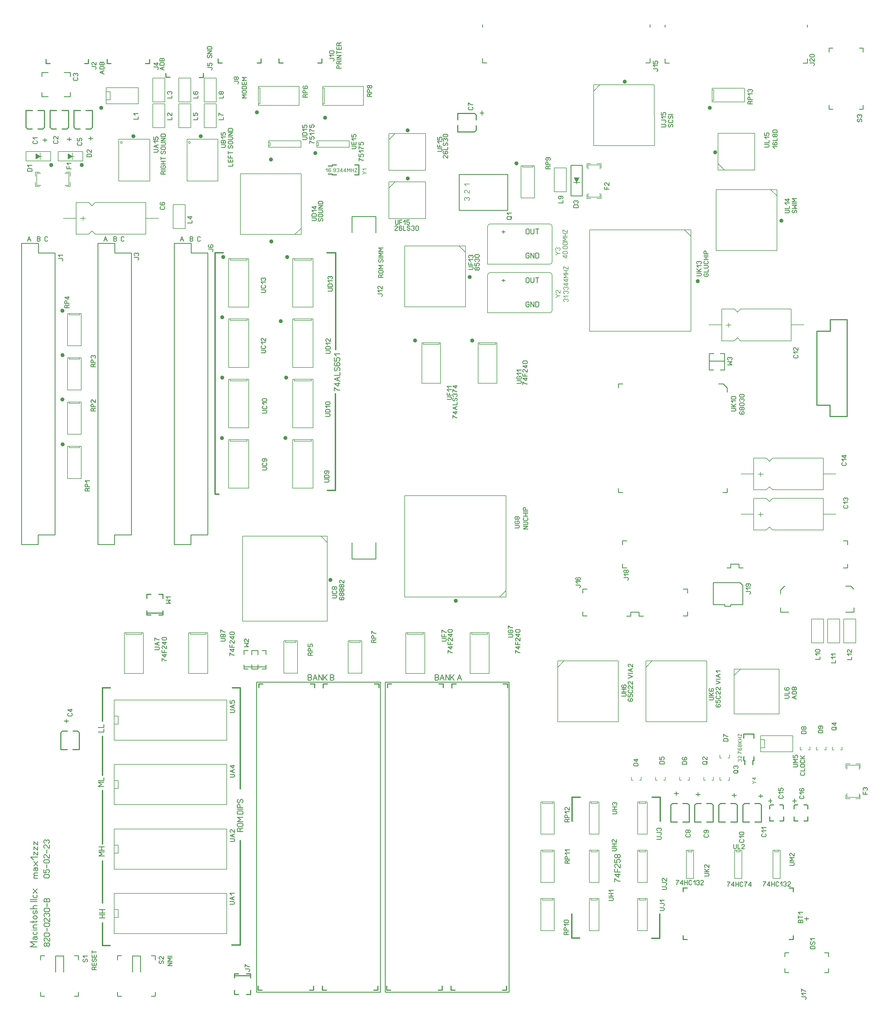
<source format=gbr>
%FSLAX34Y34*%
%MOMM*%
%LNSILK_TOP*%
G71*
G01*
%ADD10C,0.150*%
%ADD11C,0.254*%
%ADD12C,0.250*%
%ADD13C,0.300*%
%ADD14C,0.200*%
%ADD15C,0.278*%
%ADD16C,0.206*%
%ADD17C,0.100*%
%ADD18C,0.190*%
%ADD19C,0.290*%
%ADD20C,0.178*%
%ADD21C,0.400*%
%ADD22C,0.222*%
%LPD*%
G54D10*
X375444Y-2166938D02*
X375444Y-2293938D01*
X731044Y-2293938D01*
X731044Y-2166938D01*
X375444Y-2166938D01*
G54D10*
X375444Y-2217738D02*
X375444Y-2243138D01*
X388144Y-2243138D01*
X388144Y-2217738D01*
X375444Y-2217738D01*
G54D11*
X740948Y-2206053D02*
X752504Y-2206053D01*
X754282Y-2204987D01*
X755170Y-2202853D01*
X755170Y-2200720D01*
X754282Y-2198587D01*
X752504Y-2197520D01*
X740948Y-2197520D01*
G54D11*
X755170Y-2192542D02*
X740948Y-2187209D01*
X755170Y-2181876D01*
G54D11*
X749837Y-2190409D02*
X749837Y-2184009D01*
G54D11*
X740948Y-2168364D02*
X740948Y-2176898D01*
X747170Y-2176898D01*
X747170Y-2175831D01*
X746282Y-2173698D01*
X746282Y-2171564D01*
X747170Y-2169431D01*
X748948Y-2168364D01*
X752504Y-2168364D01*
X754282Y-2169431D01*
X755170Y-2171564D01*
X755170Y-2173698D01*
X754282Y-2175831D01*
X752504Y-2176898D01*
G54D10*
X375444Y-2370154D02*
X375444Y-2497154D01*
X731044Y-2497154D01*
X731044Y-2370154D01*
X375444Y-2370154D01*
G54D10*
X375444Y-2420954D02*
X375444Y-2446354D01*
X388144Y-2446354D01*
X388144Y-2420954D01*
X375444Y-2420954D01*
G54D11*
X740653Y-2410071D02*
X752208Y-2410071D01*
X753986Y-2409004D01*
X754875Y-2406871D01*
X754875Y-2404738D01*
X753986Y-2402604D01*
X752208Y-2401538D01*
X740653Y-2401538D01*
G54D11*
X754875Y-2396560D02*
X740653Y-2391227D01*
X754875Y-2385894D01*
G54D11*
X749542Y-2394427D02*
X749542Y-2388027D01*
G54D11*
X754875Y-2374515D02*
X740653Y-2374515D01*
X749542Y-2380915D01*
X751320Y-2380915D01*
X751320Y-2372382D01*
G54D10*
X375444Y-2574164D02*
X375444Y-2701164D01*
X731044Y-2701164D01*
X731044Y-2574164D01*
X375444Y-2574164D01*
G54D10*
X375444Y-2624964D02*
X375444Y-2650364D01*
X388144Y-2650364D01*
X388144Y-2624964D01*
X375444Y-2624964D01*
G54D11*
X740837Y-2613572D02*
X752392Y-2613572D01*
X754170Y-2612505D01*
X755059Y-2610372D01*
X755059Y-2608238D01*
X754170Y-2606105D01*
X752392Y-2605038D01*
X740837Y-2605038D01*
G54D11*
X755059Y-2600061D02*
X740837Y-2594728D01*
X755059Y-2589394D01*
G54D11*
X749726Y-2597928D02*
X749726Y-2591528D01*
G54D11*
X755059Y-2575882D02*
X755059Y-2584416D01*
X754170Y-2584416D01*
X752392Y-2583349D01*
X747059Y-2576949D01*
X745281Y-2575882D01*
X743504Y-2575882D01*
X741726Y-2576949D01*
X740837Y-2579082D01*
X740837Y-2581216D01*
X741726Y-2583349D01*
X743504Y-2584416D01*
G54D10*
X375444Y-2777776D02*
X375444Y-2904776D01*
X731044Y-2904776D01*
X731044Y-2777776D01*
X375444Y-2777776D01*
G54D10*
X375444Y-2828576D02*
X375444Y-2853976D01*
X388144Y-2853976D01*
X388144Y-2828576D01*
X375444Y-2828576D01*
G54D11*
X740222Y-2811529D02*
X751777Y-2811529D01*
X753555Y-2810462D01*
X754444Y-2808329D01*
X754444Y-2806196D01*
X753555Y-2804062D01*
X751777Y-2802996D01*
X740222Y-2802996D01*
G54D11*
X754444Y-2798018D02*
X740222Y-2792685D01*
X754444Y-2787352D01*
G54D11*
X749110Y-2795885D02*
X749110Y-2789485D01*
G54D11*
X745555Y-2782373D02*
X740222Y-2777040D01*
X754444Y-2777040D01*
G54D12*
X82550Y-1676003D02*
X134938Y-1676003D01*
X134938Y-1645840D01*
X188119Y-1645840D01*
X188119Y-755650D01*
X135731Y-755650D01*
X135731Y-725090D01*
X82550Y-725090D01*
X82550Y-1676003D01*
G54D11*
X100806Y-718344D02*
X106140Y-704122D01*
X111473Y-718344D01*
G54D11*
X102940Y-713010D02*
X109340Y-713010D01*
G54D11*
X132024Y-718344D02*
X132024Y-704122D01*
X137358Y-704122D01*
X139491Y-705010D01*
X140558Y-706788D01*
X140558Y-708566D01*
X139491Y-710344D01*
X137358Y-711232D01*
X139491Y-712122D01*
X140558Y-713900D01*
X140558Y-715677D01*
X139491Y-717455D01*
X137358Y-718344D01*
X132024Y-718344D01*
G54D11*
X132024Y-711232D02*
X137358Y-711232D01*
G54D11*
X164450Y-715677D02*
X163384Y-717455D01*
X161250Y-718344D01*
X159117Y-718344D01*
X156984Y-717455D01*
X155917Y-715677D01*
X155917Y-706788D01*
X156984Y-705010D01*
X159117Y-704122D01*
X161250Y-704122D01*
X163384Y-705010D01*
X164450Y-706788D01*
G54D11*
X198042Y-772666D02*
X209598Y-772666D01*
X211376Y-773733D01*
X212264Y-775866D01*
X212264Y-778000D01*
X211376Y-780133D01*
X209598Y-781200D01*
G54D11*
X203376Y-767688D02*
X198042Y-762355D01*
X212264Y-762355D01*
G54D12*
X323850Y-1676003D02*
X376238Y-1676003D01*
X376238Y-1645840D01*
X429419Y-1645840D01*
X429419Y-755650D01*
X377031Y-755650D01*
X377031Y-725090D01*
X323850Y-725090D01*
X323850Y-1676003D01*
G54D11*
X342106Y-718344D02*
X347440Y-704122D01*
X352773Y-718344D01*
G54D11*
X344240Y-713010D02*
X350640Y-713010D01*
G54D11*
X373324Y-718344D02*
X373324Y-704122D01*
X378658Y-704122D01*
X380791Y-705010D01*
X381858Y-706788D01*
X381858Y-708566D01*
X380791Y-710344D01*
X378658Y-711232D01*
X380791Y-712122D01*
X381858Y-713900D01*
X381858Y-715677D01*
X380791Y-717455D01*
X378658Y-718344D01*
X373324Y-718344D01*
G54D11*
X373324Y-711232D02*
X378658Y-711232D01*
G54D11*
X405750Y-715677D02*
X404684Y-717455D01*
X402550Y-718344D01*
X400417Y-718344D01*
X398284Y-717455D01*
X397217Y-715677D01*
X397217Y-706788D01*
X398284Y-705010D01*
X400417Y-704122D01*
X402550Y-704122D01*
X404684Y-705010D01*
X405750Y-706788D01*
G54D11*
X437900Y-768989D02*
X449456Y-768989D01*
X451233Y-770056D01*
X452122Y-772189D01*
X452122Y-774322D01*
X451233Y-776456D01*
X449456Y-777522D01*
G54D11*
X440566Y-764011D02*
X438789Y-762944D01*
X437900Y-760811D01*
X437900Y-758678D01*
X438789Y-756544D01*
X440566Y-755478D01*
X442344Y-755478D01*
X444122Y-756544D01*
X445011Y-758678D01*
X445900Y-756544D01*
X447678Y-755478D01*
X449456Y-755478D01*
X451233Y-756544D01*
X452122Y-758678D01*
X452122Y-760811D01*
X451233Y-762944D01*
X449456Y-764011D01*
G54D12*
X565150Y-1676003D02*
X617538Y-1676003D01*
X617538Y-1645840D01*
X670719Y-1645840D01*
X670719Y-755650D01*
X618331Y-755650D01*
X618331Y-725090D01*
X565150Y-725090D01*
X565150Y-1676003D01*
G54D11*
X583406Y-718344D02*
X588740Y-704122D01*
X594073Y-718344D01*
G54D11*
X585540Y-713010D02*
X591940Y-713010D01*
G54D11*
X614624Y-718344D02*
X614624Y-704122D01*
X619958Y-704122D01*
X622091Y-705010D01*
X623158Y-706788D01*
X623158Y-708566D01*
X622091Y-710344D01*
X619958Y-711232D01*
X622091Y-712122D01*
X623158Y-713900D01*
X623158Y-715677D01*
X622091Y-717455D01*
X619958Y-718344D01*
X614624Y-718344D01*
G54D11*
X614624Y-711232D02*
X619958Y-711232D01*
G54D11*
X647050Y-715677D02*
X645984Y-717455D01*
X643850Y-718344D01*
X641717Y-718344D01*
X639584Y-717455D01*
X638517Y-715677D01*
X638517Y-706788D01*
X639584Y-705010D01*
X641717Y-704122D01*
X643850Y-704122D01*
X645984Y-705010D01*
X647050Y-706788D01*
G54D11*
X672453Y-743192D02*
X684008Y-743192D01*
X685786Y-744259D01*
X686675Y-746392D01*
X686675Y-748526D01*
X685786Y-750659D01*
X684008Y-751726D01*
G54D11*
X675120Y-729682D02*
X673342Y-730748D01*
X672453Y-732882D01*
X672453Y-735015D01*
X673342Y-737148D01*
X675120Y-738215D01*
X679564Y-738215D01*
X680453Y-738215D01*
X678675Y-735015D01*
X678675Y-732882D01*
X679564Y-730748D01*
X681342Y-729682D01*
X684008Y-729682D01*
X685786Y-730748D01*
X686675Y-732882D01*
X686675Y-735015D01*
X685786Y-737148D01*
X684008Y-738215D01*
X679564Y-738215D01*
G54D10*
X773950Y-505700D02*
X773950Y-697702D01*
X965951Y-697702D01*
X965951Y-505700D01*
X773950Y-505700D01*
G54D10*
X945951Y-697702D02*
X965951Y-677702D01*
G54D11*
X999074Y-653566D02*
X1010630Y-653566D01*
X1012408Y-652499D01*
X1013297Y-650366D01*
X1013297Y-648232D01*
X1012408Y-646099D01*
X1010630Y-645032D01*
X999074Y-645032D01*
G54D11*
X1013297Y-640054D02*
X999074Y-640054D01*
X999074Y-634721D01*
X999964Y-632588D01*
X1001741Y-631521D01*
X1010630Y-631521D01*
X1012408Y-632588D01*
X1013297Y-634721D01*
X1013297Y-640054D01*
G54D11*
X1004408Y-626544D02*
X999074Y-621210D01*
X1013297Y-621210D01*
G54D11*
X1013297Y-609832D02*
X999074Y-609832D01*
X1007964Y-616232D01*
X1009741Y-616232D01*
X1009741Y-607699D01*
G54D11*
X1031072Y-655250D02*
X1032850Y-654183D01*
X1033738Y-652050D01*
X1033738Y-649916D01*
X1032850Y-647783D01*
X1031072Y-646716D01*
X1029294Y-646716D01*
X1027516Y-647783D01*
X1026628Y-649916D01*
X1026628Y-652050D01*
X1025738Y-654183D01*
X1023961Y-655250D01*
X1022183Y-655250D01*
X1020405Y-654183D01*
X1019516Y-652050D01*
X1019516Y-649916D01*
X1020405Y-647783D01*
X1022183Y-646716D01*
G54D11*
X1022183Y-633206D02*
X1031072Y-633206D01*
X1032850Y-634272D01*
X1033738Y-636406D01*
X1033738Y-638539D01*
X1032850Y-640672D01*
X1031072Y-641739D01*
X1022183Y-641739D01*
X1020405Y-640672D01*
X1019516Y-638539D01*
X1019516Y-636406D01*
X1020405Y-634272D01*
X1022183Y-633206D01*
G54D11*
X1019516Y-628228D02*
X1031072Y-628228D01*
X1032850Y-627161D01*
X1033738Y-625028D01*
X1033738Y-622894D01*
X1032850Y-620761D01*
X1031072Y-619694D01*
X1019516Y-619694D01*
G54D11*
X1033738Y-614717D02*
X1019516Y-614717D01*
X1033738Y-606184D01*
X1019516Y-606184D01*
G54D11*
X1033738Y-601206D02*
X1019516Y-601206D01*
X1019516Y-595872D01*
X1020405Y-593739D01*
X1022183Y-592672D01*
X1031072Y-592672D01*
X1032850Y-593739D01*
X1033738Y-595872D01*
X1033738Y-601206D01*
G54D10*
X703000Y-528972D02*
X703000Y-396972D01*
X605000Y-396972D01*
X605000Y-528972D01*
X703000Y-528972D01*
G54D11*
X712603Y-421799D02*
X724158Y-421799D01*
X725936Y-420732D01*
X726825Y-418599D01*
X726825Y-416466D01*
X725936Y-414332D01*
X724158Y-413266D01*
X712603Y-413266D01*
G54D11*
X726825Y-408288D02*
X712603Y-408288D01*
X712603Y-402954D01*
X713492Y-400821D01*
X715270Y-399754D01*
X717047Y-399754D01*
X718825Y-400821D01*
X719714Y-402954D01*
X720603Y-400821D01*
X722380Y-399754D01*
X724158Y-399754D01*
X725936Y-400821D01*
X726825Y-402954D01*
X726825Y-408288D01*
G54D11*
X719714Y-408288D02*
X719714Y-402954D01*
G54D11*
X717936Y-394777D02*
X712603Y-389444D01*
X726825Y-389444D01*
G54D11*
X712603Y-375932D02*
X712603Y-384466D01*
X718825Y-384466D01*
X718825Y-383399D01*
X717936Y-381266D01*
X717936Y-379132D01*
X718825Y-376999D01*
X720603Y-375932D01*
X724158Y-375932D01*
X725936Y-376999D01*
X726825Y-379132D01*
X726825Y-381266D01*
X725936Y-383399D01*
X724158Y-384466D01*
G54D11*
X734736Y-481037D02*
X748958Y-481037D01*
X748958Y-473570D01*
G54D11*
X748958Y-461126D02*
X748958Y-468592D01*
X734736Y-468592D01*
X734736Y-461126D01*
G54D11*
X741847Y-468592D02*
X741847Y-461126D01*
G54D11*
X748958Y-456147D02*
X734736Y-456147D01*
X734736Y-448680D01*
G54D11*
X741847Y-456147D02*
X741847Y-448680D01*
G54D11*
X748958Y-439436D02*
X734736Y-439436D01*
G54D11*
X734736Y-443702D02*
X734736Y-435169D01*
G54D11*
X746292Y-425000D02*
X748070Y-423934D01*
X748958Y-421800D01*
X748958Y-419667D01*
X748070Y-417534D01*
X746292Y-416467D01*
X744514Y-416467D01*
X742736Y-417534D01*
X741847Y-419667D01*
X741847Y-421800D01*
X740958Y-423934D01*
X739180Y-425000D01*
X737403Y-425000D01*
X735625Y-423934D01*
X734736Y-421800D01*
X734736Y-419667D01*
X735625Y-417534D01*
X737403Y-416467D01*
G54D11*
X737403Y-402956D02*
X746292Y-402956D01*
X748070Y-404022D01*
X748958Y-406156D01*
X748958Y-408289D01*
X748070Y-410422D01*
X746292Y-411489D01*
X737403Y-411489D01*
X735625Y-410422D01*
X734736Y-408289D01*
X734736Y-406156D01*
X735625Y-404022D01*
X737403Y-402956D01*
G54D11*
X734736Y-397978D02*
X746292Y-397978D01*
X748070Y-396912D01*
X748958Y-394778D01*
X748958Y-392645D01*
X748070Y-390512D01*
X746292Y-389445D01*
X734736Y-389445D01*
G54D11*
X748958Y-384467D02*
X734736Y-384467D01*
X748958Y-375934D01*
X734736Y-375934D01*
G54D11*
X748958Y-370956D02*
X734736Y-370956D01*
X734736Y-365623D01*
X735625Y-363490D01*
X737403Y-362423D01*
X746292Y-362423D01*
X748070Y-363490D01*
X748958Y-365623D01*
X748958Y-370956D01*
G54D10*
G75*
G01X615950Y-406797D02*
G03X615950Y-406797I-3175J0D01*
G01*
G54D10*
X487894Y-528972D02*
X487894Y-396972D01*
X389894Y-396972D01*
X389894Y-528972D01*
X487894Y-528972D01*
G54D11*
X499357Y-437551D02*
X510912Y-437551D01*
X512690Y-436484D01*
X513579Y-434351D01*
X513579Y-432218D01*
X512690Y-430084D01*
X510912Y-429018D01*
X499357Y-429018D01*
G54D11*
X513579Y-424040D02*
X499357Y-418706D01*
X513579Y-413373D01*
G54D11*
X508246Y-421906D02*
X508246Y-415506D01*
G54D11*
X504690Y-408395D02*
X499357Y-403062D01*
X513579Y-403062D01*
G54D11*
X499357Y-389550D02*
X499357Y-398084D01*
X505579Y-398084D01*
X505579Y-397017D01*
X504690Y-394884D01*
X504690Y-392750D01*
X505579Y-390617D01*
X507357Y-389550D01*
X510912Y-389550D01*
X512690Y-390617D01*
X513579Y-392750D01*
X513579Y-394884D01*
X512690Y-397017D01*
X510912Y-398084D01*
G54D11*
X529520Y-502567D02*
X531298Y-499367D01*
X533076Y-498300D01*
X536632Y-498300D01*
G54D11*
X536632Y-506834D02*
X522410Y-506834D01*
X522410Y-501500D01*
X523298Y-499367D01*
X525076Y-498300D01*
X526854Y-498300D01*
X528632Y-499367D01*
X529520Y-501500D01*
X529520Y-506834D01*
G54D11*
X536632Y-493322D02*
X522410Y-493322D01*
G54D11*
X529520Y-484078D02*
X529520Y-479811D01*
X533965Y-479811D01*
X535743Y-480878D01*
X536632Y-483011D01*
X536632Y-485144D01*
X535743Y-487278D01*
X533965Y-488344D01*
X525076Y-488344D01*
X523298Y-487278D01*
X522410Y-485144D01*
X522410Y-483011D01*
X523298Y-480878D01*
X525076Y-479811D01*
G54D11*
X536632Y-474834D02*
X522410Y-474834D01*
G54D11*
X536632Y-466300D02*
X522410Y-466300D01*
G54D11*
X529520Y-474834D02*
X529520Y-466300D01*
G54D11*
X536632Y-457056D02*
X522410Y-457056D01*
G54D11*
X522410Y-461322D02*
X522410Y-452789D01*
G54D11*
X533965Y-442620D02*
X535743Y-441554D01*
X536632Y-439420D01*
X536632Y-437287D01*
X535743Y-435154D01*
X533965Y-434087D01*
X532187Y-434087D01*
X530410Y-435154D01*
X529520Y-437287D01*
X529520Y-439420D01*
X528632Y-441554D01*
X526854Y-442620D01*
X525076Y-442620D01*
X523298Y-441554D01*
X522410Y-439420D01*
X522410Y-437287D01*
X523298Y-435154D01*
X525076Y-434087D01*
G54D11*
X525076Y-420576D02*
X533965Y-420576D01*
X535743Y-421643D01*
X536632Y-423776D01*
X536632Y-425910D01*
X535743Y-428043D01*
X533965Y-429110D01*
X525076Y-429110D01*
X523298Y-428043D01*
X522410Y-425910D01*
X522410Y-423776D01*
X523298Y-421643D01*
X525076Y-420576D01*
G54D11*
X522410Y-415598D02*
X533965Y-415598D01*
X535743Y-414532D01*
X536632Y-412398D01*
X536632Y-410265D01*
X535743Y-408132D01*
X533965Y-407065D01*
X522410Y-407065D01*
G54D11*
X536632Y-402088D02*
X522410Y-402088D01*
X536632Y-393554D01*
X522410Y-393554D01*
G54D11*
X536632Y-388576D02*
X522410Y-388576D01*
X522410Y-383243D01*
X523298Y-381110D01*
X525076Y-380043D01*
X533965Y-380043D01*
X535743Y-381110D01*
X536632Y-383243D01*
X536632Y-388576D01*
G54D10*
G75*
G01X400844Y-406797D02*
G03X400844Y-406797I-3175J0D01*
G01*
G54D10*
X1293062Y-925904D02*
X1485064Y-925904D01*
X1485064Y-733903D01*
X1293062Y-733903D01*
X1293062Y-925904D01*
G54D10*
X1485064Y-753903D02*
X1465064Y-733903D01*
G54D11*
X1494687Y-807616D02*
X1506242Y-807616D01*
X1508020Y-806549D01*
X1508909Y-804416D01*
X1508909Y-802282D01*
X1508020Y-800149D01*
X1506242Y-799082D01*
X1494687Y-799082D01*
G54D11*
X1508909Y-794104D02*
X1494687Y-794104D01*
X1494687Y-786638D01*
G54D11*
X1501798Y-794104D02*
X1501798Y-786638D01*
G54D11*
X1500020Y-781660D02*
X1494687Y-776326D01*
X1508909Y-776326D01*
G54D11*
X1497354Y-771348D02*
X1495576Y-770282D01*
X1494687Y-768148D01*
X1494687Y-766015D01*
X1495576Y-763882D01*
X1497354Y-762815D01*
X1499131Y-762815D01*
X1500909Y-763882D01*
X1501798Y-766015D01*
X1502687Y-763882D01*
X1504465Y-762815D01*
X1506242Y-762815D01*
X1508020Y-763882D01*
X1508909Y-766015D01*
X1508909Y-768148D01*
X1508020Y-770282D01*
X1506242Y-771348D01*
G54D11*
X1520901Y-804267D02*
X1520901Y-806400D01*
X1520012Y-808534D01*
X1518234Y-809600D01*
X1516457Y-809600D01*
X1514679Y-808534D01*
X1513790Y-806400D01*
X1513790Y-804267D01*
X1514679Y-802134D01*
X1516457Y-801067D01*
X1518234Y-801067D01*
X1520012Y-802134D01*
X1520901Y-804267D01*
X1521790Y-802134D01*
X1523568Y-801067D01*
X1525346Y-801067D01*
X1527123Y-802134D01*
X1528012Y-804267D01*
X1528012Y-806400D01*
X1527123Y-808534D01*
X1525346Y-809600D01*
X1523568Y-809600D01*
X1521790Y-808534D01*
X1520901Y-806400D01*
G54D11*
X1513790Y-787556D02*
X1513790Y-796090D01*
X1520012Y-796090D01*
X1520012Y-795023D01*
X1519123Y-792890D01*
X1519123Y-790756D01*
X1520012Y-788623D01*
X1521790Y-787556D01*
X1525346Y-787556D01*
X1527123Y-788623D01*
X1528012Y-790756D01*
X1528012Y-792890D01*
X1527123Y-795023D01*
X1525346Y-796090D01*
G54D11*
X1516457Y-782578D02*
X1514679Y-781512D01*
X1513790Y-779378D01*
X1513790Y-777245D01*
X1514679Y-775112D01*
X1516457Y-774045D01*
X1518234Y-774045D01*
X1520012Y-775112D01*
X1520901Y-777245D01*
X1521790Y-775112D01*
X1523568Y-774045D01*
X1525346Y-774045D01*
X1527123Y-775112D01*
X1528012Y-777245D01*
X1528012Y-779378D01*
X1527123Y-781512D01*
X1525346Y-782578D01*
G54D11*
X1516457Y-760534D02*
X1525346Y-760534D01*
X1527123Y-761601D01*
X1528012Y-763734D01*
X1528012Y-765868D01*
X1527123Y-768001D01*
X1525346Y-769068D01*
X1516457Y-769068D01*
X1514679Y-768001D01*
X1513790Y-765868D01*
X1513790Y-763734D01*
X1514679Y-761601D01*
X1516457Y-760534D01*
G54D10*
X2081567Y-417111D02*
X2081566Y-225109D01*
X1889566Y-225109D01*
X1889566Y-417111D01*
X2081567Y-417111D01*
G54D10*
X1909565Y-225109D02*
X1889565Y-245109D01*
G54D11*
X2103037Y-358082D02*
X2114592Y-358082D01*
X2116370Y-357015D01*
X2117259Y-354882D01*
X2117259Y-352748D01*
X2116370Y-350615D01*
X2114592Y-349548D01*
X2103037Y-349548D01*
G54D11*
X2103037Y-336037D02*
X2114592Y-336037D01*
X2116370Y-337104D01*
X2117259Y-339237D01*
X2117259Y-341370D01*
X2116370Y-343504D01*
X2114592Y-344570D01*
G54D11*
X2108370Y-331060D02*
X2103037Y-325726D01*
X2117259Y-325726D01*
G54D11*
X2103037Y-312215D02*
X2103037Y-320748D01*
X2109259Y-320748D01*
X2109259Y-319682D01*
X2108370Y-317548D01*
X2108370Y-315415D01*
X2109259Y-313282D01*
X2111037Y-312215D01*
X2114592Y-312215D01*
X2116370Y-313282D01*
X2117259Y-315415D01*
X2117259Y-317548D01*
X2116370Y-319682D01*
X2114592Y-320748D01*
G54D11*
X2136712Y-358146D02*
X2138490Y-357079D01*
X2139379Y-354946D01*
X2139379Y-352813D01*
X2138490Y-350679D01*
X2136712Y-349613D01*
X2134934Y-349613D01*
X2133157Y-350679D01*
X2132268Y-352813D01*
X2132268Y-354946D01*
X2131379Y-357079D01*
X2129601Y-358146D01*
X2127824Y-358146D01*
X2126046Y-357079D01*
X2125157Y-354946D01*
X2125157Y-352813D01*
X2126046Y-350679D01*
X2127824Y-349613D01*
G54D11*
X2136712Y-336102D02*
X2138490Y-337168D01*
X2139379Y-339302D01*
X2139379Y-341435D01*
X2138490Y-343568D01*
X2136712Y-344635D01*
X2127824Y-344635D01*
X2126046Y-343568D01*
X2125157Y-341435D01*
X2125157Y-339302D01*
X2126046Y-337168D01*
X2127824Y-336102D01*
G54D11*
X2136712Y-331124D02*
X2138490Y-330057D01*
X2139379Y-327924D01*
X2139379Y-325791D01*
X2138490Y-323657D01*
X2136712Y-322591D01*
X2134934Y-322591D01*
X2133157Y-323657D01*
X2132268Y-325791D01*
X2132268Y-327924D01*
X2131379Y-330057D01*
X2129601Y-331124D01*
X2127824Y-331124D01*
X2126046Y-330057D01*
X2125157Y-327924D01*
X2125157Y-325791D01*
X2126046Y-323657D01*
X2127824Y-322591D01*
G54D11*
X2139379Y-317613D02*
X2125157Y-317613D01*
G54D10*
X2276915Y-747707D02*
X2468916Y-747708D01*
X2468917Y-555706D01*
X2276914Y-555706D01*
X2276915Y-747707D01*
G54D10*
X2468917Y-575707D02*
X2448917Y-555707D01*
G54D11*
X2493620Y-629022D02*
X2505176Y-629022D01*
X2506954Y-627956D01*
X2507843Y-625822D01*
X2507843Y-623689D01*
X2506954Y-621556D01*
X2505176Y-620489D01*
X2493620Y-620489D01*
G54D11*
X2493620Y-615512D02*
X2507843Y-615512D01*
X2507843Y-608044D01*
G54D11*
X2498954Y-603066D02*
X2493620Y-597733D01*
X2507843Y-597733D01*
G54D11*
X2507843Y-586356D02*
X2493620Y-586356D01*
X2502510Y-592756D01*
X2504287Y-592756D01*
X2504287Y-584222D01*
G54D11*
X2528248Y-629022D02*
X2530026Y-627956D01*
X2530915Y-625822D01*
X2530915Y-623689D01*
X2530026Y-621556D01*
X2528248Y-620489D01*
X2526470Y-620489D01*
X2524693Y-621556D01*
X2523804Y-623689D01*
X2523804Y-625822D01*
X2522915Y-627956D01*
X2521137Y-629022D01*
X2519360Y-629022D01*
X2517582Y-627956D01*
X2516693Y-625822D01*
X2516693Y-623689D01*
X2517582Y-621556D01*
X2519360Y-620489D01*
G54D11*
X2516693Y-615512D02*
X2530915Y-615512D01*
X2522026Y-610178D01*
X2530915Y-604844D01*
X2516693Y-604844D01*
G54D11*
X2530915Y-599866D02*
X2516693Y-599866D01*
G54D11*
X2530915Y-594888D02*
X2516693Y-594888D01*
X2525582Y-589555D01*
X2516693Y-584222D01*
X2530915Y-584222D01*
G54D10*
X2398906Y-378166D02*
X2282906Y-378166D01*
X2282906Y-494166D01*
X2398906Y-494166D01*
X2398906Y-378166D01*
G54D10*
X2282906Y-474166D02*
X2302906Y-494166D01*
G54D11*
X2429319Y-421134D02*
X2440875Y-421134D01*
X2442653Y-420068D01*
X2443542Y-417934D01*
X2443542Y-415801D01*
X2442653Y-413668D01*
X2440875Y-412601D01*
X2429319Y-412601D01*
G54D11*
X2429319Y-407624D02*
X2443542Y-407624D01*
X2443542Y-400157D01*
G54D11*
X2434653Y-395178D02*
X2429319Y-389845D01*
X2443542Y-389845D01*
G54D11*
X2429319Y-376334D02*
X2429319Y-384868D01*
X2435542Y-384868D01*
X2435542Y-383801D01*
X2434653Y-381668D01*
X2434653Y-379534D01*
X2435542Y-377401D01*
X2437319Y-376334D01*
X2440875Y-376334D01*
X2442653Y-377401D01*
X2443542Y-379534D01*
X2443542Y-381668D01*
X2442653Y-383801D01*
X2440875Y-384868D01*
G54D11*
X2460344Y-425117D02*
X2455011Y-419784D01*
X2469233Y-419784D01*
G54D11*
X2457678Y-406273D02*
X2455900Y-407340D01*
X2455011Y-409473D01*
X2455011Y-411606D01*
X2455900Y-413740D01*
X2457678Y-414806D01*
X2462122Y-414806D01*
X2463011Y-414806D01*
X2461233Y-411606D01*
X2461233Y-409473D01*
X2462122Y-407340D01*
X2463900Y-406273D01*
X2466566Y-406273D01*
X2468344Y-407340D01*
X2469233Y-409473D01*
X2469233Y-411606D01*
X2468344Y-413740D01*
X2466566Y-414806D01*
X2462122Y-414806D01*
G54D11*
X2455011Y-401295D02*
X2469233Y-401295D01*
X2469233Y-393828D01*
G54D11*
X2462122Y-383517D02*
X2462122Y-385650D01*
X2461233Y-387784D01*
X2459456Y-388850D01*
X2457678Y-388850D01*
X2455900Y-387784D01*
X2455011Y-385650D01*
X2455011Y-383517D01*
X2455900Y-381384D01*
X2457678Y-380317D01*
X2459456Y-380317D01*
X2461233Y-381384D01*
X2462122Y-383517D01*
X2463011Y-381384D01*
X2464789Y-380317D01*
X2466566Y-380317D01*
X2468344Y-381384D01*
X2469233Y-383517D01*
X2469233Y-385650D01*
X2468344Y-387784D01*
X2466566Y-388850D01*
X2464789Y-388850D01*
X2463011Y-387784D01*
X2462122Y-385650D01*
G54D11*
X2469233Y-375339D02*
X2455011Y-375339D01*
X2455011Y-370006D01*
X2455900Y-367872D01*
X2457678Y-366806D01*
X2466566Y-366806D01*
X2468344Y-367872D01*
X2469233Y-370006D01*
X2469233Y-375339D01*
G54D10*
X1358560Y-647100D02*
X1358560Y-531100D01*
X1242560Y-531100D01*
X1242560Y-647100D01*
X1358560Y-647100D01*
G54D10*
X1262560Y-531100D02*
X1242560Y-551100D01*
G54D11*
X1262844Y-652006D02*
X1262844Y-663562D01*
X1263910Y-665339D01*
X1266044Y-666228D01*
X1268177Y-666228D01*
X1270310Y-665339D01*
X1271377Y-663562D01*
X1271377Y-652006D01*
G54D11*
X1276354Y-666228D02*
X1276354Y-652006D01*
X1283821Y-652006D01*
G54D11*
X1276354Y-659117D02*
X1283821Y-659117D01*
G54D11*
X1288800Y-657339D02*
X1294133Y-652006D01*
X1294133Y-666228D01*
G54D11*
X1307644Y-652006D02*
X1299110Y-652006D01*
X1299110Y-658228D01*
X1300177Y-658228D01*
X1302310Y-657339D01*
X1304444Y-657339D01*
X1306577Y-658228D01*
X1307644Y-660006D01*
X1307644Y-663562D01*
X1306577Y-665339D01*
X1304444Y-666228D01*
X1302310Y-666228D01*
X1300177Y-665339D01*
X1299110Y-663562D01*
G54D11*
X1269789Y-684275D02*
X1261256Y-684275D01*
X1261256Y-683386D01*
X1262322Y-681608D01*
X1268722Y-676275D01*
X1269789Y-674497D01*
X1269789Y-672720D01*
X1268722Y-670942D01*
X1266589Y-670053D01*
X1264456Y-670053D01*
X1262322Y-670942D01*
X1261256Y-672720D01*
G54D11*
X1283300Y-672720D02*
X1282234Y-670942D01*
X1280100Y-670053D01*
X1277967Y-670053D01*
X1275834Y-670942D01*
X1274767Y-672720D01*
X1274767Y-677164D01*
X1274767Y-678053D01*
X1277967Y-676275D01*
X1280100Y-676275D01*
X1282234Y-677164D01*
X1283300Y-678942D01*
X1283300Y-681608D01*
X1282234Y-683386D01*
X1280100Y-684275D01*
X1277967Y-684275D01*
X1275834Y-683386D01*
X1274767Y-681608D01*
X1274767Y-677164D01*
G54D11*
X1288278Y-670053D02*
X1288278Y-684275D01*
X1295744Y-684275D01*
G54D11*
X1300723Y-681608D02*
X1301790Y-683386D01*
X1303923Y-684275D01*
X1306056Y-684275D01*
X1308190Y-683386D01*
X1309256Y-681608D01*
X1309256Y-679830D01*
X1308190Y-678053D01*
X1306056Y-677164D01*
X1303923Y-677164D01*
X1301790Y-676275D01*
X1300723Y-674497D01*
X1300723Y-672720D01*
X1301790Y-670942D01*
X1303923Y-670053D01*
X1306056Y-670053D01*
X1308190Y-670942D01*
X1309256Y-672720D01*
G54D11*
X1314234Y-672720D02*
X1315300Y-670942D01*
X1317434Y-670053D01*
X1319567Y-670053D01*
X1321700Y-670942D01*
X1322767Y-672720D01*
X1322767Y-674497D01*
X1321700Y-676275D01*
X1319567Y-677164D01*
X1321700Y-678053D01*
X1322767Y-679830D01*
X1322767Y-681608D01*
X1321700Y-683386D01*
X1319567Y-684275D01*
X1317434Y-684275D01*
X1315300Y-683386D01*
X1314234Y-681608D01*
G54D11*
X1336278Y-672720D02*
X1336278Y-681608D01*
X1335212Y-683386D01*
X1333078Y-684275D01*
X1330945Y-684275D01*
X1328812Y-683386D01*
X1327745Y-681608D01*
X1327745Y-672720D01*
X1328812Y-670942D01*
X1330945Y-670053D01*
X1333078Y-670053D01*
X1335212Y-670942D01*
X1336278Y-672720D01*
G54D10*
X1358560Y-494700D02*
X1358560Y-378700D01*
X1242560Y-378700D01*
X1242560Y-494700D01*
X1358560Y-494700D01*
G54D10*
X1262560Y-378700D02*
X1242560Y-398700D01*
G54D11*
X1396116Y-435162D02*
X1407672Y-435162D01*
X1409450Y-434096D01*
X1410338Y-431962D01*
X1410338Y-429829D01*
X1409450Y-427696D01*
X1407672Y-426629D01*
X1396116Y-426629D01*
G54D11*
X1410338Y-421652D02*
X1396116Y-421652D01*
X1396116Y-414185D01*
G54D11*
X1403227Y-421652D02*
X1403227Y-414185D01*
G54D11*
X1401450Y-409206D02*
X1396116Y-403873D01*
X1410338Y-403873D01*
G54D11*
X1396116Y-390362D02*
X1396116Y-398896D01*
X1402338Y-398896D01*
X1402338Y-397829D01*
X1401450Y-395696D01*
X1401450Y-393562D01*
X1402338Y-391429D01*
X1404116Y-390362D01*
X1407672Y-390362D01*
X1409450Y-391429D01*
X1410338Y-393562D01*
X1410338Y-395696D01*
X1409450Y-397829D01*
X1407672Y-398896D01*
G54D11*
X1428311Y-447470D02*
X1428311Y-456003D01*
X1427422Y-456003D01*
X1425644Y-454936D01*
X1420311Y-448536D01*
X1418533Y-447470D01*
X1416755Y-447470D01*
X1414977Y-448536D01*
X1414088Y-450670D01*
X1414088Y-452803D01*
X1414977Y-454936D01*
X1416755Y-456003D01*
G54D11*
X1416755Y-433958D02*
X1414977Y-435025D01*
X1414088Y-437158D01*
X1414088Y-439292D01*
X1414977Y-441425D01*
X1416755Y-442492D01*
X1421200Y-442492D01*
X1422088Y-442492D01*
X1420311Y-439292D01*
X1420311Y-437158D01*
X1421200Y-435025D01*
X1422977Y-433958D01*
X1425644Y-433958D01*
X1427422Y-435025D01*
X1428311Y-437158D01*
X1428311Y-439292D01*
X1427422Y-441425D01*
X1425644Y-442492D01*
X1421200Y-442492D01*
G54D11*
X1414088Y-428981D02*
X1428311Y-428981D01*
X1428311Y-421514D01*
G54D11*
X1425644Y-416536D02*
X1427422Y-415469D01*
X1428311Y-413336D01*
X1428311Y-411202D01*
X1427422Y-409069D01*
X1425644Y-408002D01*
X1423866Y-408002D01*
X1422088Y-409069D01*
X1421200Y-411202D01*
X1421200Y-413336D01*
X1420311Y-415469D01*
X1418533Y-416536D01*
X1416755Y-416536D01*
X1414977Y-415469D01*
X1414088Y-413336D01*
X1414088Y-411202D01*
X1414977Y-409069D01*
X1416755Y-408002D01*
G54D11*
X1416755Y-403025D02*
X1414977Y-401958D01*
X1414088Y-399825D01*
X1414088Y-397692D01*
X1414977Y-395558D01*
X1416755Y-394492D01*
X1418533Y-394492D01*
X1420311Y-395558D01*
X1421200Y-397692D01*
X1422088Y-395558D01*
X1423866Y-394492D01*
X1425644Y-394492D01*
X1427422Y-395558D01*
X1428311Y-397692D01*
X1428311Y-399825D01*
X1427422Y-401958D01*
X1425644Y-403025D01*
G54D11*
X1416755Y-380980D02*
X1425644Y-380980D01*
X1427422Y-382047D01*
X1428311Y-384180D01*
X1428311Y-386314D01*
X1427422Y-388447D01*
X1425644Y-389514D01*
X1416755Y-389514D01*
X1414977Y-388447D01*
X1414088Y-386314D01*
X1414088Y-384180D01*
X1414977Y-382047D01*
X1416755Y-380980D01*
G54D10*
X1968060Y-2235592D02*
X1968060Y-2043591D01*
X1776059Y-2043591D01*
X1776059Y-2235592D01*
X1968060Y-2235592D01*
G54D10*
X1796060Y-2043591D02*
X1776060Y-2063591D01*
G54D11*
X1977823Y-2154828D02*
X1989378Y-2154828D01*
X1991156Y-2153762D01*
X1992045Y-2151628D01*
X1992045Y-2149495D01*
X1991156Y-2147362D01*
X1989378Y-2146295D01*
X1977823Y-2146295D01*
G54D11*
X1992045Y-2141318D02*
X1977823Y-2141318D01*
G54D11*
X1992045Y-2132784D02*
X1977823Y-2132784D01*
G54D11*
X1984934Y-2141318D02*
X1984934Y-2132784D01*
G54D11*
X1980490Y-2119273D02*
X1978712Y-2120340D01*
X1977823Y-2122473D01*
X1977823Y-2124606D01*
X1978712Y-2126740D01*
X1980490Y-2127806D01*
X1984934Y-2127806D01*
X1985823Y-2127806D01*
X1984045Y-2124606D01*
X1984045Y-2122473D01*
X1984934Y-2120340D01*
X1986712Y-2119273D01*
X1989378Y-2119273D01*
X1991156Y-2120340D01*
X1992045Y-2122473D01*
X1992045Y-2124606D01*
X1991156Y-2126740D01*
X1989378Y-2127806D01*
X1984934Y-2127806D01*
G54D11*
X2001153Y-2162366D02*
X1999375Y-2163432D01*
X1998486Y-2165566D01*
X1998486Y-2167699D01*
X1999375Y-2169832D01*
X2001153Y-2170899D01*
X2005597Y-2170899D01*
X2006486Y-2170899D01*
X2004708Y-2167699D01*
X2004708Y-2165566D01*
X2005597Y-2163432D01*
X2007375Y-2162366D01*
X2010042Y-2162366D01*
X2011819Y-2163432D01*
X2012708Y-2165566D01*
X2012708Y-2167699D01*
X2011819Y-2169832D01*
X2010042Y-2170899D01*
X2005597Y-2170899D01*
G54D11*
X1998486Y-2148855D02*
X1998486Y-2157388D01*
X2004708Y-2157388D01*
X2004708Y-2156322D01*
X2003819Y-2154188D01*
X2003819Y-2152055D01*
X2004708Y-2149922D01*
X2006486Y-2148855D01*
X2010042Y-2148855D01*
X2011819Y-2149922D01*
X2012708Y-2152055D01*
X2012708Y-2154188D01*
X2011819Y-2156322D01*
X2010042Y-2157388D01*
G54D11*
X2010042Y-2135344D02*
X2011819Y-2136410D01*
X2012708Y-2138544D01*
X2012708Y-2140677D01*
X2011819Y-2142810D01*
X2010042Y-2143877D01*
X2001153Y-2143877D01*
X1999375Y-2142810D01*
X1998486Y-2140677D01*
X1998486Y-2138544D01*
X1999375Y-2136410D01*
X2001153Y-2135344D01*
G54D11*
X2012708Y-2121833D02*
X2012708Y-2130366D01*
X2011819Y-2130366D01*
X2010042Y-2129300D01*
X2004708Y-2122900D01*
X2002931Y-2121833D01*
X2001153Y-2121833D01*
X1999375Y-2122900D01*
X1998486Y-2125033D01*
X1998486Y-2127166D01*
X1999375Y-2129300D01*
X2001153Y-2130366D01*
G54D11*
X2012708Y-2108322D02*
X2012708Y-2116855D01*
X2011819Y-2116855D01*
X2010042Y-2115788D01*
X2004708Y-2109388D01*
X2002931Y-2108322D01*
X2001153Y-2108322D01*
X1999375Y-2109388D01*
X1998486Y-2111522D01*
X1998486Y-2113655D01*
X1999375Y-2115788D01*
X2001153Y-2116855D01*
G54D11*
X1998486Y-2098153D02*
X2012708Y-2092820D01*
X1998486Y-2087486D01*
G54D11*
X2012708Y-2082508D02*
X1998486Y-2082508D01*
G54D11*
X2012708Y-2077530D02*
X1998486Y-2072197D01*
X2012708Y-2066864D01*
G54D11*
X2007375Y-2075397D02*
X2007375Y-2068997D01*
G54D11*
X2012708Y-2053352D02*
X2012708Y-2061885D01*
X2011819Y-2061885D01*
X2010042Y-2060818D01*
X2004708Y-2054418D01*
X2002931Y-2053352D01*
X2001153Y-2053352D01*
X1999375Y-2054418D01*
X1998486Y-2056552D01*
X1998486Y-2058685D01*
X1999375Y-2060818D01*
X2001153Y-2061885D01*
G54D10*
X2246670Y-2235592D02*
X2246670Y-2043591D01*
X2054666Y-2043591D01*
X2054666Y-2235592D01*
X2246670Y-2235592D01*
G54D10*
X2074666Y-2043591D02*
X2054666Y-2063591D01*
G54D11*
X2254049Y-2166338D02*
X2265604Y-2166338D01*
X2267382Y-2165271D01*
X2268271Y-2163138D01*
X2268271Y-2161005D01*
X2267382Y-2158871D01*
X2265604Y-2157805D01*
X2254049Y-2157805D01*
G54D11*
X2268271Y-2152827D02*
X2254049Y-2152827D01*
G54D11*
X2263826Y-2152827D02*
X2254049Y-2144294D01*
G54D11*
X2261160Y-2149627D02*
X2268271Y-2144294D01*
G54D11*
X2256716Y-2130783D02*
X2254938Y-2131849D01*
X2254049Y-2133983D01*
X2254049Y-2136116D01*
X2254938Y-2138249D01*
X2256716Y-2139316D01*
X2261160Y-2139316D01*
X2262049Y-2139316D01*
X2260271Y-2136116D01*
X2260271Y-2133983D01*
X2261160Y-2131849D01*
X2262938Y-2130783D01*
X2265604Y-2130783D01*
X2267382Y-2131849D01*
X2268271Y-2133983D01*
X2268271Y-2136116D01*
X2267382Y-2138249D01*
X2265604Y-2139316D01*
X2261160Y-2139316D01*
G54D11*
X2278250Y-2180651D02*
X2276473Y-2181718D01*
X2275584Y-2183851D01*
X2275584Y-2185984D01*
X2276473Y-2188118D01*
X2278250Y-2189184D01*
X2282695Y-2189184D01*
X2283584Y-2189184D01*
X2281806Y-2185984D01*
X2281806Y-2183851D01*
X2282695Y-2181718D01*
X2284473Y-2180651D01*
X2287139Y-2180651D01*
X2288917Y-2181718D01*
X2289806Y-2183851D01*
X2289806Y-2185984D01*
X2288917Y-2188118D01*
X2287139Y-2189184D01*
X2282695Y-2189184D01*
G54D11*
X2275584Y-2167140D02*
X2275584Y-2175673D01*
X2281806Y-2175673D01*
X2281806Y-2174606D01*
X2280917Y-2172473D01*
X2280917Y-2170340D01*
X2281806Y-2168206D01*
X2283584Y-2167140D01*
X2287139Y-2167140D01*
X2288917Y-2168206D01*
X2289806Y-2170340D01*
X2289806Y-2172473D01*
X2288917Y-2174606D01*
X2287139Y-2175673D01*
G54D11*
X2287139Y-2153629D02*
X2288917Y-2154696D01*
X2289806Y-2156829D01*
X2289806Y-2158962D01*
X2288917Y-2161096D01*
X2287139Y-2162162D01*
X2278250Y-2162162D01*
X2276473Y-2161096D01*
X2275584Y-2158962D01*
X2275584Y-2156829D01*
X2276473Y-2154696D01*
X2278250Y-2153629D01*
G54D11*
X2289806Y-2140118D02*
X2289806Y-2148651D01*
X2288917Y-2148651D01*
X2287139Y-2147584D01*
X2281806Y-2141184D01*
X2280028Y-2140118D01*
X2278250Y-2140118D01*
X2276473Y-2141184D01*
X2275584Y-2143318D01*
X2275584Y-2145451D01*
X2276473Y-2147584D01*
X2278250Y-2148651D01*
G54D11*
X2289806Y-2126607D02*
X2289806Y-2135140D01*
X2288917Y-2135140D01*
X2287139Y-2134074D01*
X2281806Y-2127674D01*
X2280028Y-2126607D01*
X2278250Y-2126607D01*
X2276473Y-2127674D01*
X2275584Y-2129807D01*
X2275584Y-2131940D01*
X2276473Y-2134074D01*
X2278250Y-2135140D01*
G54D11*
X2275584Y-2116438D02*
X2289806Y-2111105D01*
X2275584Y-2105772D01*
G54D11*
X2289806Y-2100793D02*
X2275584Y-2100793D01*
G54D11*
X2289806Y-2095815D02*
X2275584Y-2090482D01*
X2289806Y-2085148D01*
G54D11*
X2284473Y-2093682D02*
X2284473Y-2087282D01*
G54D11*
X2280917Y-2080170D02*
X2275584Y-2074837D01*
X2289806Y-2074837D01*
G54D10*
X2475666Y-2211385D02*
X2475666Y-2069388D01*
X2333666Y-2069388D01*
X2333666Y-2211385D01*
X2475666Y-2211385D01*
G54D10*
X2353666Y-2069388D02*
X2333666Y-2089387D01*
G54D11*
X2492471Y-2161434D02*
X2504026Y-2161434D01*
X2505804Y-2160367D01*
X2506693Y-2158234D01*
X2506693Y-2156101D01*
X2505804Y-2153967D01*
X2504026Y-2152901D01*
X2492471Y-2152901D01*
G54D11*
X2492471Y-2147923D02*
X2506693Y-2147923D01*
X2506693Y-2140456D01*
G54D11*
X2495138Y-2126945D02*
X2493360Y-2128011D01*
X2492471Y-2130145D01*
X2492471Y-2132278D01*
X2493360Y-2134411D01*
X2495138Y-2135478D01*
X2499582Y-2135478D01*
X2500471Y-2135478D01*
X2498693Y-2132278D01*
X2498693Y-2130145D01*
X2499582Y-2128011D01*
X2501360Y-2126945D01*
X2504026Y-2126945D01*
X2505804Y-2128011D01*
X2506693Y-2130145D01*
X2506693Y-2132278D01*
X2505804Y-2134411D01*
X2504026Y-2135478D01*
X2499582Y-2135478D01*
G54D11*
X2530166Y-2163668D02*
X2515944Y-2158334D01*
X2530166Y-2153001D01*
G54D11*
X2524832Y-2161534D02*
X2524832Y-2155134D01*
G54D11*
X2530166Y-2148023D02*
X2515944Y-2148023D01*
X2515944Y-2142690D01*
X2516832Y-2140556D01*
X2518610Y-2139490D01*
X2527499Y-2139490D01*
X2529277Y-2140556D01*
X2530166Y-2142690D01*
X2530166Y-2148023D01*
G54D11*
X2530166Y-2134512D02*
X2515944Y-2134512D01*
X2515944Y-2129178D01*
X2516832Y-2127045D01*
X2518610Y-2125978D01*
X2520388Y-2125978D01*
X2522166Y-2127045D01*
X2523055Y-2129178D01*
X2523944Y-2127045D01*
X2525721Y-2125978D01*
X2527499Y-2125978D01*
X2529277Y-2127045D01*
X2530166Y-2129178D01*
X2530166Y-2134512D01*
G54D11*
X2523055Y-2134512D02*
X2523055Y-2129178D01*
G54D10*
X1292960Y-1521700D02*
X1292960Y-1841700D01*
X1612960Y-1841700D01*
X1612960Y-1521700D01*
X1292960Y-1521700D01*
G54D10*
X1592960Y-1841700D02*
X1612960Y-1821700D01*
G54D11*
X1640527Y-1623636D02*
X1652082Y-1623636D01*
X1653860Y-1622570D01*
X1654749Y-1620436D01*
X1654749Y-1618303D01*
X1653860Y-1616170D01*
X1652082Y-1615103D01*
X1640527Y-1615103D01*
G54D11*
X1647638Y-1605858D02*
X1647638Y-1601592D01*
X1652082Y-1601592D01*
X1653860Y-1602658D01*
X1654749Y-1604792D01*
X1654749Y-1606925D01*
X1653860Y-1609058D01*
X1652082Y-1610125D01*
X1643194Y-1610125D01*
X1641416Y-1609058D01*
X1640527Y-1606925D01*
X1640527Y-1604792D01*
X1641416Y-1602658D01*
X1643194Y-1601592D01*
G54D11*
X1647638Y-1591281D02*
X1647638Y-1593414D01*
X1646749Y-1595548D01*
X1644971Y-1596614D01*
X1643194Y-1596614D01*
X1641416Y-1595548D01*
X1640527Y-1593414D01*
X1640527Y-1591281D01*
X1641416Y-1589148D01*
X1643194Y-1588081D01*
X1644971Y-1588081D01*
X1646749Y-1589148D01*
X1647638Y-1591281D01*
X1648527Y-1589148D01*
X1650305Y-1588081D01*
X1652082Y-1588081D01*
X1653860Y-1589148D01*
X1654749Y-1591281D01*
X1654749Y-1593414D01*
X1653860Y-1595548D01*
X1652082Y-1596614D01*
X1650305Y-1596614D01*
X1648527Y-1595548D01*
X1647638Y-1593414D01*
G54D11*
X1681601Y-1626930D02*
X1667379Y-1626930D01*
X1681601Y-1618396D01*
X1667379Y-1618396D01*
G54D11*
X1667379Y-1613418D02*
X1678934Y-1613418D01*
X1680712Y-1612352D01*
X1681601Y-1610218D01*
X1681601Y-1608085D01*
X1680712Y-1605952D01*
X1678934Y-1604885D01*
X1667379Y-1604885D01*
G54D11*
X1678934Y-1591374D02*
X1680712Y-1592441D01*
X1681601Y-1594574D01*
X1681601Y-1596708D01*
X1680712Y-1598841D01*
X1678934Y-1599908D01*
X1670046Y-1599908D01*
X1668268Y-1598841D01*
X1667379Y-1596708D01*
X1667379Y-1594574D01*
X1668268Y-1592441D01*
X1670046Y-1591374D01*
G54D11*
X1681601Y-1586396D02*
X1667379Y-1586396D01*
G54D11*
X1681601Y-1577863D02*
X1667379Y-1577863D01*
G54D11*
X1674490Y-1586396D02*
X1674490Y-1577863D01*
G54D11*
X1681601Y-1572886D02*
X1667379Y-1572886D01*
G54D11*
X1681601Y-1567908D02*
X1667379Y-1567908D01*
X1667379Y-1562574D01*
X1668268Y-1560441D01*
X1670046Y-1559374D01*
X1671823Y-1559374D01*
X1673601Y-1560441D01*
X1674490Y-1562574D01*
X1674490Y-1567908D01*
G54D10*
X1876764Y-1003104D02*
X2196764Y-1003104D01*
X2196764Y-683102D01*
X1876764Y-683102D01*
X1876764Y-1003104D01*
G54D10*
X2196764Y-703102D02*
X2176764Y-683102D01*
G54D11*
X2214808Y-827641D02*
X2226364Y-827641D01*
X2228142Y-826574D01*
X2229031Y-824441D01*
X2229031Y-822308D01*
X2228142Y-820174D01*
X2226364Y-819108D01*
X2214808Y-819108D01*
G54D11*
X2229031Y-814130D02*
X2214808Y-814130D01*
G54D11*
X2224586Y-814130D02*
X2214808Y-805596D01*
G54D11*
X2221919Y-810930D02*
X2229031Y-805596D01*
G54D11*
X2220142Y-800619D02*
X2214808Y-795286D01*
X2229031Y-795286D01*
G54D11*
X2217475Y-790308D02*
X2215697Y-789242D01*
X2214808Y-787108D01*
X2214808Y-784974D01*
X2215697Y-782842D01*
X2217475Y-781774D01*
X2219253Y-781774D01*
X2221030Y-782842D01*
X2221919Y-784974D01*
X2222808Y-782842D01*
X2224586Y-781774D01*
X2226364Y-781774D01*
X2228142Y-782842D01*
X2229031Y-784974D01*
X2229031Y-787108D01*
X2228142Y-789242D01*
X2226364Y-790308D01*
G54D11*
X2244594Y-824962D02*
X2244594Y-820695D01*
X2249039Y-820695D01*
X2250817Y-821762D01*
X2251706Y-823895D01*
X2251706Y-826028D01*
X2250817Y-828162D01*
X2249039Y-829228D01*
X2240150Y-829228D01*
X2238372Y-828162D01*
X2237484Y-826028D01*
X2237484Y-823895D01*
X2238372Y-821762D01*
X2240150Y-820695D01*
G54D11*
X2237484Y-815718D02*
X2251706Y-815718D01*
X2251706Y-808251D01*
G54D11*
X2237484Y-803272D02*
X2249039Y-803272D01*
X2250817Y-802206D01*
X2251706Y-800072D01*
X2251706Y-797939D01*
X2250817Y-795806D01*
X2249039Y-794739D01*
X2237484Y-794739D01*
G54D11*
X2249039Y-781228D02*
X2250817Y-782295D01*
X2251706Y-784428D01*
X2251706Y-786562D01*
X2250817Y-788695D01*
X2249039Y-789762D01*
X2240150Y-789762D01*
X2238372Y-788695D01*
X2237484Y-786562D01*
X2237484Y-784428D01*
X2238372Y-782295D01*
X2240150Y-781228D01*
G54D11*
X2251706Y-776250D02*
X2237484Y-776250D01*
G54D11*
X2251706Y-767717D02*
X2237484Y-767717D01*
G54D11*
X2244594Y-776250D02*
X2244594Y-767717D01*
G54D11*
X2251706Y-762740D02*
X2237484Y-762740D01*
G54D11*
X2251706Y-757762D02*
X2237484Y-757762D01*
X2237484Y-752428D01*
X2238372Y-750295D01*
X2240150Y-749228D01*
X2241928Y-749228D01*
X2243706Y-750295D01*
X2244594Y-752428D01*
X2244594Y-757762D01*
G54D10*
X780400Y-1917892D02*
X1048400Y-1917891D01*
X1048400Y-1649891D01*
X780400Y-1649892D01*
X780400Y-1917892D01*
G54D10*
X1048400Y-1669891D02*
X1028400Y-1649892D01*
G54D11*
X1063672Y-1844299D02*
X1075228Y-1844299D01*
X1077006Y-1843232D01*
X1077895Y-1841099D01*
X1077895Y-1838966D01*
X1077006Y-1836832D01*
X1075228Y-1835766D01*
X1063672Y-1835766D01*
G54D11*
X1075228Y-1822255D02*
X1077006Y-1823322D01*
X1077895Y-1825455D01*
X1077895Y-1827588D01*
X1077006Y-1829722D01*
X1075228Y-1830788D01*
X1066339Y-1830788D01*
X1064562Y-1829722D01*
X1063672Y-1827588D01*
X1063672Y-1825455D01*
X1064562Y-1823322D01*
X1066339Y-1822255D01*
G54D11*
X1070784Y-1811944D02*
X1070784Y-1814077D01*
X1069895Y-1816210D01*
X1068117Y-1817277D01*
X1066339Y-1817277D01*
X1064562Y-1816210D01*
X1063672Y-1814077D01*
X1063672Y-1811944D01*
X1064562Y-1809810D01*
X1066339Y-1808744D01*
X1068117Y-1808744D01*
X1069895Y-1809810D01*
X1070784Y-1811944D01*
X1071672Y-1809810D01*
X1073450Y-1808744D01*
X1075228Y-1808744D01*
X1077006Y-1809810D01*
X1077895Y-1811944D01*
X1077895Y-1814077D01*
X1077006Y-1816210D01*
X1075228Y-1817277D01*
X1073450Y-1817277D01*
X1071672Y-1816210D01*
X1070784Y-1814077D01*
G54D11*
X1088763Y-1842328D02*
X1086985Y-1843394D01*
X1086096Y-1845528D01*
X1086096Y-1847661D01*
X1086985Y-1849794D01*
X1088763Y-1850861D01*
X1093207Y-1850861D01*
X1094096Y-1850861D01*
X1092318Y-1847661D01*
X1092318Y-1845528D01*
X1093207Y-1843394D01*
X1094985Y-1842328D01*
X1097652Y-1842328D01*
X1099430Y-1843394D01*
X1100318Y-1845528D01*
X1100318Y-1847661D01*
X1099430Y-1849794D01*
X1097652Y-1850861D01*
X1093207Y-1850861D01*
G54D11*
X1093207Y-1832016D02*
X1093207Y-1834150D01*
X1092318Y-1836283D01*
X1090540Y-1837350D01*
X1088763Y-1837350D01*
X1086985Y-1836283D01*
X1086096Y-1834150D01*
X1086096Y-1832016D01*
X1086985Y-1829883D01*
X1088763Y-1828816D01*
X1090540Y-1828816D01*
X1092318Y-1829883D01*
X1093207Y-1832016D01*
X1094096Y-1829883D01*
X1095874Y-1828816D01*
X1097652Y-1828816D01*
X1099430Y-1829883D01*
X1100318Y-1832016D01*
X1100318Y-1834150D01*
X1099430Y-1836283D01*
X1097652Y-1837350D01*
X1095874Y-1837350D01*
X1094096Y-1836283D01*
X1093207Y-1834150D01*
G54D11*
X1093207Y-1818506D02*
X1093207Y-1820639D01*
X1092318Y-1822772D01*
X1090540Y-1823839D01*
X1088763Y-1823839D01*
X1086985Y-1822772D01*
X1086096Y-1820639D01*
X1086096Y-1818506D01*
X1086985Y-1816372D01*
X1088763Y-1815306D01*
X1090540Y-1815306D01*
X1092318Y-1816372D01*
X1093207Y-1818506D01*
X1094096Y-1816372D01*
X1095874Y-1815306D01*
X1097652Y-1815306D01*
X1099430Y-1816372D01*
X1100318Y-1818506D01*
X1100318Y-1820639D01*
X1099430Y-1822772D01*
X1097652Y-1823839D01*
X1095874Y-1823839D01*
X1094096Y-1822772D01*
X1093207Y-1820639D01*
G54D11*
X1093207Y-1804994D02*
X1093207Y-1807128D01*
X1092318Y-1809261D01*
X1090540Y-1810328D01*
X1088763Y-1810328D01*
X1086985Y-1809261D01*
X1086096Y-1807128D01*
X1086096Y-1804994D01*
X1086985Y-1802861D01*
X1088763Y-1801794D01*
X1090540Y-1801794D01*
X1092318Y-1802861D01*
X1093207Y-1804994D01*
X1094096Y-1802861D01*
X1095874Y-1801794D01*
X1097652Y-1801794D01*
X1099430Y-1802861D01*
X1100318Y-1804994D01*
X1100318Y-1807128D01*
X1099430Y-1809261D01*
X1097652Y-1810328D01*
X1095874Y-1810328D01*
X1094096Y-1809261D01*
X1093207Y-1807128D01*
G54D11*
X1100318Y-1788284D02*
X1100318Y-1796817D01*
X1099430Y-1796817D01*
X1097652Y-1795750D01*
X1092318Y-1789350D01*
X1090540Y-1788284D01*
X1088763Y-1788284D01*
X1086985Y-1789350D01*
X1086096Y-1791484D01*
X1086096Y-1793617D01*
X1086985Y-1795750D01*
X1088763Y-1796817D01*
G54D13*
X832644Y-2128440D02*
X832644Y-2116138D01*
X845344Y-2116138D01*
G54D13*
X1197372Y-2116534D02*
X1211262Y-2116534D01*
X1211262Y-2128440D01*
G54D13*
X829866Y-3070622D02*
X829866Y-3082925D01*
X842566Y-3082925D01*
G54D13*
X992188Y-3083322D02*
X1004888Y-3083322D01*
X1004888Y-3070622D01*
G54D13*
X1033066Y-3070622D02*
X1033066Y-3083322D01*
X1045766Y-3083322D01*
G54D13*
X1195784Y-3083322D02*
X1208088Y-3083322D01*
X1208088Y-3070622D01*
G54D13*
X994569Y-2116534D02*
X1008062Y-2116534D01*
X1008062Y-2128440D01*
G54D13*
X1035844Y-2128838D02*
X1035844Y-2116534D01*
X1049338Y-2116534D01*
G54D12*
X825103Y-2110184D02*
X825103Y-3089275D01*
X1215628Y-3089275D01*
X1215628Y-2110184D01*
X825103Y-2110184D01*
G54D13*
X1239044Y-2128440D02*
X1239044Y-2116138D01*
X1251744Y-2116138D01*
G54D13*
X1603772Y-2116534D02*
X1617662Y-2116534D01*
X1617662Y-2128440D01*
G54D13*
X1236266Y-3070622D02*
X1236266Y-3082925D01*
X1248966Y-3082925D01*
G54D13*
X1398588Y-3083322D02*
X1411288Y-3083322D01*
X1411288Y-3070622D01*
G54D13*
X1439466Y-3070622D02*
X1439466Y-3083322D01*
X1452166Y-3083322D01*
G54D13*
X1602184Y-3083322D02*
X1614488Y-3083322D01*
X1614488Y-3070622D01*
G54D13*
X1400969Y-2116534D02*
X1414462Y-2116534D01*
X1414462Y-2128440D01*
G54D13*
X1442244Y-2128838D02*
X1442244Y-2116534D01*
X1455738Y-2116534D01*
G54D12*
X1231503Y-2110184D02*
X1231503Y-3089275D01*
X1622028Y-3089275D01*
X1622028Y-2110184D01*
X1231503Y-2110184D01*
G54D12*
X1125934Y-691356D02*
X1125934Y-640556D01*
X1201738Y-640556D01*
X1201738Y-692150D01*
G54D12*
X1125934Y-1670676D02*
X1125934Y-1721476D01*
X1201738Y-1721476D01*
X1201738Y-1669883D01*
G54D11*
X1207527Y-884236D02*
X1219083Y-884236D01*
X1220860Y-885302D01*
X1221750Y-887436D01*
X1221750Y-889569D01*
X1220860Y-891702D01*
X1219083Y-892769D01*
G54D11*
X1212860Y-879258D02*
X1207527Y-873924D01*
X1221750Y-873924D01*
G54D11*
X1221750Y-860414D02*
X1221750Y-868947D01*
X1220860Y-868947D01*
X1219083Y-867880D01*
X1213750Y-861480D01*
X1211972Y-860414D01*
X1210194Y-860414D01*
X1208416Y-861480D01*
X1207527Y-863614D01*
X1207527Y-865747D01*
X1208416Y-867880D01*
X1210194Y-868947D01*
G54D11*
X1217233Y-828160D02*
X1219010Y-824960D01*
X1220788Y-823894D01*
X1224344Y-823894D01*
G54D11*
X1224344Y-832427D02*
X1210122Y-832427D01*
X1210122Y-827094D01*
X1211010Y-824960D01*
X1212788Y-823894D01*
X1214566Y-823894D01*
X1216344Y-824960D01*
X1217233Y-827094D01*
X1217233Y-832427D01*
G54D11*
X1212788Y-810382D02*
X1221678Y-810382D01*
X1223455Y-811450D01*
X1224344Y-813582D01*
X1224344Y-815716D01*
X1223455Y-817850D01*
X1221678Y-818916D01*
X1212788Y-818916D01*
X1211010Y-817850D01*
X1210122Y-815716D01*
X1210122Y-813582D01*
X1211010Y-811450D01*
X1212788Y-810382D01*
G54D11*
X1224344Y-805405D02*
X1210122Y-805405D01*
X1219010Y-800072D01*
X1210122Y-794738D01*
X1224344Y-794738D01*
G54D11*
X1221678Y-784569D02*
X1223455Y-783502D01*
X1224344Y-781369D01*
X1224344Y-779236D01*
X1223455Y-777102D01*
X1221678Y-776036D01*
X1219900Y-776036D01*
X1218122Y-777102D01*
X1217233Y-779236D01*
X1217233Y-781369D01*
X1216344Y-783502D01*
X1214566Y-784569D01*
X1212788Y-784569D01*
X1211010Y-783502D01*
X1210122Y-781369D01*
X1210122Y-779236D01*
X1211010Y-777102D01*
X1212788Y-776036D01*
G54D11*
X1224344Y-771058D02*
X1210122Y-771058D01*
G54D11*
X1224344Y-766080D02*
X1210122Y-766080D01*
X1219010Y-760746D01*
X1210122Y-755414D01*
X1224344Y-755414D01*
G54D11*
X1224344Y-750435D02*
X1210122Y-750435D01*
X1219010Y-745102D01*
X1210122Y-739768D01*
X1224344Y-739768D01*
G54D12*
X1464866Y-621110D02*
X1464866Y-508000D01*
X1618059Y-508000D01*
X1618059Y-621110D01*
X1464866Y-621110D01*
G54D14*
X1484405Y-590310D02*
X1482405Y-589110D01*
X1481405Y-586710D01*
X1481405Y-584310D01*
X1482405Y-581910D01*
X1484405Y-580710D01*
X1486405Y-580710D01*
X1488405Y-581910D01*
X1489405Y-584310D01*
X1490405Y-581910D01*
X1492405Y-580710D01*
X1494405Y-580710D01*
X1496405Y-581910D01*
X1497405Y-584310D01*
X1497405Y-586710D01*
X1496405Y-589110D01*
X1494405Y-590310D01*
G54D14*
X1497405Y-557430D02*
X1497405Y-567030D01*
X1496405Y-567030D01*
X1494405Y-565830D01*
X1488405Y-558630D01*
X1486405Y-557430D01*
X1484405Y-557430D01*
X1482405Y-558630D01*
X1481405Y-561030D01*
X1481405Y-563430D01*
X1482405Y-565830D01*
X1484405Y-567030D01*
G54D14*
X1487405Y-543750D02*
X1481405Y-537750D01*
X1497405Y-537750D01*
G54D11*
X1626908Y-645252D02*
X1629575Y-639919D01*
G54D11*
X1618019Y-640986D02*
X1626908Y-640986D01*
X1628686Y-642052D01*
X1629575Y-644186D01*
X1629575Y-646319D01*
X1628686Y-648452D01*
X1626908Y-649519D01*
X1618019Y-649519D01*
X1616242Y-648452D01*
X1615353Y-646319D01*
X1615353Y-644186D01*
X1616242Y-642052D01*
X1618019Y-640986D01*
G54D11*
X1620686Y-634941D02*
X1615353Y-629608D01*
X1629575Y-629608D01*
G54D13*
X1460730Y-335810D02*
X1460730Y-315970D01*
X1460874Y-315824D01*
X1513904Y-315824D01*
X1518738Y-320658D01*
X1518738Y-335450D01*
X1518883Y-335594D01*
G54D13*
X1460730Y-353924D02*
X1460730Y-373766D01*
X1460874Y-373910D01*
X1513904Y-373910D01*
X1518738Y-369076D01*
X1518738Y-354286D01*
X1518883Y-354142D01*
G54D15*
X1536479Y-320619D02*
X1536480Y-307286D01*
G54D15*
X1530924Y-313952D02*
X1542035Y-313952D01*
G54D11*
X1504993Y-294927D02*
X1506771Y-295994D01*
X1507660Y-298127D01*
X1507660Y-300260D01*
X1506771Y-302394D01*
X1504993Y-303460D01*
X1496104Y-303460D01*
X1494326Y-302394D01*
X1493438Y-300260D01*
X1493438Y-298127D01*
X1494326Y-295994D01*
X1496104Y-294927D01*
G54D11*
X1493438Y-289949D02*
X1493438Y-281416D01*
X1495215Y-282483D01*
X1497882Y-284616D01*
X1501438Y-286749D01*
X1504104Y-287816D01*
X1507660Y-287816D01*
G54D13*
X286290Y-306562D02*
X306130Y-306562D01*
X306276Y-306706D01*
X306276Y-359736D01*
X301441Y-364570D01*
X286650Y-364570D01*
X286506Y-364714D01*
G54D13*
X268175Y-306562D02*
X248334Y-306562D01*
X248190Y-306706D01*
X248190Y-359736D01*
X253024Y-364570D01*
X267814Y-364570D01*
X267958Y-364714D01*
G54D15*
X293940Y-393820D02*
X307273Y-393820D01*
G54D15*
X300607Y-388265D02*
X300607Y-399376D01*
G54D11*
X270069Y-406554D02*
X271847Y-407621D01*
X272736Y-409754D01*
X272736Y-411888D01*
X271847Y-414021D01*
X270069Y-415088D01*
X261180Y-415088D01*
X259402Y-414021D01*
X258514Y-411888D01*
X258514Y-409754D01*
X259402Y-407621D01*
X261180Y-406554D01*
G54D11*
X258514Y-393043D02*
X258514Y-401576D01*
X264736Y-401576D01*
X264736Y-400510D01*
X263847Y-398376D01*
X263847Y-396243D01*
X264736Y-394110D01*
X266514Y-393043D01*
X270069Y-393043D01*
X271847Y-394110D01*
X272736Y-396243D01*
X272736Y-398376D01*
X271847Y-400510D01*
X270069Y-401576D01*
G54D13*
X210884Y-306562D02*
X230724Y-306562D01*
X230869Y-306706D01*
X230869Y-359736D01*
X226035Y-364570D01*
X211244Y-364570D01*
X211100Y-364714D01*
G54D13*
X192769Y-306562D02*
X172928Y-306562D01*
X172784Y-306706D01*
X172784Y-359736D01*
X177618Y-364570D01*
X192408Y-364570D01*
X192552Y-364714D01*
G54D15*
X226074Y-396598D02*
X239408Y-396598D01*
G54D15*
X232741Y-391043D02*
X232741Y-402154D01*
G54D11*
X194663Y-400998D02*
X196440Y-402064D01*
X197330Y-404198D01*
X197330Y-406331D01*
X196440Y-408464D01*
X194663Y-409531D01*
X185774Y-409531D01*
X183996Y-408464D01*
X183107Y-406331D01*
X183107Y-404198D01*
X183996Y-402064D01*
X185774Y-400998D01*
G54D11*
X197330Y-387487D02*
X197330Y-396020D01*
X196440Y-396020D01*
X194663Y-394954D01*
X189330Y-388554D01*
X187552Y-387487D01*
X185774Y-387487D01*
X183996Y-388554D01*
X183107Y-390687D01*
X183107Y-392820D01*
X183996Y-394954D01*
X185774Y-396020D01*
G54D13*
X134684Y-306562D02*
X154524Y-306562D01*
X154669Y-306706D01*
X154669Y-359736D01*
X149835Y-364570D01*
X135044Y-364570D01*
X134900Y-364714D01*
G54D13*
X116569Y-306562D02*
X96728Y-306562D01*
X96584Y-306706D01*
X96584Y-359736D01*
X101418Y-364570D01*
X116208Y-364570D01*
X116352Y-364714D01*
G54D15*
X149478Y-399376D02*
X162811Y-399376D01*
G54D15*
X156144Y-393821D02*
X156144Y-404932D01*
G54D11*
X129575Y-401792D02*
X131353Y-402858D01*
X132242Y-404992D01*
X132242Y-407125D01*
X131353Y-409258D01*
X129575Y-410325D01*
X120686Y-410325D01*
X118909Y-409258D01*
X118020Y-407125D01*
X118020Y-404992D01*
X118909Y-402858D01*
X120686Y-401792D01*
G54D11*
X123353Y-396814D02*
X118020Y-391480D01*
X132242Y-391480D01*
G54D10*
X349647Y-234156D02*
X349647Y-284956D01*
X451246Y-284956D01*
X451246Y-234156D01*
X349647Y-234156D01*
G54D10*
X349647Y-246856D02*
X349647Y-272256D01*
X362347Y-272256D01*
X362347Y-246856D01*
X349647Y-246856D01*
G54D11*
X435975Y-333068D02*
X450197Y-333068D01*
X450197Y-325602D01*
G54D11*
X441308Y-320623D02*
X435975Y-315290D01*
X450197Y-315290D01*
G54D12*
X1994297Y-1664494D02*
X1980406Y-1664494D01*
X1980406Y-1676797D01*
G54D12*
X1994297Y-1750052D02*
X1980406Y-1750052D01*
X1980406Y-1737749D01*
G54D12*
X2677944Y-1664494D02*
X2691834Y-1664494D01*
X2691834Y-1676797D01*
G54D12*
X2677944Y-1750052D02*
X2691834Y-1750052D01*
X2691834Y-1737749D01*
G54D12*
X2310210Y-1749822D02*
X2322512Y-1749822D01*
X2322512Y-1737916D01*
X2349103Y-1737916D01*
X2349103Y-1749822D01*
X2361010Y-1749822D01*
G54D11*
X1984815Y-1780384D02*
X1996371Y-1780384D01*
X1998148Y-1781450D01*
X1999037Y-1783584D01*
X1999037Y-1785717D01*
X1998148Y-1787850D01*
X1996371Y-1788917D01*
G54D11*
X1990148Y-1775406D02*
X1984815Y-1770072D01*
X1999037Y-1770072D01*
G54D11*
X1991926Y-1759762D02*
X1991926Y-1761895D01*
X1991037Y-1764028D01*
X1989260Y-1765095D01*
X1987482Y-1765095D01*
X1985704Y-1764028D01*
X1984815Y-1761895D01*
X1984815Y-1759762D01*
X1985704Y-1757628D01*
X1987482Y-1756562D01*
X1989260Y-1756562D01*
X1991037Y-1757628D01*
X1991926Y-1759762D01*
X1992815Y-1757628D01*
X1994593Y-1756562D01*
X1996371Y-1756562D01*
X1998148Y-1757628D01*
X1999037Y-1759762D01*
X1999037Y-1761895D01*
X1998148Y-1764028D01*
X1996371Y-1765095D01*
X1994593Y-1765095D01*
X1992815Y-1764028D01*
X1991926Y-1761895D01*
G54D12*
X1868488Y-1816894D02*
X1854994Y-1816894D01*
X1854994Y-1829594D01*
G54D12*
X1868488Y-1901658D02*
X1854994Y-1901658D01*
X1854994Y-1888958D01*
G54D12*
X2172328Y-1816894D02*
X2185821Y-1816894D01*
X2185821Y-1829594D01*
G54D12*
X2172328Y-1901658D02*
X2185821Y-1901658D01*
X2185821Y-1888958D01*
G54D12*
X1994297Y-1901825D02*
X2006997Y-1901825D01*
X2006997Y-1889125D01*
X2032794Y-1889125D01*
X2032794Y-1901825D01*
X2046288Y-1901825D01*
G54D11*
X1833127Y-1803616D02*
X1844682Y-1803616D01*
X1846460Y-1804682D01*
X1847349Y-1806816D01*
X1847349Y-1808949D01*
X1846460Y-1811082D01*
X1844682Y-1812149D01*
G54D11*
X1838460Y-1798638D02*
X1833127Y-1793304D01*
X1847349Y-1793304D01*
G54D11*
X1835794Y-1779794D02*
X1834016Y-1780860D01*
X1833127Y-1782994D01*
X1833127Y-1785127D01*
X1834016Y-1787260D01*
X1835794Y-1788327D01*
X1840238Y-1788327D01*
X1841127Y-1788327D01*
X1839349Y-1785127D01*
X1839349Y-1782994D01*
X1840238Y-1780860D01*
X1842016Y-1779794D01*
X1844682Y-1779794D01*
X1846460Y-1780860D01*
X1847349Y-1782994D01*
X1847349Y-1785127D01*
X1846460Y-1787260D01*
X1844682Y-1788327D01*
X1840238Y-1788327D01*
G54D10*
X2417366Y-2279646D02*
X2417366Y-2330446D01*
X2518966Y-2330446D01*
X2518966Y-2279646D01*
X2417366Y-2279646D01*
G54D10*
X2417366Y-2292346D02*
X2417366Y-2317746D01*
X2430066Y-2317746D01*
X2430066Y-2292346D01*
X2417366Y-2292346D01*
G54D11*
X2519818Y-2378208D02*
X2531374Y-2378208D01*
X2533152Y-2377141D01*
X2534041Y-2375008D01*
X2534041Y-2372874D01*
X2533152Y-2370741D01*
X2531374Y-2369674D01*
X2519818Y-2369674D01*
G54D11*
X2534041Y-2364696D02*
X2519818Y-2364696D01*
X2528708Y-2359364D01*
X2519818Y-2354030D01*
X2534041Y-2354030D01*
G54D11*
X2519818Y-2340518D02*
X2519818Y-2349052D01*
X2526041Y-2349052D01*
X2526041Y-2347985D01*
X2525152Y-2345852D01*
X2525152Y-2343718D01*
X2526041Y-2341585D01*
X2527818Y-2340518D01*
X2531374Y-2340518D01*
X2533152Y-2341585D01*
X2534041Y-2343718D01*
X2534041Y-2345852D01*
X2533152Y-2347985D01*
X2531374Y-2349052D01*
G54D11*
X2553808Y-2395810D02*
X2555586Y-2396876D01*
X2556475Y-2399010D01*
X2556475Y-2401143D01*
X2555586Y-2403276D01*
X2553808Y-2404343D01*
X2544920Y-2404343D01*
X2543142Y-2403276D01*
X2542253Y-2401143D01*
X2542253Y-2399010D01*
X2543142Y-2396876D01*
X2544920Y-2395810D01*
G54D11*
X2542253Y-2390832D02*
X2556475Y-2390832D01*
X2556475Y-2383365D01*
G54D11*
X2544920Y-2369854D02*
X2553808Y-2369854D01*
X2555586Y-2370920D01*
X2556475Y-2373054D01*
X2556475Y-2375187D01*
X2555586Y-2377320D01*
X2553808Y-2378387D01*
X2544920Y-2378387D01*
X2543142Y-2377320D01*
X2542253Y-2375187D01*
X2542253Y-2373054D01*
X2543142Y-2370920D01*
X2544920Y-2369854D01*
G54D11*
X2553808Y-2356342D02*
X2555586Y-2357409D01*
X2556475Y-2359542D01*
X2556475Y-2361676D01*
X2555586Y-2363809D01*
X2553808Y-2364876D01*
X2544920Y-2364876D01*
X2543142Y-2363809D01*
X2542253Y-2361676D01*
X2542253Y-2359542D01*
X2543142Y-2357409D01*
X2544920Y-2356342D01*
G54D11*
X2556475Y-2351365D02*
X2542253Y-2351365D01*
G54D11*
X2552031Y-2351365D02*
X2542253Y-2342832D01*
G54D11*
X2549364Y-2348165D02*
X2556475Y-2342832D01*
G54D13*
X2367199Y-2371219D02*
X2367199Y-2358710D01*
X2366969Y-2358478D01*
X2364283Y-2358478D01*
X2364283Y-2346584D01*
X2364360Y-2346506D01*
G54D13*
X2392858Y-2371218D02*
X2392858Y-2358710D01*
X2393088Y-2358478D01*
X2395774Y-2358478D01*
X2395774Y-2346584D01*
X2395697Y-2346506D01*
G54D13*
X2364139Y-2287770D02*
X2364139Y-2275070D01*
X2395889Y-2275070D01*
X2395889Y-2287770D01*
G54D16*
X2391222Y-2431235D02*
X2397000Y-2426902D01*
X2402778Y-2426902D01*
G54D16*
X2397000Y-2426902D02*
X2391222Y-2422568D01*
G54D16*
X2402778Y-2413324D02*
X2391222Y-2413324D01*
X2398445Y-2418524D01*
X2399889Y-2418524D01*
X2399889Y-2411590D01*
G54D16*
X2348112Y-2362178D02*
X2346668Y-2361312D01*
X2345945Y-2359578D01*
X2345945Y-2357845D01*
X2346668Y-2356112D01*
X2348112Y-2355245D01*
X2349556Y-2355245D01*
X2351001Y-2356112D01*
X2351723Y-2357845D01*
X2352445Y-2356112D01*
X2353890Y-2355245D01*
X2355334Y-2355245D01*
X2356778Y-2356112D01*
X2357501Y-2357845D01*
X2357501Y-2359578D01*
X2356778Y-2361312D01*
X2355334Y-2362178D01*
G54D16*
X2357501Y-2344268D02*
X2357501Y-2351201D01*
X2356778Y-2351201D01*
X2355334Y-2350334D01*
X2351001Y-2345134D01*
X2349556Y-2344268D01*
X2348112Y-2344268D01*
X2346668Y-2345134D01*
X2345945Y-2346868D01*
X2345945Y-2348601D01*
X2346668Y-2350334D01*
X2348112Y-2351201D01*
G54D16*
X2357501Y-2340224D02*
X2357501Y-2340224D01*
G54D16*
X2345945Y-2336180D02*
X2345945Y-2329247D01*
X2347390Y-2330114D01*
X2349556Y-2331847D01*
X2352445Y-2333580D01*
X2354612Y-2334447D01*
X2357501Y-2334447D01*
G54D16*
X2348112Y-2318270D02*
X2346668Y-2319136D01*
X2345945Y-2320870D01*
X2345945Y-2322603D01*
X2346668Y-2324336D01*
X2348112Y-2325203D01*
X2351723Y-2325203D01*
X2352445Y-2325203D01*
X2351001Y-2322603D01*
X2351001Y-2320870D01*
X2351723Y-2319136D01*
X2353168Y-2318270D01*
X2355334Y-2318270D01*
X2356778Y-2319136D01*
X2357501Y-2320870D01*
X2357501Y-2322603D01*
X2356778Y-2324336D01*
X2355334Y-2325203D01*
X2351723Y-2325203D01*
G54D16*
X2351723Y-2309893D02*
X2351723Y-2311626D01*
X2351001Y-2313360D01*
X2349556Y-2314226D01*
X2348112Y-2314226D01*
X2346668Y-2313360D01*
X2345945Y-2311626D01*
X2345945Y-2309893D01*
X2346668Y-2308160D01*
X2348112Y-2307293D01*
X2349556Y-2307293D01*
X2351001Y-2308160D01*
X2351723Y-2309893D01*
X2352445Y-2308160D01*
X2353890Y-2307293D01*
X2355334Y-2307293D01*
X2356778Y-2308160D01*
X2357501Y-2309893D01*
X2357501Y-2311626D01*
X2356778Y-2313360D01*
X2355334Y-2314226D01*
X2353890Y-2314226D01*
X2352445Y-2313360D01*
X2351723Y-2311626D01*
G54D16*
X2357501Y-2303249D02*
X2345945Y-2303249D01*
G54D16*
X2353890Y-2303249D02*
X2345945Y-2296316D01*
G54D16*
X2351723Y-2300649D02*
X2357501Y-2296316D01*
G54D16*
X2357501Y-2292272D02*
X2345945Y-2292272D01*
G54D16*
X2357501Y-2285339D02*
X2345945Y-2285339D01*
G54D16*
X2351723Y-2292272D02*
X2351723Y-2285339D01*
G54D16*
X2345945Y-2281295D02*
X2345945Y-2274362D01*
X2357501Y-2281295D01*
X2357501Y-2274362D01*
G54D10*
X1765753Y-2488550D02*
X1722753Y-2488550D01*
X1722753Y-2590450D01*
X1765753Y-2590450D01*
X1765753Y-2488550D01*
G54D10*
X1760753Y-2488550D02*
X1727753Y-2488550D01*
X1727753Y-2493550D01*
X1760753Y-2493550D01*
X1760753Y-2488550D01*
G54D11*
X1805625Y-2547195D02*
X1807403Y-2543995D01*
X1809181Y-2542929D01*
X1812736Y-2542929D01*
G54D11*
X1812736Y-2551462D02*
X1798514Y-2551462D01*
X1798514Y-2546129D01*
X1799403Y-2543995D01*
X1801181Y-2542929D01*
X1802959Y-2542929D01*
X1804736Y-2543995D01*
X1805625Y-2546129D01*
X1805625Y-2551462D01*
G54D11*
X1812736Y-2537951D02*
X1798514Y-2537951D01*
X1798514Y-2532618D01*
X1799403Y-2530484D01*
X1801181Y-2529418D01*
X1802959Y-2529418D01*
X1804736Y-2530484D01*
X1805625Y-2532618D01*
X1805625Y-2537951D01*
G54D11*
X1803847Y-2524440D02*
X1798514Y-2519107D01*
X1812736Y-2519107D01*
G54D11*
X1812736Y-2505596D02*
X1812736Y-2514129D01*
X1811847Y-2514129D01*
X1810070Y-2513062D01*
X1804736Y-2506662D01*
X1802959Y-2505596D01*
X1801181Y-2505596D01*
X1799403Y-2506662D01*
X1798514Y-2508796D01*
X1798514Y-2510929D01*
X1799403Y-2513062D01*
X1801181Y-2514129D01*
G54D10*
X1906644Y-2488550D02*
X1876344Y-2488550D01*
X1876344Y-2590450D01*
X1906644Y-2590450D01*
X1906644Y-2488550D01*
G54D10*
X1901644Y-2488550D02*
X1881344Y-2488550D01*
X1881344Y-2493550D01*
X1901644Y-2493550D01*
X1901644Y-2488550D01*
G54D11*
X1948647Y-2526171D02*
X1960203Y-2526171D01*
X1961981Y-2525104D01*
X1962870Y-2522971D01*
X1962870Y-2520838D01*
X1961981Y-2518704D01*
X1960203Y-2517638D01*
X1948647Y-2517638D01*
G54D11*
X1962870Y-2512660D02*
X1948647Y-2512660D01*
G54D11*
X1962870Y-2504127D02*
X1948647Y-2504127D01*
G54D11*
X1955759Y-2512660D02*
X1955759Y-2504127D01*
G54D11*
X1951314Y-2499149D02*
X1949536Y-2498082D01*
X1948647Y-2495949D01*
X1948647Y-2493816D01*
X1949536Y-2491682D01*
X1951314Y-2490616D01*
X1953092Y-2490616D01*
X1954870Y-2491682D01*
X1955759Y-2493816D01*
X1956647Y-2491682D01*
X1958425Y-2490616D01*
X1960203Y-2490616D01*
X1961981Y-2491682D01*
X1962870Y-2493816D01*
X1962870Y-2495949D01*
X1961981Y-2498082D01*
X1960203Y-2499149D01*
G54D10*
X2059044Y-2488550D02*
X2028744Y-2488550D01*
X2028744Y-2590450D01*
X2059044Y-2590450D01*
X2059044Y-2488550D01*
G54D10*
X2054044Y-2488550D02*
X2033744Y-2488550D01*
X2033744Y-2493550D01*
X2054044Y-2493550D01*
X2054044Y-2488550D01*
G54D11*
X2089142Y-2606737D02*
X2100697Y-2606737D01*
X2102475Y-2605670D01*
X2103364Y-2603537D01*
X2103364Y-2601404D01*
X2102475Y-2599270D01*
X2100697Y-2598204D01*
X2089142Y-2598204D01*
G54D11*
X2089142Y-2584692D02*
X2100697Y-2584692D01*
X2102475Y-2585759D01*
X2103364Y-2587892D01*
X2103364Y-2590026D01*
X2102475Y-2592159D01*
X2100697Y-2593226D01*
G54D11*
X2091808Y-2579715D02*
X2090030Y-2578648D01*
X2089142Y-2576515D01*
X2089142Y-2574382D01*
X2090030Y-2572248D01*
X2091808Y-2571182D01*
X2093586Y-2571182D01*
X2095364Y-2572248D01*
X2096253Y-2574382D01*
X2097142Y-2572248D01*
X2098919Y-2571182D01*
X2100697Y-2571182D01*
X2102475Y-2572248D01*
X2103364Y-2574382D01*
X2103364Y-2576515D01*
X2102475Y-2578648D01*
X2100697Y-2579715D01*
G54D10*
X1765753Y-2641347D02*
X1722753Y-2641347D01*
X1722753Y-2743247D01*
X1765753Y-2743247D01*
X1765753Y-2641347D01*
G54D10*
X1760753Y-2641347D02*
X1727753Y-2641347D01*
X1727753Y-2646347D01*
X1760753Y-2646347D01*
X1760753Y-2641347D01*
G54D11*
X1806321Y-2678038D02*
X1808099Y-2674838D01*
X1809877Y-2673771D01*
X1813432Y-2673771D01*
G54D11*
X1813432Y-2682304D02*
X1799210Y-2682304D01*
X1799210Y-2676971D01*
X1800099Y-2674838D01*
X1801877Y-2673771D01*
X1803654Y-2673771D01*
X1805432Y-2674838D01*
X1806321Y-2676971D01*
X1806321Y-2682304D01*
G54D11*
X1813432Y-2668794D02*
X1799210Y-2668794D01*
X1799210Y-2663460D01*
X1800099Y-2661327D01*
X1801877Y-2660260D01*
X1803654Y-2660260D01*
X1805432Y-2661327D01*
X1806321Y-2663460D01*
X1806321Y-2668794D01*
G54D11*
X1804543Y-2655282D02*
X1799210Y-2649949D01*
X1813432Y-2649949D01*
G54D11*
X1804543Y-2644972D02*
X1799210Y-2639638D01*
X1813432Y-2639638D01*
G54D10*
X1906644Y-2641347D02*
X1876344Y-2641347D01*
X1876344Y-2743247D01*
X1906644Y-2743247D01*
X1906644Y-2641347D01*
G54D10*
X1901644Y-2641347D02*
X1881344Y-2641347D01*
X1881344Y-2646347D01*
X1901644Y-2646347D01*
X1901644Y-2641347D01*
G54D11*
X1947151Y-2642658D02*
X1958706Y-2642658D01*
X1960484Y-2641591D01*
X1961373Y-2639458D01*
X1961373Y-2637324D01*
X1960484Y-2635191D01*
X1958706Y-2634124D01*
X1947151Y-2634124D01*
G54D11*
X1961373Y-2629147D02*
X1947151Y-2629147D01*
G54D11*
X1961373Y-2620613D02*
X1947151Y-2620613D01*
G54D11*
X1954262Y-2629147D02*
X1954262Y-2620613D01*
G54D11*
X1961373Y-2607102D02*
X1961373Y-2615636D01*
X1960484Y-2615636D01*
X1958706Y-2614569D01*
X1953373Y-2608169D01*
X1951595Y-2607102D01*
X1949817Y-2607102D01*
X1948040Y-2608169D01*
X1947151Y-2610302D01*
X1947151Y-2612436D01*
X1948040Y-2614569D01*
X1949817Y-2615636D01*
G54D10*
X2059044Y-2641347D02*
X2028744Y-2641347D01*
X2028744Y-2743247D01*
X2059044Y-2743247D01*
X2059044Y-2641347D01*
G54D10*
X2054044Y-2641347D02*
X2033744Y-2641347D01*
X2033744Y-2646347D01*
X2054044Y-2646347D01*
X2054044Y-2641347D01*
G54D11*
X2105504Y-2765292D02*
X2117060Y-2765292D01*
X2118837Y-2764225D01*
X2119726Y-2762092D01*
X2119726Y-2759959D01*
X2118837Y-2757825D01*
X2117060Y-2756759D01*
X2105504Y-2756759D01*
G54D11*
X2105504Y-2743248D02*
X2117060Y-2743248D01*
X2118837Y-2744314D01*
X2119726Y-2746448D01*
X2119726Y-2748581D01*
X2118837Y-2750714D01*
X2117060Y-2751781D01*
G54D11*
X2119726Y-2729737D02*
X2119726Y-2738270D01*
X2118837Y-2738270D01*
X2117060Y-2737203D01*
X2111726Y-2730803D01*
X2109948Y-2729737D01*
X2108171Y-2729737D01*
X2106393Y-2730803D01*
X2105504Y-2732937D01*
X2105504Y-2735070D01*
X2106393Y-2737203D01*
X2108171Y-2738270D01*
G54D10*
X1765753Y-2793747D02*
X1722753Y-2793747D01*
X1722753Y-2895647D01*
X1765753Y-2895647D01*
X1765753Y-2793747D01*
G54D10*
X1760753Y-2793747D02*
X1727753Y-2793747D01*
X1727753Y-2798747D01*
X1760753Y-2798747D01*
X1760753Y-2793747D01*
G54D11*
X1802756Y-2902992D02*
X1804534Y-2899792D01*
X1806312Y-2898724D01*
X1809867Y-2898724D01*
G54D11*
X1809867Y-2907258D02*
X1795645Y-2907258D01*
X1795645Y-2901924D01*
X1796534Y-2899792D01*
X1798312Y-2898724D01*
X1800090Y-2898724D01*
X1801867Y-2899792D01*
X1802756Y-2901924D01*
X1802756Y-2907258D01*
G54D11*
X1809867Y-2893747D02*
X1795645Y-2893747D01*
X1795645Y-2888414D01*
X1796534Y-2886280D01*
X1798312Y-2885214D01*
X1800090Y-2885214D01*
X1801867Y-2886280D01*
X1802756Y-2888414D01*
X1802756Y-2893747D01*
G54D11*
X1800978Y-2880236D02*
X1795645Y-2874902D01*
X1809867Y-2874902D01*
G54D11*
X1798312Y-2861392D02*
X1807201Y-2861392D01*
X1808978Y-2862458D01*
X1809867Y-2864592D01*
X1809867Y-2866725D01*
X1808978Y-2868858D01*
X1807201Y-2869925D01*
X1798312Y-2869925D01*
X1796534Y-2868858D01*
X1795645Y-2866725D01*
X1795645Y-2864592D01*
X1796534Y-2862458D01*
X1798312Y-2861392D01*
G54D10*
X1906644Y-2793747D02*
X1876344Y-2793747D01*
X1876344Y-2895647D01*
X1906644Y-2895647D01*
X1906644Y-2793747D01*
G54D10*
X1901644Y-2793747D02*
X1881344Y-2793747D01*
X1881344Y-2798747D01*
X1901644Y-2798747D01*
X1901644Y-2793747D01*
G54D11*
X1937391Y-2799724D02*
X1948947Y-2799724D01*
X1950724Y-2798657D01*
X1951613Y-2796524D01*
X1951613Y-2794390D01*
X1950724Y-2792257D01*
X1948947Y-2791190D01*
X1937391Y-2791190D01*
G54D11*
X1951613Y-2786212D02*
X1937391Y-2786212D01*
G54D11*
X1951613Y-2777679D02*
X1937391Y-2777679D01*
G54D11*
X1944502Y-2786212D02*
X1944502Y-2777679D01*
G54D11*
X1942724Y-2772702D02*
X1937391Y-2767368D01*
X1951613Y-2767368D01*
G54D10*
X2059047Y-2793747D02*
X2028746Y-2793747D01*
X2028746Y-2895647D01*
X2059047Y-2895647D01*
X2059047Y-2793747D01*
G54D10*
X2054047Y-2793747D02*
X2033746Y-2793747D01*
X2033746Y-2798747D01*
X2054047Y-2798747D01*
X2054047Y-2793747D01*
G54D11*
X2098524Y-2831076D02*
X2110080Y-2831076D01*
X2111858Y-2830010D01*
X2112746Y-2827876D01*
X2112746Y-2825743D01*
X2111858Y-2823610D01*
X2110080Y-2822543D01*
X2098524Y-2822543D01*
G54D11*
X2098524Y-2809032D02*
X2110080Y-2809032D01*
X2111858Y-2810099D01*
X2112746Y-2812232D01*
X2112746Y-2814366D01*
X2111858Y-2816499D01*
X2110080Y-2817566D01*
G54D11*
X2103858Y-2804054D02*
X2098524Y-2798721D01*
X2112746Y-2798721D01*
G54D10*
X2205942Y-2641347D02*
X2182940Y-2641347D01*
X2182940Y-2730547D01*
X2205942Y-2730547D01*
X2205942Y-2641347D01*
G54D10*
X2200942Y-2641347D02*
X2187941Y-2641347D01*
X2187941Y-2646347D01*
X2200942Y-2646347D01*
X2200942Y-2641347D01*
G54D11*
X2239393Y-2722208D02*
X2250949Y-2722208D01*
X2252726Y-2721141D01*
X2253616Y-2719008D01*
X2253616Y-2716875D01*
X2252726Y-2714741D01*
X2250949Y-2713675D01*
X2239393Y-2713675D01*
G54D11*
X2253616Y-2708697D02*
X2239393Y-2708697D01*
G54D11*
X2249171Y-2708697D02*
X2239393Y-2700164D01*
G54D11*
X2246504Y-2705497D02*
X2253616Y-2700164D01*
G54D11*
X2253616Y-2686653D02*
X2253616Y-2695186D01*
X2252726Y-2695186D01*
X2250949Y-2694119D01*
X2245616Y-2687719D01*
X2243838Y-2686653D01*
X2242060Y-2686653D01*
X2240282Y-2687719D01*
X2239393Y-2689853D01*
X2239393Y-2691986D01*
X2240282Y-2694119D01*
X2242060Y-2695186D01*
G54D11*
X2150084Y-2735888D02*
X2158617Y-2735888D01*
X2157551Y-2737666D01*
X2155417Y-2740332D01*
X2153284Y-2743888D01*
X2152217Y-2746555D01*
X2152217Y-2750110D01*
G54D11*
X2169995Y-2750110D02*
X2169995Y-2735888D01*
X2163595Y-2744777D01*
X2163595Y-2746555D01*
X2172128Y-2746555D01*
G54D11*
X2177106Y-2750110D02*
X2177106Y-2735888D01*
G54D11*
X2185639Y-2750110D02*
X2185639Y-2735888D01*
G54D11*
X2177106Y-2742999D02*
X2185639Y-2742999D01*
G54D11*
X2199150Y-2747443D02*
X2198084Y-2749221D01*
X2195950Y-2750110D01*
X2193817Y-2750110D01*
X2191684Y-2749221D01*
X2190617Y-2747444D01*
X2190617Y-2738555D01*
X2191684Y-2736777D01*
X2193817Y-2735888D01*
X2195950Y-2735888D01*
X2198084Y-2736777D01*
X2199150Y-2738554D01*
G54D11*
X2204128Y-2741221D02*
X2209461Y-2735888D01*
X2209461Y-2750110D01*
G54D11*
X2214439Y-2738554D02*
X2215506Y-2736777D01*
X2217639Y-2735888D01*
X2219772Y-2735888D01*
X2221906Y-2736777D01*
X2222972Y-2738554D01*
X2222972Y-2740332D01*
X2221906Y-2742110D01*
X2219772Y-2742999D01*
X2221906Y-2743888D01*
X2222972Y-2745666D01*
X2222972Y-2747444D01*
X2221906Y-2749221D01*
X2219772Y-2750110D01*
X2217639Y-2750110D01*
X2215506Y-2749221D01*
X2214439Y-2747444D01*
G54D11*
X2236483Y-2750110D02*
X2227950Y-2750110D01*
X2227950Y-2749221D01*
X2229017Y-2747444D01*
X2235416Y-2742110D01*
X2236483Y-2740332D01*
X2236483Y-2738555D01*
X2235416Y-2736777D01*
X2233283Y-2735888D01*
X2231150Y-2735888D01*
X2229016Y-2736777D01*
X2227950Y-2738554D01*
G54D10*
X2358342Y-2641347D02*
X2335340Y-2641347D01*
X2335340Y-2730547D01*
X2358342Y-2730547D01*
X2358342Y-2641347D01*
G54D10*
X2353342Y-2641347D02*
X2340341Y-2641347D01*
X2340341Y-2646347D01*
X2353342Y-2646347D01*
X2353342Y-2641347D01*
G54D11*
X2331517Y-2622310D02*
X2331517Y-2633865D01*
X2332584Y-2635642D01*
X2334717Y-2636532D01*
X2336850Y-2636532D01*
X2338984Y-2635642D01*
X2340050Y-2633865D01*
X2340050Y-2622309D01*
G54D11*
X2345028Y-2622309D02*
X2345028Y-2636532D01*
X2352495Y-2636532D01*
G54D11*
X2366006Y-2636532D02*
X2357473Y-2636532D01*
X2357473Y-2635642D01*
X2358540Y-2633865D01*
X2364940Y-2628532D01*
X2366006Y-2626754D01*
X2366006Y-2624976D01*
X2364940Y-2623198D01*
X2362806Y-2622310D01*
X2360673Y-2622310D01*
X2358540Y-2623198D01*
X2357473Y-2624976D01*
G54D11*
X2311674Y-2741028D02*
X2320208Y-2741028D01*
X2319142Y-2742806D01*
X2317008Y-2745472D01*
X2314874Y-2749028D01*
X2313808Y-2751694D01*
X2313808Y-2755250D01*
G54D11*
X2331586Y-2755250D02*
X2331586Y-2741028D01*
X2325186Y-2749917D01*
X2325186Y-2751694D01*
X2333719Y-2751694D01*
G54D11*
X2338696Y-2755250D02*
X2338696Y-2741028D01*
G54D11*
X2347230Y-2755250D02*
X2347230Y-2741028D01*
G54D11*
X2338696Y-2748139D02*
X2347230Y-2748139D01*
G54D11*
X2360741Y-2752584D02*
X2359674Y-2754361D01*
X2357541Y-2755250D01*
X2355408Y-2755250D01*
X2353274Y-2754361D01*
X2352208Y-2752584D01*
X2352208Y-2743694D01*
X2353274Y-2741917D01*
X2355408Y-2741028D01*
X2357541Y-2741028D01*
X2359674Y-2741917D01*
X2360741Y-2743694D01*
G54D11*
X2365718Y-2741028D02*
X2374252Y-2741028D01*
X2373186Y-2742806D01*
X2371052Y-2745472D01*
X2368918Y-2749028D01*
X2367852Y-2751694D01*
X2367852Y-2755250D01*
G54D11*
X2385630Y-2755250D02*
X2385630Y-2741028D01*
X2379230Y-2749917D01*
X2379230Y-2751694D01*
X2387763Y-2751694D01*
G54D10*
X2478992Y-2641347D02*
X2455990Y-2641347D01*
X2455990Y-2730547D01*
X2478992Y-2730547D01*
X2478992Y-2641347D01*
G54D10*
X2473992Y-2641347D02*
X2460991Y-2641347D01*
X2460991Y-2646347D01*
X2473992Y-2646347D01*
X2473992Y-2641347D01*
G54D11*
X2508748Y-2688350D02*
X2520303Y-2688350D01*
X2522081Y-2687283D01*
X2522970Y-2685150D01*
X2522970Y-2683016D01*
X2522081Y-2680883D01*
X2520303Y-2679816D01*
X2508748Y-2679816D01*
G54D11*
X2522970Y-2674839D02*
X2508748Y-2674839D01*
X2517636Y-2669506D01*
X2508748Y-2664172D01*
X2522970Y-2664172D01*
G54D11*
X2522970Y-2650660D02*
X2522970Y-2659194D01*
X2522081Y-2659194D01*
X2520303Y-2658127D01*
X2514970Y-2651727D01*
X2513192Y-2650660D01*
X2511414Y-2650660D01*
X2509636Y-2651727D01*
X2508748Y-2653860D01*
X2508748Y-2655994D01*
X2509636Y-2658127D01*
X2511414Y-2659194D01*
G54D11*
X2424786Y-2740631D02*
X2433319Y-2740631D01*
X2432252Y-2742409D01*
X2430119Y-2745076D01*
X2427986Y-2748631D01*
X2426919Y-2751298D01*
X2426919Y-2754853D01*
G54D11*
X2444696Y-2754853D02*
X2444696Y-2740631D01*
X2438296Y-2749520D01*
X2438296Y-2751298D01*
X2446830Y-2751298D01*
G54D11*
X2451808Y-2754853D02*
X2451808Y-2740631D01*
G54D11*
X2460341Y-2754853D02*
X2460341Y-2740631D01*
G54D11*
X2451808Y-2747742D02*
X2460341Y-2747742D01*
G54D11*
X2473852Y-2752186D02*
X2472786Y-2753964D01*
X2470652Y-2754853D01*
X2468518Y-2754853D01*
X2466386Y-2753964D01*
X2465318Y-2752186D01*
X2465318Y-2743298D01*
X2466386Y-2741520D01*
X2468518Y-2740631D01*
X2470652Y-2740631D01*
X2472786Y-2741520D01*
X2473852Y-2743298D01*
G54D11*
X2478830Y-2745964D02*
X2484163Y-2740631D01*
X2484163Y-2754853D01*
G54D11*
X2489140Y-2743298D02*
X2490208Y-2741520D01*
X2492340Y-2740631D01*
X2494474Y-2740631D01*
X2496608Y-2741520D01*
X2497674Y-2743298D01*
X2497674Y-2745076D01*
X2496608Y-2746853D01*
X2494474Y-2747742D01*
X2496608Y-2748631D01*
X2497674Y-2750409D01*
X2497674Y-2752186D01*
X2496608Y-2753964D01*
X2494474Y-2754853D01*
X2492340Y-2754853D01*
X2490208Y-2753964D01*
X2489140Y-2752186D01*
G54D11*
X2511185Y-2754853D02*
X2502652Y-2754853D01*
X2502652Y-2753964D01*
X2503718Y-2752186D01*
X2510118Y-2746853D01*
X2511185Y-2745076D01*
X2511185Y-2743298D01*
X2510118Y-2741520D01*
X2507985Y-2740631D01*
X2505852Y-2740631D01*
X2503718Y-2741520D01*
X2502652Y-2743298D01*
G54D13*
X2153767Y-2552164D02*
X2133927Y-2552164D01*
X2133782Y-2552020D01*
X2133782Y-2498990D01*
X2138616Y-2494156D01*
X2153408Y-2494156D01*
X2153551Y-2494011D01*
G54D13*
X2171882Y-2552164D02*
X2191724Y-2552164D01*
X2191868Y-2552020D01*
X2191867Y-2498990D01*
X2187033Y-2494156D01*
X2172243Y-2494156D01*
X2172100Y-2494011D01*
G54D15*
X2157230Y-2462128D02*
X2143897Y-2462128D01*
G54D15*
X2150564Y-2467682D02*
X2150564Y-2456572D01*
G54D11*
X2191974Y-2590499D02*
X2193752Y-2591566D01*
X2194640Y-2593699D01*
X2194640Y-2595832D01*
X2193752Y-2597966D01*
X2191974Y-2599032D01*
X2183085Y-2599032D01*
X2181307Y-2597966D01*
X2180418Y-2595832D01*
X2180418Y-2593699D01*
X2181307Y-2591566D01*
X2183085Y-2590499D01*
G54D11*
X2187530Y-2580188D02*
X2187530Y-2582322D01*
X2186640Y-2584455D01*
X2184863Y-2585522D01*
X2183085Y-2585522D01*
X2181307Y-2584455D01*
X2180418Y-2582322D01*
X2180418Y-2580188D01*
X2181307Y-2578055D01*
X2183085Y-2576988D01*
X2184863Y-2576988D01*
X2186640Y-2578055D01*
X2187530Y-2580188D01*
X2188418Y-2578055D01*
X2190196Y-2576988D01*
X2191974Y-2576988D01*
X2193752Y-2578055D01*
X2194640Y-2580188D01*
X2194640Y-2582322D01*
X2193752Y-2584455D01*
X2191974Y-2585522D01*
X2190196Y-2585522D01*
X2188418Y-2584455D01*
X2187530Y-2582322D01*
G54D13*
X2229174Y-2552164D02*
X2209334Y-2552164D01*
X2209188Y-2552020D01*
X2209189Y-2498990D01*
X2214023Y-2494156D01*
X2228814Y-2494156D01*
X2228958Y-2494011D01*
G54D13*
X2247289Y-2552164D02*
X2267130Y-2552164D01*
X2267274Y-2552020D01*
X2267274Y-2498990D01*
X2262440Y-2494156D01*
X2247650Y-2494156D01*
X2247506Y-2494011D01*
G54D15*
X2225889Y-2464906D02*
X2212557Y-2464906D01*
G54D15*
X2219223Y-2470460D02*
X2219223Y-2459350D01*
G54D11*
X2249522Y-2591293D02*
X2251300Y-2592360D01*
X2252188Y-2594493D01*
X2252188Y-2596626D01*
X2251300Y-2598760D01*
X2249522Y-2599826D01*
X2240633Y-2599826D01*
X2238855Y-2598760D01*
X2237966Y-2596626D01*
X2237966Y-2594493D01*
X2238855Y-2592360D01*
X2240633Y-2591293D01*
G54D11*
X2249522Y-2586316D02*
X2251300Y-2585249D01*
X2252188Y-2583116D01*
X2252188Y-2580982D01*
X2251300Y-2578849D01*
X2249522Y-2577782D01*
X2245078Y-2577782D01*
X2244188Y-2577782D01*
X2245966Y-2580982D01*
X2245966Y-2583116D01*
X2245078Y-2585249D01*
X2243300Y-2586316D01*
X2240633Y-2586316D01*
X2238855Y-2585249D01*
X2237966Y-2583116D01*
X2237966Y-2580982D01*
X2238855Y-2578849D01*
X2240633Y-2577782D01*
X2245078Y-2577782D01*
G54D13*
X2305374Y-2552164D02*
X2285534Y-2552164D01*
X2285389Y-2552020D01*
X2285389Y-2498990D01*
X2290222Y-2494156D01*
X2305014Y-2494156D01*
X2305158Y-2494011D01*
G54D13*
X2323489Y-2552164D02*
X2343330Y-2552164D01*
X2343474Y-2552020D01*
X2343474Y-2498990D01*
X2338640Y-2494156D01*
X2323850Y-2494156D01*
X2323706Y-2494011D01*
G54D15*
X2340190Y-2467684D02*
X2326856Y-2467684D01*
G54D15*
X2333523Y-2473239D02*
X2333523Y-2462128D01*
G54D11*
X2361440Y-2607142D02*
X2363218Y-2608209D01*
X2364107Y-2610342D01*
X2364107Y-2612476D01*
X2363218Y-2614609D01*
X2361440Y-2615676D01*
X2352551Y-2615676D01*
X2350774Y-2614609D01*
X2349884Y-2612476D01*
X2349884Y-2610342D01*
X2350774Y-2608209D01*
X2352551Y-2607142D01*
G54D11*
X2355218Y-2602165D02*
X2349884Y-2596832D01*
X2364107Y-2596832D01*
G54D11*
X2352551Y-2583320D02*
X2361440Y-2583320D01*
X2363218Y-2584387D01*
X2364107Y-2586520D01*
X2364107Y-2588654D01*
X2363218Y-2590787D01*
X2361440Y-2591854D01*
X2352551Y-2591854D01*
X2350774Y-2590787D01*
X2349884Y-2588654D01*
X2349884Y-2586520D01*
X2350774Y-2584387D01*
X2352551Y-2583320D01*
G54D13*
X2381574Y-2552164D02*
X2361734Y-2552164D01*
X2361589Y-2552020D01*
X2361589Y-2498990D01*
X2366422Y-2494156D01*
X2381214Y-2494156D01*
X2381358Y-2494011D01*
G54D13*
X2399689Y-2552164D02*
X2419530Y-2552164D01*
X2419674Y-2552020D01*
X2419674Y-2498990D01*
X2414840Y-2494156D01*
X2400050Y-2494156D01*
X2399906Y-2494011D01*
G54D15*
X2423930Y-2470065D02*
X2410597Y-2470065D01*
G54D15*
X2417264Y-2475620D02*
X2417264Y-2464509D01*
G54D11*
X2431687Y-2589680D02*
X2433465Y-2590746D01*
X2434354Y-2592880D01*
X2434354Y-2595013D01*
X2433465Y-2597146D01*
X2431687Y-2598213D01*
X2422798Y-2598213D01*
X2421020Y-2597146D01*
X2420132Y-2595013D01*
X2420132Y-2592880D01*
X2421020Y-2590746D01*
X2422798Y-2589680D01*
G54D11*
X2425465Y-2584702D02*
X2420132Y-2579369D01*
X2434354Y-2579369D01*
G54D11*
X2425465Y-2574391D02*
X2420132Y-2569058D01*
X2434354Y-2569058D01*
G54D13*
X2457966Y-2549056D02*
X2446180Y-2549056D01*
X2446148Y-2549089D01*
X2446148Y-2536614D01*
X2446180Y-2536581D01*
G54D13*
X2477898Y-2549056D02*
X2489684Y-2549056D01*
X2489716Y-2549089D01*
X2489716Y-2536614D01*
X2489684Y-2536581D01*
G54D13*
X2446148Y-2510589D02*
X2446148Y-2500609D01*
X2448544Y-2498212D01*
X2457834Y-2498212D01*
X2457868Y-2498245D01*
G54D13*
X2489618Y-2510589D02*
X2489618Y-2500609D01*
X2487222Y-2498212D01*
X2477930Y-2498212D01*
X2477898Y-2498245D01*
G54D15*
X2447338Y-2492359D02*
X2447338Y-2479026D01*
G54D15*
X2441782Y-2485692D02*
X2452892Y-2485692D01*
G54D11*
X2485351Y-2468887D02*
X2487129Y-2469954D01*
X2488018Y-2472087D01*
X2488018Y-2474220D01*
X2487129Y-2476354D01*
X2485351Y-2477420D01*
X2476462Y-2477420D01*
X2474684Y-2476354D01*
X2473796Y-2474220D01*
X2473796Y-2472087D01*
X2474684Y-2469954D01*
X2476462Y-2468887D01*
G54D11*
X2479129Y-2463910D02*
X2473796Y-2458576D01*
X2488018Y-2458576D01*
G54D11*
X2473796Y-2445065D02*
X2473796Y-2453598D01*
X2480018Y-2453598D01*
X2480018Y-2452532D01*
X2479129Y-2450398D01*
X2479129Y-2448265D01*
X2480018Y-2446132D01*
X2481796Y-2445065D01*
X2485351Y-2445065D01*
X2487129Y-2446132D01*
X2488018Y-2448265D01*
X2488018Y-2450398D01*
X2487129Y-2452532D01*
X2485351Y-2453598D01*
G54D13*
X2534588Y-2549056D02*
X2522802Y-2549056D01*
X2522768Y-2549089D01*
X2522768Y-2536614D01*
X2522802Y-2536581D01*
G54D13*
X2554518Y-2549056D02*
X2566304Y-2549056D01*
X2566338Y-2549089D01*
X2566338Y-2536614D01*
X2566304Y-2536581D01*
G54D13*
X2522768Y-2510589D02*
X2522768Y-2500609D01*
X2525164Y-2498212D01*
X2534456Y-2498212D01*
X2534488Y-2498245D01*
G54D13*
X2566238Y-2510589D02*
X2566238Y-2500609D01*
X2563842Y-2498212D01*
X2554552Y-2498212D01*
X2554518Y-2498245D01*
G54D15*
X2523958Y-2492359D02*
X2523958Y-2479026D01*
G54D15*
X2518402Y-2485692D02*
X2529514Y-2485692D01*
G54D11*
X2551256Y-2469681D02*
X2553034Y-2470748D01*
X2553923Y-2472881D01*
X2553923Y-2475014D01*
X2553034Y-2477148D01*
X2551256Y-2478214D01*
X2542368Y-2478214D01*
X2540590Y-2477148D01*
X2539701Y-2475014D01*
X2539701Y-2472881D01*
X2540590Y-2470748D01*
X2542368Y-2469681D01*
G54D11*
X2545034Y-2464704D02*
X2539701Y-2459370D01*
X2553923Y-2459370D01*
G54D11*
X2542368Y-2445859D02*
X2540590Y-2446926D01*
X2539701Y-2449059D01*
X2539701Y-2451192D01*
X2540590Y-2453326D01*
X2542368Y-2454392D01*
X2546812Y-2454392D01*
X2547701Y-2454392D01*
X2545923Y-2451192D01*
X2545923Y-2449059D01*
X2546812Y-2446926D01*
X2548590Y-2445859D01*
X2551256Y-2445859D01*
X2553034Y-2446926D01*
X2553923Y-2449059D01*
X2553923Y-2451192D01*
X2553034Y-2453326D01*
X2551256Y-2454392D01*
X2546812Y-2454392D01*
G54D10*
X2014486Y-2419904D02*
X2009248Y-2419904D01*
X2009248Y-2410079D01*
G54D10*
X2034550Y-2419904D02*
X2039786Y-2419904D01*
X2039786Y-2410079D01*
G54D11*
X2029794Y-2374810D02*
X2015572Y-2374810D01*
X2015572Y-2369476D01*
X2016461Y-2367344D01*
X2018239Y-2366276D01*
X2027128Y-2366276D01*
X2028905Y-2367344D01*
X2029794Y-2369476D01*
X2029794Y-2374810D01*
G54D11*
X2029794Y-2354899D02*
X2015572Y-2354899D01*
X2024461Y-2361299D01*
X2026239Y-2361299D01*
X2026239Y-2352766D01*
G54D10*
X2090686Y-2419904D02*
X2085448Y-2419904D01*
X2085448Y-2410079D01*
G54D10*
X2110750Y-2419904D02*
X2115986Y-2419904D01*
X2115986Y-2410079D01*
G54D11*
X2112344Y-2368460D02*
X2098122Y-2368460D01*
X2098122Y-2363127D01*
X2099011Y-2360993D01*
X2100789Y-2359927D01*
X2109678Y-2359927D01*
X2111455Y-2360993D01*
X2112344Y-2363127D01*
X2112344Y-2368460D01*
G54D11*
X2098122Y-2346416D02*
X2098122Y-2354949D01*
X2104344Y-2354949D01*
X2104344Y-2353882D01*
X2103455Y-2351749D01*
X2103455Y-2349616D01*
X2104344Y-2347482D01*
X2106122Y-2346416D01*
X2109678Y-2346416D01*
X2111455Y-2347482D01*
X2112344Y-2349616D01*
X2112344Y-2351749D01*
X2111455Y-2353882D01*
X2109678Y-2354949D01*
G54D10*
X2166886Y-2419904D02*
X2161648Y-2419904D01*
X2161648Y-2410079D01*
G54D10*
X2186950Y-2419904D02*
X2192186Y-2419904D01*
X2192186Y-2410079D01*
G54D11*
X2183782Y-2369651D02*
X2169560Y-2369651D01*
X2169560Y-2364318D01*
X2170448Y-2362184D01*
X2172226Y-2361118D01*
X2181115Y-2361118D01*
X2182893Y-2362184D01*
X2183782Y-2364318D01*
X2183782Y-2369651D01*
G54D11*
X2172226Y-2347606D02*
X2170448Y-2348673D01*
X2169560Y-2350806D01*
X2169560Y-2352940D01*
X2170448Y-2355073D01*
X2172226Y-2356140D01*
X2176671Y-2356140D01*
X2177560Y-2356140D01*
X2175782Y-2352940D01*
X2175782Y-2350806D01*
X2176671Y-2348673D01*
X2178448Y-2347606D01*
X2181115Y-2347606D01*
X2182893Y-2348673D01*
X2183782Y-2350806D01*
X2183782Y-2352940D01*
X2182893Y-2355073D01*
X2181115Y-2356140D01*
X2176671Y-2356140D01*
G54D10*
X2243086Y-2419904D02*
X2237848Y-2419904D01*
X2237848Y-2410079D01*
G54D10*
X2263150Y-2419904D02*
X2268386Y-2419904D01*
X2268386Y-2410079D01*
G54D11*
X2245012Y-2365384D02*
X2247678Y-2360051D01*
G54D11*
X2236123Y-2361118D02*
X2245012Y-2361118D01*
X2246790Y-2362184D01*
X2247678Y-2364318D01*
X2247678Y-2366451D01*
X2246790Y-2368584D01*
X2245012Y-2369651D01*
X2236123Y-2369651D01*
X2234345Y-2368584D01*
X2233456Y-2366451D01*
X2233456Y-2364318D01*
X2234345Y-2362184D01*
X2236123Y-2361118D01*
G54D11*
X2247678Y-2346540D02*
X2247678Y-2355073D01*
X2246790Y-2355073D01*
X2245012Y-2354006D01*
X2239678Y-2347606D01*
X2237901Y-2346540D01*
X2236123Y-2346540D01*
X2234345Y-2347606D01*
X2233456Y-2349740D01*
X2233456Y-2351873D01*
X2234345Y-2354006D01*
X2236123Y-2355073D01*
G54D10*
X2293886Y-2419904D02*
X2288648Y-2419904D01*
X2288648Y-2410079D01*
G54D10*
X2313950Y-2419904D02*
X2319186Y-2419904D01*
X2319186Y-2410079D01*
G54D11*
X2343040Y-2393562D02*
X2345707Y-2388229D01*
G54D11*
X2334151Y-2389296D02*
X2343040Y-2389296D01*
X2344818Y-2390362D01*
X2345707Y-2392496D01*
X2345707Y-2394629D01*
X2344818Y-2396762D01*
X2343040Y-2397829D01*
X2334151Y-2397829D01*
X2332374Y-2396762D01*
X2331484Y-2394629D01*
X2331484Y-2392496D01*
X2332374Y-2390362D01*
X2334151Y-2389296D01*
G54D11*
X2334151Y-2383251D02*
X2332374Y-2382184D01*
X2331484Y-2380051D01*
X2331484Y-2377918D01*
X2332374Y-2375784D01*
X2334151Y-2374718D01*
X2335929Y-2374718D01*
X2337707Y-2375784D01*
X2338596Y-2377918D01*
X2339484Y-2375784D01*
X2341262Y-2374718D01*
X2343040Y-2374718D01*
X2344818Y-2375784D01*
X2345707Y-2377918D01*
X2345707Y-2380051D01*
X2344818Y-2382184D01*
X2343040Y-2383251D01*
G54D10*
X2293886Y-2350054D02*
X2288648Y-2350054D01*
X2288648Y-2340229D01*
G54D10*
X2313950Y-2350054D02*
X2319186Y-2350054D01*
X2319186Y-2340229D01*
G54D11*
X2313560Y-2297022D02*
X2299338Y-2297022D01*
X2299338Y-2291689D01*
X2300226Y-2289556D01*
X2302004Y-2288489D01*
X2310893Y-2288489D01*
X2312671Y-2289556D01*
X2313560Y-2291689D01*
X2313560Y-2297022D01*
G54D11*
X2299338Y-2283512D02*
X2299338Y-2274978D01*
X2301115Y-2276045D01*
X2303782Y-2278178D01*
X2307338Y-2280312D01*
X2310004Y-2281378D01*
X2313560Y-2281378D01*
G54D10*
X2547886Y-2324257D02*
X2542648Y-2324256D01*
X2542648Y-2314432D01*
G54D10*
X2567950Y-2324256D02*
X2573186Y-2324257D01*
X2573186Y-2314432D01*
G54D11*
X2560416Y-2272813D02*
X2546194Y-2272813D01*
X2546194Y-2267480D01*
X2547083Y-2265346D01*
X2548860Y-2264280D01*
X2557749Y-2264280D01*
X2559527Y-2265346D01*
X2560416Y-2267480D01*
X2560416Y-2272813D01*
G54D11*
X2553305Y-2253969D02*
X2553305Y-2256102D01*
X2552416Y-2258235D01*
X2550638Y-2259302D01*
X2548860Y-2259302D01*
X2547083Y-2258235D01*
X2546194Y-2256102D01*
X2546194Y-2253969D01*
X2547083Y-2251835D01*
X2548860Y-2250769D01*
X2550638Y-2250769D01*
X2552416Y-2251835D01*
X2553305Y-2253969D01*
X2554194Y-2251835D01*
X2555972Y-2250769D01*
X2557749Y-2250769D01*
X2559527Y-2251835D01*
X2560416Y-2253969D01*
X2560416Y-2256102D01*
X2559527Y-2258235D01*
X2557749Y-2259302D01*
X2555972Y-2259302D01*
X2554194Y-2258235D01*
X2553305Y-2256102D01*
G54D10*
X2598686Y-2324257D02*
X2593448Y-2324256D01*
X2593448Y-2314432D01*
G54D10*
X2618750Y-2324256D02*
X2623986Y-2324257D01*
X2623986Y-2314432D01*
G54D11*
X2613200Y-2270829D02*
X2598978Y-2270829D01*
X2598978Y-2265496D01*
X2599867Y-2263362D01*
X2601645Y-2262296D01*
X2610534Y-2262296D01*
X2612312Y-2263362D01*
X2613200Y-2265496D01*
X2613200Y-2270829D01*
G54D11*
X2610534Y-2257318D02*
X2612312Y-2256251D01*
X2613200Y-2254118D01*
X2613200Y-2251984D01*
X2612312Y-2249851D01*
X2610534Y-2248784D01*
X2606090Y-2248784D01*
X2605200Y-2248784D01*
X2606978Y-2251984D01*
X2606978Y-2254118D01*
X2606090Y-2256251D01*
X2604312Y-2257318D01*
X2601645Y-2257318D01*
X2599867Y-2256251D01*
X2598978Y-2254118D01*
X2598978Y-2251984D01*
X2599867Y-2249851D01*
X2601645Y-2248784D01*
X2606090Y-2248784D01*
G54D10*
X2649486Y-2324257D02*
X2644248Y-2324256D01*
X2644248Y-2314432D01*
G54D10*
X2669550Y-2324256D02*
X2674786Y-2324257D01*
X2674786Y-2314432D01*
G54D11*
X2653396Y-2257037D02*
X2656063Y-2251704D01*
G54D11*
X2644507Y-2252770D02*
X2653396Y-2252770D01*
X2655174Y-2253837D01*
X2656063Y-2255970D01*
X2656063Y-2258104D01*
X2655174Y-2260237D01*
X2653396Y-2261304D01*
X2644507Y-2261304D01*
X2642730Y-2260237D01*
X2641840Y-2258104D01*
X2641840Y-2255970D01*
X2642730Y-2253837D01*
X2644507Y-2252770D01*
G54D11*
X2656063Y-2240326D02*
X2641840Y-2240326D01*
X2650730Y-2246726D01*
X2652507Y-2246726D01*
X2652507Y-2238192D01*
G54D13*
X2185052Y-2923462D02*
X2172300Y-2923462D01*
X2172241Y-2923520D01*
X2172242Y-2911182D01*
X2172300Y-2911123D01*
G54D13*
X2507996Y-2923462D02*
X2520746Y-2923461D01*
X2520806Y-2923520D01*
X2520806Y-2911182D01*
X2520746Y-2911123D01*
G54D13*
X2185052Y-2760369D02*
X2172300Y-2760369D01*
X2172242Y-2760311D01*
X2172241Y-2772648D01*
X2172300Y-2772707D01*
G54D13*
X2507996Y-2760369D02*
X2520746Y-2760369D01*
X2520806Y-2760311D01*
X2520806Y-2772648D01*
X2520746Y-2772707D01*
G54D15*
X2568536Y-2857534D02*
X2555204Y-2857534D01*
G54D15*
X2561870Y-2863090D02*
X2561870Y-2851978D01*
G54D11*
X2550424Y-2869514D02*
X2536202Y-2869514D01*
X2536202Y-2864180D01*
X2537091Y-2862047D01*
X2538868Y-2860980D01*
X2540646Y-2860980D01*
X2542424Y-2862047D01*
X2543313Y-2864180D01*
X2544202Y-2862047D01*
X2545980Y-2860980D01*
X2547757Y-2860980D01*
X2549535Y-2862047D01*
X2550424Y-2864180D01*
X2550424Y-2869514D01*
G54D11*
X2543313Y-2869514D02*
X2543313Y-2864180D01*
G54D11*
X2550424Y-2851736D02*
X2536202Y-2851736D01*
G54D11*
X2536202Y-2856002D02*
X2536202Y-2847469D01*
G54D11*
X2541535Y-2842492D02*
X2536202Y-2837158D01*
X2550424Y-2837158D01*
G54D10*
X2690019Y-2385616D02*
X2690019Y-2372916D01*
X2728516Y-2372916D01*
X2728516Y-2386012D01*
G54D10*
X2731690Y-2382044D02*
X2731690Y-2368947D01*
X2718197Y-2368947D01*
G54D10*
X2699940Y-2368947D02*
X2686844Y-2368947D01*
X2686844Y-2382440D01*
G54D10*
X2690019Y-2462114D02*
X2690019Y-2474814D01*
X2728516Y-2474814D01*
X2728516Y-2461718D01*
G54D10*
X2731690Y-2465686D02*
X2731690Y-2478783D01*
X2718197Y-2478783D01*
G54D10*
X2699940Y-2478783D02*
X2686844Y-2478783D01*
X2686844Y-2465290D01*
G54D11*
X2754574Y-2464360D02*
X2740352Y-2464360D01*
X2740352Y-2456893D01*
G54D11*
X2747463Y-2464360D02*
X2747463Y-2456893D01*
G54D11*
X2743018Y-2451914D02*
X2741241Y-2450848D01*
X2740352Y-2448714D01*
X2740352Y-2446581D01*
X2741241Y-2444448D01*
X2743018Y-2443381D01*
X2744796Y-2443381D01*
X2746574Y-2444448D01*
X2747463Y-2446581D01*
X2748352Y-2444448D01*
X2750130Y-2443381D01*
X2751907Y-2443381D01*
X2753685Y-2444448D01*
X2754574Y-2446581D01*
X2754574Y-2448714D01*
X2753685Y-2450848D01*
X2751907Y-2451914D01*
G54D10*
X1871662Y-490538D02*
X1871662Y-477838D01*
X1910159Y-477838D01*
X1910159Y-490934D01*
G54D10*
X1913334Y-486966D02*
X1913334Y-473869D01*
X1899841Y-473869D01*
G54D10*
X1881584Y-473869D02*
X1868488Y-473869D01*
X1868488Y-487362D01*
G54D10*
X1871662Y-567036D02*
X1871662Y-579736D01*
X1910159Y-579736D01*
X1910159Y-566640D01*
G54D10*
X1913334Y-570608D02*
X1913334Y-583705D01*
X1899841Y-583705D01*
G54D10*
X1881584Y-583705D02*
X1868488Y-583705D01*
X1868488Y-570212D01*
G54D11*
X1938202Y-554597D02*
X1923980Y-554597D01*
X1923980Y-547130D01*
G54D11*
X1931091Y-554597D02*
X1931091Y-547130D01*
G54D11*
X1938202Y-533618D02*
X1938202Y-542152D01*
X1937313Y-542152D01*
X1935535Y-541086D01*
X1930202Y-534686D01*
X1928424Y-533618D01*
X1926647Y-533618D01*
X1924869Y-534686D01*
X1923980Y-536818D01*
X1923980Y-538952D01*
X1924869Y-541086D01*
X1926647Y-542152D01*
G54D10*
X219692Y-504061D02*
X232392Y-504061D01*
X232392Y-542558D01*
X219295Y-542558D01*
G54D10*
X223264Y-545733D02*
X236360Y-545733D01*
X236360Y-532240D01*
G54D10*
X236360Y-513983D02*
X236360Y-500886D01*
X222867Y-500886D01*
G54D10*
X143193Y-504061D02*
X130493Y-504061D01*
X130493Y-542558D01*
X143590Y-542558D01*
G54D10*
X139621Y-545733D02*
X126524Y-545733D01*
X126524Y-532240D01*
G54D10*
X126524Y-513983D02*
X126524Y-500886D01*
X140018Y-500886D01*
G54D11*
X239211Y-489804D02*
X224988Y-489804D01*
X224988Y-482338D01*
G54D11*
X232100Y-489804D02*
X232100Y-482338D01*
G54D11*
X230322Y-477359D02*
X224988Y-472026D01*
X239211Y-472026D01*
G54D10*
X198040Y-465534D02*
X198040Y-435769D01*
X276225Y-435769D01*
X276225Y-465534D01*
X198040Y-465534D01*
G36*
X243362Y-450578D02*
X228362Y-441918D01*
X228362Y-459238D01*
X243362Y-450578D01*
G37*
G54D17*
X243362Y-450578D02*
X228362Y-441918D01*
X228362Y-459238D01*
X243362Y-450578D01*
G54D10*
X243362Y-450578D02*
X243284Y-439738D01*
X243284Y-461169D01*
X243362Y-450578D01*
X247850Y-450572D01*
G54D11*
X302932Y-451867D02*
X288710Y-451867D01*
X288710Y-446534D01*
X289599Y-444400D01*
X291377Y-443334D01*
X300266Y-443334D01*
X302043Y-444400D01*
X302932Y-446534D01*
X302932Y-451867D01*
G54D11*
X302932Y-429822D02*
X302932Y-438356D01*
X302043Y-438356D01*
X300266Y-437289D01*
X294932Y-430889D01*
X293154Y-429822D01*
X291377Y-429822D01*
X289599Y-430889D01*
X288710Y-433022D01*
X288710Y-435156D01*
X289599Y-437289D01*
X291377Y-438356D01*
G54D10*
X96440Y-465534D02*
X96440Y-435769D01*
X174625Y-435769D01*
X174625Y-465534D01*
X96440Y-465534D01*
G36*
X141762Y-450578D02*
X126762Y-441918D01*
X126762Y-459238D01*
X141762Y-450578D01*
G37*
G54D17*
X141762Y-450578D02*
X126762Y-441918D01*
X126762Y-459238D01*
X141762Y-450578D01*
G54D10*
X141762Y-450578D02*
X141684Y-439738D01*
X141684Y-461169D01*
X141762Y-450578D01*
X146250Y-450572D01*
G54D11*
X114814Y-497508D02*
X100591Y-497508D01*
X100591Y-492174D01*
X101480Y-490041D01*
X103258Y-488974D01*
X112147Y-488974D01*
X113924Y-490041D01*
X114814Y-492174D01*
X114814Y-497508D01*
G54D11*
X105924Y-483996D02*
X100591Y-478663D01*
X114814Y-478663D01*
G54D12*
X1981597Y-1168797D02*
X1968103Y-1168797D01*
X1968103Y-1181894D01*
G54D12*
X1981597Y-1511927D02*
X1968103Y-1511927D01*
X1968103Y-1498830D01*
G54D12*
X2298136Y-1511927D02*
X2311630Y-1511927D01*
X2311630Y-1498830D01*
G54D12*
X2311797Y-1195388D02*
X2311797Y-1181894D01*
X2311630Y-1181894D01*
X2298533Y-1168797D01*
X2284412Y-1168797D01*
G54D11*
X2324293Y-1254752D02*
X2335849Y-1254752D01*
X2337626Y-1253685D01*
X2338516Y-1251552D01*
X2338516Y-1249418D01*
X2337626Y-1247285D01*
X2335849Y-1246218D01*
X2324293Y-1246218D01*
G54D11*
X2338516Y-1241241D02*
X2324293Y-1241241D01*
G54D11*
X2334071Y-1241241D02*
X2324293Y-1232708D01*
G54D11*
X2331404Y-1238041D02*
X2338516Y-1232708D01*
G54D11*
X2329626Y-1227730D02*
X2324293Y-1222396D01*
X2338516Y-1222396D01*
G54D11*
X2326960Y-1208886D02*
X2335849Y-1208886D01*
X2337626Y-1209952D01*
X2338516Y-1212086D01*
X2338516Y-1214219D01*
X2337626Y-1216352D01*
X2335849Y-1217419D01*
X2326960Y-1217419D01*
X2325182Y-1216352D01*
X2324293Y-1214219D01*
X2324293Y-1212086D01*
X2325182Y-1209952D01*
X2326960Y-1208886D01*
G54D11*
X2353265Y-1256154D02*
X2351488Y-1257220D01*
X2350598Y-1259354D01*
X2350598Y-1261487D01*
X2351488Y-1263620D01*
X2353265Y-1264687D01*
X2357710Y-1264687D01*
X2358598Y-1264687D01*
X2356821Y-1261487D01*
X2356821Y-1259354D01*
X2357710Y-1257220D01*
X2359488Y-1256154D01*
X2362154Y-1256154D01*
X2363932Y-1257220D01*
X2364821Y-1259354D01*
X2364821Y-1261487D01*
X2363932Y-1263620D01*
X2362154Y-1264687D01*
X2357710Y-1264687D01*
G54D11*
X2357710Y-1245842D02*
X2357710Y-1247976D01*
X2356821Y-1250109D01*
X2355043Y-1251176D01*
X2353265Y-1251176D01*
X2351488Y-1250109D01*
X2350598Y-1247976D01*
X2350598Y-1245842D01*
X2351488Y-1243709D01*
X2353265Y-1242642D01*
X2355043Y-1242642D01*
X2356821Y-1243709D01*
X2357710Y-1245842D01*
X2358598Y-1243709D01*
X2360376Y-1242642D01*
X2362154Y-1242642D01*
X2363932Y-1243709D01*
X2364821Y-1245842D01*
X2364821Y-1247976D01*
X2363932Y-1250109D01*
X2362154Y-1251176D01*
X2360376Y-1251176D01*
X2358598Y-1250109D01*
X2357710Y-1247976D01*
G54D11*
X2353265Y-1229132D02*
X2362154Y-1229132D01*
X2363932Y-1230198D01*
X2364821Y-1232332D01*
X2364821Y-1234465D01*
X2363932Y-1236598D01*
X2362154Y-1237665D01*
X2353265Y-1237665D01*
X2351488Y-1236598D01*
X2350598Y-1234465D01*
X2350598Y-1232332D01*
X2351488Y-1230198D01*
X2353265Y-1229132D01*
G54D11*
X2353265Y-1224154D02*
X2351488Y-1223087D01*
X2350598Y-1220954D01*
X2350598Y-1218820D01*
X2351488Y-1216687D01*
X2353265Y-1215620D01*
X2355043Y-1215620D01*
X2356821Y-1216687D01*
X2357710Y-1218820D01*
X2358598Y-1216687D01*
X2360376Y-1215620D01*
X2362154Y-1215620D01*
X2363932Y-1216687D01*
X2364821Y-1218820D01*
X2364821Y-1220954D01*
X2363932Y-1223087D01*
X2362154Y-1224154D01*
G54D11*
X2353265Y-1202110D02*
X2362154Y-1202110D01*
X2363932Y-1203176D01*
X2364821Y-1205310D01*
X2364821Y-1207443D01*
X2363932Y-1209576D01*
X2362154Y-1210643D01*
X2353265Y-1210643D01*
X2351488Y-1209576D01*
X2350598Y-1207443D01*
X2350598Y-1205310D01*
X2351488Y-1203176D01*
X2353265Y-1202110D01*
G54D10*
X1559519Y-1954753D02*
X1499519Y-1954753D01*
X1499519Y-2083050D01*
X1559519Y-2083050D01*
X1559519Y-1954753D01*
G54D10*
X1554519Y-1954753D02*
X1504519Y-1954753D01*
X1504519Y-1959753D01*
X1554519Y-1959753D01*
X1554519Y-1954753D01*
G54D11*
X1619651Y-1968076D02*
X1631207Y-1968076D01*
X1632984Y-1967010D01*
X1633873Y-1964876D01*
X1633873Y-1962743D01*
X1632984Y-1960610D01*
X1631207Y-1959543D01*
X1619651Y-1959543D01*
G54D11*
X1626762Y-1950299D02*
X1626762Y-1946032D01*
X1631207Y-1946032D01*
X1632984Y-1947099D01*
X1633873Y-1949232D01*
X1633873Y-1951366D01*
X1632984Y-1953499D01*
X1631207Y-1954566D01*
X1622318Y-1954566D01*
X1620540Y-1953499D01*
X1619651Y-1951366D01*
X1619651Y-1949232D01*
X1620540Y-1947099D01*
X1622318Y-1946032D01*
G54D11*
X1619651Y-1941054D02*
X1619651Y-1932521D01*
X1621429Y-1933588D01*
X1624096Y-1935721D01*
X1627651Y-1937854D01*
X1630318Y-1938921D01*
X1633873Y-1938921D01*
G54D11*
X1642482Y-2019106D02*
X1642482Y-2010572D01*
X1644260Y-2011639D01*
X1646927Y-2013772D01*
X1650482Y-2015906D01*
X1653149Y-2016972D01*
X1656705Y-2016972D01*
G54D11*
X1656705Y-1999195D02*
X1642482Y-1999195D01*
X1651371Y-2005595D01*
X1653149Y-2005595D01*
X1653149Y-1997062D01*
G54D11*
X1656705Y-1992084D02*
X1642482Y-1992084D01*
X1642482Y-1984617D01*
G54D11*
X1649594Y-1992084D02*
X1649594Y-1984617D01*
G54D11*
X1656705Y-1971106D02*
X1656705Y-1979639D01*
X1655816Y-1979639D01*
X1654038Y-1978572D01*
X1648705Y-1972172D01*
X1646927Y-1971106D01*
X1645149Y-1971106D01*
X1643371Y-1972172D01*
X1642482Y-1974306D01*
X1642482Y-1976439D01*
X1643371Y-1978572D01*
X1645149Y-1979639D01*
G54D11*
X1656705Y-1959728D02*
X1642482Y-1959728D01*
X1651371Y-1966128D01*
X1653149Y-1966128D01*
X1653149Y-1957594D01*
G54D11*
X1645149Y-1944084D02*
X1654038Y-1944084D01*
X1655816Y-1945150D01*
X1656705Y-1947284D01*
X1656705Y-1949417D01*
X1655816Y-1951550D01*
X1654038Y-1952617D01*
X1645149Y-1952617D01*
X1643371Y-1951550D01*
X1642482Y-1949417D01*
X1642482Y-1947284D01*
X1643371Y-1945150D01*
X1645149Y-1944084D01*
G54D10*
X1356319Y-1954753D02*
X1296319Y-1954753D01*
X1296319Y-2083050D01*
X1356319Y-2083050D01*
X1356319Y-1954753D01*
G54D10*
X1351319Y-1954753D02*
X1301319Y-1954753D01*
X1301319Y-1959753D01*
X1351319Y-1959753D01*
X1351319Y-1954753D01*
G54D11*
X1410101Y-1980776D02*
X1421657Y-1980776D01*
X1423434Y-1979710D01*
X1424323Y-1977576D01*
X1424323Y-1975443D01*
X1423434Y-1973310D01*
X1421657Y-1972243D01*
X1410101Y-1972243D01*
G54D11*
X1424323Y-1967266D02*
X1410101Y-1967266D01*
X1410101Y-1959799D01*
G54D11*
X1417212Y-1967266D02*
X1417212Y-1959799D01*
G54D11*
X1410101Y-1954820D02*
X1410101Y-1946287D01*
X1411879Y-1947354D01*
X1414546Y-1949487D01*
X1418101Y-1951620D01*
X1420768Y-1952687D01*
X1424323Y-1952687D01*
G54D11*
X1428964Y-2019106D02*
X1428964Y-2010572D01*
X1430742Y-2011639D01*
X1433408Y-2013772D01*
X1436964Y-2015906D01*
X1439630Y-2016972D01*
X1443186Y-2016972D01*
G54D11*
X1443186Y-1999195D02*
X1428964Y-1999195D01*
X1437853Y-2005595D01*
X1439630Y-2005595D01*
X1439630Y-1997062D01*
G54D11*
X1443186Y-1992084D02*
X1428964Y-1992084D01*
X1428964Y-1984617D01*
G54D11*
X1436075Y-1992084D02*
X1436075Y-1984617D01*
G54D11*
X1443186Y-1971106D02*
X1443186Y-1979639D01*
X1442297Y-1979639D01*
X1440519Y-1978572D01*
X1435186Y-1972172D01*
X1433408Y-1971106D01*
X1431630Y-1971106D01*
X1429853Y-1972172D01*
X1428964Y-1974306D01*
X1428964Y-1976439D01*
X1429853Y-1978572D01*
X1431630Y-1979639D01*
G54D11*
X1443186Y-1959728D02*
X1428964Y-1959728D01*
X1437853Y-1966128D01*
X1439630Y-1966128D01*
X1439630Y-1957594D01*
G54D11*
X1431630Y-1944084D02*
X1440519Y-1944084D01*
X1442297Y-1945150D01*
X1443186Y-1947284D01*
X1443186Y-1949417D01*
X1442297Y-1951550D01*
X1440519Y-1952617D01*
X1431630Y-1952617D01*
X1429853Y-1951550D01*
X1428964Y-1949417D01*
X1428964Y-1947284D01*
X1429853Y-1945150D01*
X1431630Y-1944084D01*
G54D10*
X1406722Y-1039162D02*
X1346722Y-1039162D01*
X1346722Y-1167460D01*
X1406722Y-1167460D01*
X1406722Y-1039162D01*
G54D10*
X1401722Y-1039162D02*
X1351722Y-1039162D01*
X1351722Y-1044162D01*
X1401722Y-1044162D01*
X1401722Y-1039162D01*
G54D11*
X1426373Y-1218380D02*
X1437928Y-1218380D01*
X1439706Y-1217313D01*
X1440595Y-1215180D01*
X1440595Y-1213046D01*
X1439706Y-1210913D01*
X1437928Y-1209846D01*
X1426373Y-1209846D01*
G54D11*
X1440595Y-1204869D02*
X1426373Y-1204869D01*
X1426373Y-1197402D01*
G54D11*
X1433484Y-1204869D02*
X1433484Y-1197402D01*
G54D11*
X1431706Y-1192424D02*
X1426373Y-1187090D01*
X1440595Y-1187090D01*
G54D11*
X1431706Y-1182113D02*
X1426373Y-1176780D01*
X1440595Y-1176780D01*
G54D11*
X1444045Y-1277346D02*
X1444045Y-1268813D01*
X1445823Y-1269880D01*
X1448490Y-1272013D01*
X1452045Y-1274146D01*
X1454712Y-1275213D01*
X1458267Y-1275213D01*
G54D11*
X1458267Y-1257436D02*
X1444045Y-1257436D01*
X1452934Y-1263836D01*
X1454712Y-1263836D01*
X1454712Y-1255302D01*
G54D11*
X1458267Y-1250324D02*
X1444045Y-1244991D01*
X1458267Y-1239658D01*
G54D11*
X1452934Y-1248191D02*
X1452934Y-1241791D01*
G54D11*
X1444045Y-1234680D02*
X1458267Y-1234680D01*
X1458267Y-1227213D01*
G54D11*
X1455601Y-1222234D02*
X1457378Y-1221168D01*
X1458267Y-1219034D01*
X1458267Y-1216901D01*
X1457378Y-1214768D01*
X1455601Y-1213701D01*
X1453823Y-1213701D01*
X1452045Y-1214768D01*
X1451156Y-1216901D01*
X1451156Y-1219034D01*
X1450267Y-1221168D01*
X1448490Y-1222234D01*
X1446712Y-1222234D01*
X1444934Y-1221168D01*
X1444045Y-1219034D01*
X1444045Y-1216901D01*
X1444934Y-1214768D01*
X1446712Y-1213701D01*
G54D11*
X1446712Y-1208724D02*
X1444934Y-1207657D01*
X1444045Y-1205524D01*
X1444045Y-1203390D01*
X1444934Y-1201257D01*
X1446712Y-1200190D01*
X1448490Y-1200190D01*
X1450267Y-1201257D01*
X1451156Y-1203390D01*
X1452045Y-1201257D01*
X1453823Y-1200190D01*
X1455601Y-1200190D01*
X1457378Y-1201257D01*
X1458267Y-1203390D01*
X1458267Y-1205524D01*
X1457378Y-1207657D01*
X1455601Y-1208724D01*
G54D11*
X1444045Y-1195212D02*
X1444045Y-1186679D01*
X1445823Y-1187746D01*
X1448490Y-1189879D01*
X1452045Y-1192012D01*
X1454712Y-1193079D01*
X1458267Y-1193079D01*
G54D11*
X1458267Y-1175302D02*
X1444045Y-1175302D01*
X1452934Y-1181702D01*
X1454712Y-1181702D01*
X1454712Y-1173168D01*
G54D10*
X1584522Y-1039162D02*
X1524522Y-1039162D01*
X1524522Y-1167460D01*
X1584522Y-1167460D01*
X1584522Y-1039162D01*
G54D10*
X1579522Y-1039162D02*
X1529522Y-1039162D01*
X1529522Y-1044162D01*
X1579522Y-1044162D01*
X1579522Y-1039162D01*
G54D11*
X1646638Y-1167580D02*
X1658194Y-1167580D01*
X1659972Y-1166513D01*
X1660861Y-1164380D01*
X1660861Y-1162246D01*
X1659972Y-1160113D01*
X1658194Y-1159046D01*
X1646638Y-1159046D01*
G54D11*
X1653750Y-1149802D02*
X1653750Y-1145536D01*
X1658194Y-1145536D01*
X1659972Y-1146602D01*
X1660861Y-1148736D01*
X1660861Y-1150869D01*
X1659972Y-1153002D01*
X1658194Y-1154069D01*
X1649305Y-1154069D01*
X1647527Y-1153002D01*
X1646638Y-1150869D01*
X1646638Y-1148736D01*
X1647527Y-1146602D01*
X1649305Y-1145536D01*
G54D11*
X1651972Y-1140558D02*
X1646638Y-1135224D01*
X1660861Y-1135224D01*
G54D11*
X1651972Y-1130247D02*
X1646638Y-1124914D01*
X1660861Y-1124914D01*
G54D11*
X1665501Y-1171381D02*
X1665501Y-1162848D01*
X1667279Y-1163914D01*
X1669946Y-1166048D01*
X1673501Y-1168181D01*
X1676168Y-1169248D01*
X1679724Y-1169248D01*
G54D11*
X1679724Y-1151470D02*
X1665501Y-1151470D01*
X1674390Y-1157870D01*
X1676168Y-1157870D01*
X1676168Y-1149336D01*
G54D11*
X1679724Y-1144359D02*
X1665501Y-1144359D01*
X1665501Y-1136892D01*
G54D11*
X1672612Y-1144359D02*
X1672612Y-1136892D01*
G54D11*
X1679724Y-1123380D02*
X1679724Y-1131914D01*
X1678835Y-1131914D01*
X1677057Y-1130847D01*
X1671724Y-1124447D01*
X1669946Y-1123380D01*
X1668168Y-1123380D01*
X1666390Y-1124447D01*
X1665501Y-1126580D01*
X1665501Y-1128714D01*
X1666390Y-1130847D01*
X1668168Y-1131914D01*
G54D11*
X1679724Y-1112003D02*
X1665501Y-1112003D01*
X1674390Y-1118403D01*
X1676168Y-1118403D01*
X1676168Y-1109870D01*
G54D11*
X1668168Y-1096358D02*
X1677057Y-1096358D01*
X1678835Y-1097425D01*
X1679724Y-1099558D01*
X1679724Y-1101692D01*
X1678835Y-1103825D01*
X1677057Y-1104892D01*
X1668168Y-1104892D01*
X1666390Y-1103825D01*
X1665501Y-1101692D01*
X1665501Y-1099558D01*
X1666390Y-1097425D01*
X1668168Y-1096358D01*
G54D10*
X1157344Y-1980153D02*
X1114344Y-1980153D01*
X1114344Y-2082053D01*
X1157344Y-2082053D01*
X1157344Y-1980153D01*
G54D10*
X1152344Y-1980153D02*
X1119344Y-1980153D01*
X1119344Y-1985153D01*
X1152344Y-1985153D01*
X1152344Y-1980153D01*
G54D11*
X1194788Y-1981079D02*
X1196565Y-1977879D01*
X1198343Y-1976812D01*
X1201898Y-1976812D01*
G54D11*
X1201898Y-1985346D02*
X1187676Y-1985346D01*
X1187676Y-1980012D01*
X1188565Y-1977879D01*
X1190343Y-1976812D01*
X1192121Y-1976812D01*
X1193898Y-1977879D01*
X1194788Y-1980012D01*
X1194788Y-1985346D01*
G54D11*
X1201898Y-1971834D02*
X1187676Y-1971834D01*
X1187676Y-1966501D01*
X1188565Y-1964368D01*
X1190343Y-1963301D01*
X1192121Y-1963301D01*
X1193898Y-1964368D01*
X1194788Y-1966501D01*
X1194788Y-1971834D01*
G54D11*
X1187676Y-1958324D02*
X1187676Y-1949790D01*
X1189454Y-1950857D01*
X1192121Y-1952990D01*
X1195676Y-1955124D01*
X1198343Y-1956190D01*
X1201898Y-1956190D01*
G54D10*
X954144Y-1980153D02*
X911144Y-1980153D01*
X911144Y-2082053D01*
X954144Y-2082053D01*
X954144Y-1980153D01*
G54D10*
X949144Y-1980153D02*
X916144Y-1980153D01*
X916144Y-1985153D01*
X949144Y-1985153D01*
X949144Y-1980153D01*
G54D11*
X994762Y-2021560D02*
X996540Y-2018360D01*
X998318Y-2017294D01*
X1001874Y-2017294D01*
G54D11*
X1001874Y-2025827D02*
X987651Y-2025827D01*
X987651Y-2020494D01*
X988540Y-2018360D01*
X990318Y-2017294D01*
X992096Y-2017294D01*
X993874Y-2018360D01*
X994762Y-2020494D01*
X994762Y-2025827D01*
G54D11*
X1001874Y-2012316D02*
X987651Y-2012316D01*
X987651Y-2006982D01*
X988540Y-2004849D01*
X990318Y-2003782D01*
X992096Y-2003782D01*
X993874Y-2004849D01*
X994762Y-2006982D01*
X994762Y-2012316D01*
G54D11*
X987651Y-1990272D02*
X987651Y-1998805D01*
X993874Y-1998805D01*
X993874Y-1997738D01*
X992984Y-1995605D01*
X992984Y-1993472D01*
X993874Y-1991338D01*
X995651Y-1990272D01*
X999207Y-1990272D01*
X1000984Y-1991338D01*
X1001874Y-1993472D01*
X1001874Y-1995605D01*
X1000984Y-1997738D01*
X999207Y-1998805D01*
G54D10*
X670519Y-1954756D02*
X610519Y-1954756D01*
X610519Y-2083052D01*
X670519Y-2083052D01*
X670519Y-1954756D01*
G54D10*
X665519Y-1954756D02*
X615519Y-1954756D01*
X615519Y-1959756D01*
X665519Y-1959756D01*
X665519Y-1954756D01*
G54D11*
X711601Y-1981176D02*
X723156Y-1981176D01*
X724934Y-1980110D01*
X725823Y-1977976D01*
X725823Y-1975843D01*
X724934Y-1973710D01*
X723156Y-1972643D01*
X711601Y-1972643D01*
G54D11*
X725823Y-1967666D02*
X711601Y-1967666D01*
X711601Y-1962332D01*
X712490Y-1960199D01*
X714268Y-1959132D01*
X716046Y-1959132D01*
X717823Y-1960199D01*
X718712Y-1962332D01*
X719601Y-1960199D01*
X721379Y-1959132D01*
X723156Y-1959132D01*
X724934Y-1960199D01*
X725823Y-1962332D01*
X725823Y-1967666D01*
G54D11*
X718712Y-1967666D02*
X718712Y-1962332D01*
G54D11*
X711601Y-1954154D02*
X711601Y-1945621D01*
X713379Y-1946688D01*
X716046Y-1948821D01*
X719601Y-1950954D01*
X722268Y-1952021D01*
X725823Y-1952021D01*
G54D11*
X739989Y-2027046D02*
X739989Y-2018513D01*
X741766Y-2019580D01*
X744433Y-2021713D01*
X747989Y-2023846D01*
X750656Y-2024913D01*
X754211Y-2024913D01*
G54D11*
X754211Y-2007136D02*
X739989Y-2007136D01*
X748878Y-2013536D01*
X750656Y-2013536D01*
X750656Y-2005002D01*
G54D11*
X754211Y-2000024D02*
X739989Y-2000024D01*
X739989Y-1992558D01*
G54D11*
X747100Y-2000024D02*
X747100Y-1992558D01*
G54D11*
X754211Y-1979046D02*
X754211Y-1987580D01*
X753322Y-1987580D01*
X751544Y-1986513D01*
X746211Y-1980113D01*
X744433Y-1979046D01*
X742656Y-1979046D01*
X740878Y-1980113D01*
X739989Y-1982246D01*
X739989Y-1984380D01*
X740878Y-1986513D01*
X742656Y-1987580D01*
G54D11*
X754211Y-1967668D02*
X739989Y-1967668D01*
X748878Y-1974068D01*
X750656Y-1974068D01*
X750656Y-1965535D01*
G54D11*
X742656Y-1952024D02*
X751544Y-1952024D01*
X753322Y-1953091D01*
X754211Y-1955224D01*
X754211Y-1957358D01*
X753322Y-1959491D01*
X751544Y-1960558D01*
X742656Y-1960558D01*
X740878Y-1959491D01*
X739989Y-1957358D01*
X739989Y-1955224D01*
X740878Y-1953091D01*
X742656Y-1952024D01*
G54D10*
X467319Y-1954756D02*
X407319Y-1954756D01*
X407319Y-2083052D01*
X467319Y-2083052D01*
X467319Y-1954756D01*
G54D10*
X462319Y-1954756D02*
X412319Y-1954756D01*
X412319Y-1959756D01*
X462319Y-1959756D01*
X462319Y-1954756D01*
G54D11*
X503242Y-2008164D02*
X514797Y-2008164D01*
X516575Y-2007098D01*
X517464Y-2004964D01*
X517464Y-2002830D01*
X516575Y-2000698D01*
X514797Y-1999630D01*
X503242Y-1999630D01*
G54D11*
X517464Y-1994653D02*
X503242Y-1989320D01*
X517464Y-1983986D01*
G54D11*
X512130Y-1992520D02*
X512130Y-1986120D01*
G54D11*
X503242Y-1979008D02*
X503242Y-1970474D01*
X505020Y-1971542D01*
X507686Y-1973674D01*
X511242Y-1975808D01*
X513908Y-1976874D01*
X517464Y-1976874D01*
G54D11*
X525676Y-2044112D02*
X525676Y-2035578D01*
X527454Y-2036646D01*
X530121Y-2038778D01*
X533676Y-2040912D01*
X536343Y-2041978D01*
X539898Y-2041978D01*
G54D11*
X539898Y-2024201D02*
X525676Y-2024201D01*
X534565Y-2030601D01*
X536343Y-2030601D01*
X536343Y-2022068D01*
G54D11*
X539898Y-2017090D02*
X525676Y-2017090D01*
X525676Y-2009624D01*
G54D11*
X532788Y-2017090D02*
X532788Y-2009624D01*
G54D11*
X539898Y-1996112D02*
X539898Y-2004645D01*
X539010Y-2004645D01*
X537232Y-2003578D01*
X531898Y-1997178D01*
X530121Y-1996112D01*
X528343Y-1996112D01*
X526565Y-1997178D01*
X525676Y-1999312D01*
X525676Y-2001445D01*
X526565Y-2003578D01*
X528343Y-2004645D01*
G54D11*
X539898Y-1984734D02*
X525676Y-1984734D01*
X534565Y-1991134D01*
X536343Y-1991134D01*
X536343Y-1982600D01*
G54D11*
X528343Y-1969090D02*
X537232Y-1969090D01*
X539010Y-1970156D01*
X539898Y-1972290D01*
X539898Y-1974423D01*
X539010Y-1976556D01*
X537232Y-1977623D01*
X528343Y-1977623D01*
X526565Y-1976556D01*
X525676Y-1974423D01*
X525676Y-1972290D01*
X526565Y-1970156D01*
X528343Y-1969090D01*
G54D10*
X800328Y-773256D02*
X736328Y-773256D01*
X736328Y-926956D01*
X800328Y-926956D01*
X800328Y-773256D01*
G54D10*
X795328Y-773256D02*
X741328Y-773256D01*
X741328Y-778256D01*
X795328Y-778256D01*
X795328Y-773256D01*
G54D11*
X838844Y-879929D02*
X850399Y-879929D01*
X852177Y-878862D01*
X853066Y-876729D01*
X853066Y-874596D01*
X852177Y-872462D01*
X850399Y-871396D01*
X838844Y-871396D01*
G54D11*
X850399Y-857885D02*
X852177Y-858952D01*
X853066Y-861085D01*
X853066Y-863218D01*
X852177Y-865352D01*
X850399Y-866418D01*
X841510Y-866418D01*
X839732Y-865352D01*
X838844Y-863218D01*
X838844Y-861085D01*
X839732Y-858952D01*
X841510Y-857885D01*
G54D11*
X844177Y-852907D02*
X838844Y-847574D01*
X853066Y-847574D01*
G54D11*
X841510Y-842596D02*
X839732Y-841530D01*
X838844Y-839396D01*
X838844Y-837263D01*
X839732Y-835130D01*
X841510Y-834063D01*
X843288Y-834063D01*
X845066Y-835130D01*
X845955Y-837263D01*
X846844Y-835130D01*
X848622Y-834063D01*
X850399Y-834063D01*
X852177Y-835130D01*
X853066Y-837263D01*
X853066Y-839396D01*
X852177Y-841530D01*
X850399Y-842596D01*
G54D10*
X1002933Y-773256D02*
X938933Y-773256D01*
X938933Y-926956D01*
X1002933Y-926956D01*
X1002933Y-773256D01*
G54D10*
X997933Y-773256D02*
X943933Y-773256D01*
X943933Y-778256D01*
X997933Y-778256D01*
X997933Y-773256D01*
G54D11*
X1049782Y-875564D02*
X1061338Y-875564D01*
X1063116Y-874497D01*
X1064005Y-872364D01*
X1064005Y-870230D01*
X1063116Y-868097D01*
X1061338Y-867030D01*
X1049782Y-867030D01*
G54D11*
X1064005Y-862052D02*
X1049782Y-862052D01*
X1049782Y-856719D01*
X1050672Y-854586D01*
X1052450Y-853519D01*
X1061338Y-853519D01*
X1063116Y-854586D01*
X1064005Y-856719D01*
X1064005Y-862052D01*
G54D11*
X1055116Y-848542D02*
X1049782Y-843208D01*
X1064005Y-843208D01*
G54D11*
X1052450Y-838230D02*
X1050672Y-837164D01*
X1049782Y-835030D01*
X1049782Y-832897D01*
X1050672Y-830764D01*
X1052450Y-829697D01*
X1054227Y-829697D01*
X1056005Y-830764D01*
X1056894Y-832897D01*
X1057782Y-830764D01*
X1059560Y-829697D01*
X1061338Y-829697D01*
X1063116Y-830764D01*
X1064005Y-832897D01*
X1064005Y-835030D01*
X1063116Y-837164D01*
X1061338Y-838230D01*
G54D10*
X800328Y-963756D02*
X736328Y-963756D01*
X736328Y-1117456D01*
X800328Y-1117456D01*
X800328Y-963756D01*
G54D10*
X795328Y-963756D02*
X741328Y-963756D01*
X741328Y-968756D01*
X795328Y-968756D01*
X795328Y-963756D01*
G54D11*
X838844Y-1070429D02*
X850399Y-1070429D01*
X852177Y-1069362D01*
X853066Y-1067229D01*
X853066Y-1065096D01*
X852177Y-1062962D01*
X850399Y-1061896D01*
X838844Y-1061896D01*
G54D11*
X850399Y-1048385D02*
X852177Y-1049452D01*
X853066Y-1051585D01*
X853066Y-1053718D01*
X852177Y-1055852D01*
X850399Y-1056918D01*
X841510Y-1056918D01*
X839732Y-1055852D01*
X838844Y-1053718D01*
X838844Y-1051585D01*
X839732Y-1049452D01*
X841510Y-1048385D01*
G54D11*
X844177Y-1043407D02*
X838844Y-1038074D01*
X853066Y-1038074D01*
G54D11*
X853066Y-1024563D02*
X853066Y-1033096D01*
X852177Y-1033096D01*
X850399Y-1032030D01*
X845066Y-1025630D01*
X843288Y-1024563D01*
X841510Y-1024563D01*
X839732Y-1025630D01*
X838844Y-1027763D01*
X838844Y-1029896D01*
X839732Y-1032030D01*
X841510Y-1033096D01*
G54D10*
X1002933Y-963756D02*
X938933Y-963756D01*
X938933Y-1117456D01*
X1002933Y-1117456D01*
X1002933Y-963756D01*
G54D10*
X997933Y-963756D02*
X943933Y-963756D01*
X943933Y-968756D01*
X997933Y-968756D01*
X997933Y-963756D01*
G54D11*
X1043432Y-1072414D02*
X1054988Y-1072414D01*
X1056766Y-1071347D01*
X1057655Y-1069214D01*
X1057655Y-1067080D01*
X1056766Y-1064947D01*
X1054988Y-1063880D01*
X1043432Y-1063880D01*
G54D11*
X1057655Y-1058902D02*
X1043432Y-1058902D01*
X1043432Y-1053569D01*
X1044322Y-1051436D01*
X1046099Y-1050369D01*
X1054988Y-1050369D01*
X1056766Y-1051436D01*
X1057655Y-1053569D01*
X1057655Y-1058902D01*
G54D11*
X1048766Y-1045392D02*
X1043432Y-1040058D01*
X1057655Y-1040058D01*
G54D11*
X1057655Y-1026547D02*
X1057655Y-1035080D01*
X1056766Y-1035080D01*
X1054988Y-1034014D01*
X1049655Y-1027614D01*
X1047877Y-1026547D01*
X1046099Y-1026547D01*
X1044322Y-1027614D01*
X1043432Y-1029747D01*
X1043432Y-1031880D01*
X1044322Y-1034014D01*
X1046099Y-1035080D01*
G54D10*
X800328Y-1154256D02*
X736328Y-1154256D01*
X736328Y-1307956D01*
X800328Y-1307956D01*
X800328Y-1154256D01*
G54D10*
X795328Y-1154256D02*
X741328Y-1154256D01*
X741328Y-1159256D01*
X795328Y-1159256D01*
X795328Y-1154256D01*
G54D11*
X842812Y-1260929D02*
X854368Y-1260929D01*
X856146Y-1259862D01*
X857034Y-1257729D01*
X857034Y-1255596D01*
X856146Y-1253462D01*
X854368Y-1252396D01*
X842812Y-1252396D01*
G54D11*
X854368Y-1238885D02*
X856146Y-1239952D01*
X857034Y-1242085D01*
X857034Y-1244218D01*
X856146Y-1246352D01*
X854368Y-1247418D01*
X845479Y-1247418D01*
X843701Y-1246352D01*
X842812Y-1244218D01*
X842812Y-1242085D01*
X843701Y-1239952D01*
X845479Y-1238885D01*
G54D11*
X848146Y-1233907D02*
X842812Y-1228574D01*
X857034Y-1228574D01*
G54D11*
X845479Y-1215063D02*
X854368Y-1215063D01*
X856146Y-1216130D01*
X857034Y-1218263D01*
X857034Y-1220396D01*
X856146Y-1222530D01*
X854368Y-1223596D01*
X845479Y-1223596D01*
X843701Y-1222530D01*
X842812Y-1220396D01*
X842812Y-1218263D01*
X843701Y-1216130D01*
X845479Y-1215063D01*
G54D10*
X1002933Y-1154256D02*
X938933Y-1154256D01*
X938933Y-1307956D01*
X1002933Y-1307956D01*
X1002933Y-1154256D01*
G54D10*
X997933Y-1154256D02*
X943933Y-1154256D01*
X943933Y-1159256D01*
X997933Y-1159256D01*
X997933Y-1154256D01*
G54D11*
X1042242Y-1271645D02*
X1053798Y-1271645D01*
X1055576Y-1270578D01*
X1056464Y-1268445D01*
X1056464Y-1266312D01*
X1055576Y-1264178D01*
X1053798Y-1263112D01*
X1042242Y-1263112D01*
G54D11*
X1056464Y-1258134D02*
X1042242Y-1258134D01*
X1042242Y-1252800D01*
X1043131Y-1250667D01*
X1044909Y-1249600D01*
X1053798Y-1249600D01*
X1055576Y-1250667D01*
X1056464Y-1252800D01*
X1056464Y-1258134D01*
G54D11*
X1047576Y-1244623D02*
X1042242Y-1239290D01*
X1056464Y-1239290D01*
G54D11*
X1044909Y-1225778D02*
X1053798Y-1225778D01*
X1055576Y-1226845D01*
X1056464Y-1228978D01*
X1056464Y-1231112D01*
X1055576Y-1233245D01*
X1053798Y-1234312D01*
X1044909Y-1234312D01*
X1043131Y-1233245D01*
X1042242Y-1231112D01*
X1042242Y-1228978D01*
X1043131Y-1226845D01*
X1044909Y-1225778D01*
G54D10*
X800328Y-1344756D02*
X736328Y-1344756D01*
X736328Y-1498456D01*
X800328Y-1498456D01*
X800328Y-1344756D01*
G54D10*
X795328Y-1344756D02*
X741328Y-1344756D01*
X741328Y-1349756D01*
X795328Y-1349756D01*
X795328Y-1344756D01*
G54D11*
X842812Y-1440316D02*
X854368Y-1440316D01*
X856146Y-1439250D01*
X857034Y-1437116D01*
X857034Y-1434983D01*
X856146Y-1432850D01*
X854368Y-1431783D01*
X842812Y-1431783D01*
G54D11*
X854368Y-1418272D02*
X856146Y-1419339D01*
X857034Y-1421472D01*
X857034Y-1423606D01*
X856146Y-1425739D01*
X854368Y-1426806D01*
X845479Y-1426806D01*
X843701Y-1425739D01*
X842812Y-1423606D01*
X842812Y-1421472D01*
X843701Y-1419339D01*
X845479Y-1418272D01*
G54D11*
X854368Y-1413294D02*
X856146Y-1412228D01*
X857034Y-1410094D01*
X857034Y-1407961D01*
X856146Y-1405828D01*
X854368Y-1404761D01*
X849924Y-1404761D01*
X849034Y-1404761D01*
X850812Y-1407961D01*
X850812Y-1410094D01*
X849924Y-1412228D01*
X848146Y-1413294D01*
X845479Y-1413294D01*
X843701Y-1412228D01*
X842812Y-1410094D01*
X842812Y-1407961D01*
X843701Y-1405828D01*
X845479Y-1404761D01*
X849924Y-1404761D01*
G54D10*
X1002933Y-1344756D02*
X938933Y-1344756D01*
X938933Y-1498456D01*
X1002933Y-1498456D01*
X1002933Y-1344756D01*
G54D10*
X997933Y-1344756D02*
X943933Y-1344756D01*
X943933Y-1349756D01*
X997933Y-1349756D01*
X997933Y-1344756D01*
G54D11*
X1039067Y-1478416D02*
X1050622Y-1478416D01*
X1052400Y-1477350D01*
X1053289Y-1475216D01*
X1053289Y-1473083D01*
X1052400Y-1470950D01*
X1050622Y-1469883D01*
X1039067Y-1469883D01*
G54D11*
X1053289Y-1464906D02*
X1039067Y-1464906D01*
X1039067Y-1459572D01*
X1039956Y-1457439D01*
X1041734Y-1456372D01*
X1050622Y-1456372D01*
X1052400Y-1457439D01*
X1053289Y-1459572D01*
X1053289Y-1464906D01*
G54D11*
X1050622Y-1451394D02*
X1052400Y-1450328D01*
X1053289Y-1448194D01*
X1053289Y-1446061D01*
X1052400Y-1443928D01*
X1050622Y-1442861D01*
X1046178Y-1442861D01*
X1045289Y-1442861D01*
X1047067Y-1446061D01*
X1047067Y-1448194D01*
X1046178Y-1450328D01*
X1044400Y-1451394D01*
X1041734Y-1451394D01*
X1039956Y-1450328D01*
X1039067Y-1448194D01*
X1039067Y-1446061D01*
X1039956Y-1443928D01*
X1041734Y-1442861D01*
X1046178Y-1442861D01*
G54D10*
X271122Y-946690D02*
X228122Y-946690D01*
X228122Y-1048590D01*
X271122Y-1048590D01*
X271122Y-946690D01*
G54D10*
X266122Y-946690D02*
X233122Y-946690D01*
X233122Y-951690D01*
X266122Y-951690D01*
X266122Y-946690D01*
G54D11*
X225618Y-924200D02*
X227396Y-921000D01*
X229174Y-919934D01*
X232730Y-919934D01*
G54D11*
X232730Y-928467D02*
X218508Y-928467D01*
X218508Y-923134D01*
X219396Y-921000D01*
X221174Y-919934D01*
X222952Y-919934D01*
X224730Y-921000D01*
X225618Y-923134D01*
X225618Y-928467D01*
G54D11*
X232730Y-914956D02*
X218508Y-914956D01*
X218508Y-909623D01*
X219396Y-907490D01*
X221174Y-906423D01*
X222952Y-906423D01*
X224730Y-907490D01*
X225618Y-909623D01*
X225618Y-914956D01*
G54D11*
X232730Y-895045D02*
X218508Y-895045D01*
X227396Y-901445D01*
X229174Y-901445D01*
X229174Y-892912D01*
G54D10*
X271122Y-1086390D02*
X228122Y-1086390D01*
X228122Y-1188289D01*
X271122Y-1188289D01*
X271122Y-1086390D01*
G54D10*
X266122Y-1086390D02*
X233122Y-1086390D01*
X233122Y-1091390D01*
X266122Y-1091390D01*
X266122Y-1086390D01*
G54D11*
X308566Y-1110731D02*
X310343Y-1107531D01*
X312121Y-1106464D01*
X315676Y-1106464D01*
G54D11*
X315676Y-1114998D02*
X301454Y-1114998D01*
X301454Y-1109664D01*
X302343Y-1107531D01*
X304121Y-1106464D01*
X305899Y-1106464D01*
X307676Y-1107531D01*
X308566Y-1109664D01*
X308566Y-1114998D01*
G54D11*
X315676Y-1101487D02*
X301454Y-1101487D01*
X301454Y-1096154D01*
X302343Y-1094020D01*
X304121Y-1092954D01*
X305899Y-1092954D01*
X307676Y-1094020D01*
X308566Y-1096154D01*
X308566Y-1101487D01*
G54D11*
X304121Y-1087976D02*
X302343Y-1086909D01*
X301454Y-1084776D01*
X301454Y-1082642D01*
X302343Y-1080509D01*
X304121Y-1079442D01*
X305899Y-1079442D01*
X307676Y-1080509D01*
X308566Y-1082642D01*
X309454Y-1080509D01*
X311232Y-1079442D01*
X313010Y-1079442D01*
X314788Y-1080509D01*
X315676Y-1082642D01*
X315676Y-1084776D01*
X314788Y-1086909D01*
X313010Y-1087976D01*
G54D10*
X271122Y-1226089D02*
X228122Y-1226089D01*
X228122Y-1327988D01*
X271122Y-1327988D01*
X271122Y-1226089D01*
G54D10*
X266122Y-1226089D02*
X233122Y-1226089D01*
X233122Y-1231089D01*
X266122Y-1231089D01*
X266122Y-1226089D01*
G54D11*
X308566Y-1250430D02*
X310343Y-1247230D01*
X312121Y-1246164D01*
X315676Y-1246164D01*
G54D11*
X315676Y-1254697D02*
X301454Y-1254697D01*
X301454Y-1249364D01*
X302343Y-1247230D01*
X304121Y-1246164D01*
X305899Y-1246164D01*
X307676Y-1247230D01*
X308566Y-1249364D01*
X308566Y-1254697D01*
G54D11*
X315676Y-1241186D02*
X301454Y-1241186D01*
X301454Y-1235853D01*
X302343Y-1233720D01*
X304121Y-1232653D01*
X305899Y-1232653D01*
X307676Y-1233720D01*
X308566Y-1235853D01*
X308566Y-1241186D01*
G54D11*
X315676Y-1219142D02*
X315676Y-1227675D01*
X314788Y-1227675D01*
X313010Y-1226608D01*
X307676Y-1220208D01*
X305899Y-1219142D01*
X304121Y-1219142D01*
X302343Y-1220208D01*
X301454Y-1222342D01*
X301454Y-1224475D01*
X302343Y-1226608D01*
X304121Y-1227675D01*
G54D10*
X271122Y-1365788D02*
X228122Y-1365788D01*
X228122Y-1467688D01*
X271122Y-1467688D01*
X271122Y-1365788D01*
G54D10*
X266122Y-1365788D02*
X233122Y-1365788D01*
X233122Y-1370788D01*
X266122Y-1370788D01*
X266122Y-1365788D01*
G54D11*
X290309Y-1502842D02*
X292087Y-1499642D01*
X293865Y-1498576D01*
X297420Y-1498576D01*
G54D11*
X297420Y-1507109D02*
X283198Y-1507109D01*
X283198Y-1501776D01*
X284087Y-1499642D01*
X285865Y-1498576D01*
X287642Y-1498576D01*
X289420Y-1499642D01*
X290309Y-1501776D01*
X290309Y-1507109D01*
G54D11*
X297420Y-1493598D02*
X283198Y-1493598D01*
X283198Y-1488264D01*
X284087Y-1486132D01*
X285865Y-1485064D01*
X287642Y-1485064D01*
X289420Y-1486132D01*
X290309Y-1488264D01*
X290309Y-1493598D01*
G54D11*
X288532Y-1480087D02*
X283198Y-1474754D01*
X297420Y-1474754D01*
G54D10*
X1703047Y-480164D02*
X1660047Y-480164D01*
X1660047Y-582063D01*
X1703047Y-582063D01*
X1703047Y-480164D01*
G54D10*
X1698047Y-480164D02*
X1665047Y-480164D01*
X1665047Y-485164D01*
X1698047Y-485164D01*
X1698047Y-480164D01*
G54D11*
X1745253Y-485852D02*
X1747031Y-482652D01*
X1748809Y-481585D01*
X1752364Y-481585D01*
G54D11*
X1752364Y-490119D02*
X1738142Y-490119D01*
X1738142Y-484785D01*
X1739031Y-482652D01*
X1740809Y-481585D01*
X1742586Y-481585D01*
X1744364Y-482652D01*
X1745253Y-484785D01*
X1745253Y-490119D01*
G54D11*
X1752364Y-476608D02*
X1738142Y-476608D01*
X1738142Y-471274D01*
X1739031Y-469141D01*
X1740809Y-468074D01*
X1742586Y-468074D01*
X1744364Y-469141D01*
X1745253Y-471274D01*
X1745253Y-476608D01*
G54D11*
X1749698Y-463097D02*
X1751475Y-462030D01*
X1752364Y-459897D01*
X1752364Y-457763D01*
X1751475Y-455630D01*
X1749698Y-454563D01*
X1745253Y-454563D01*
X1744364Y-454563D01*
X1746142Y-457763D01*
X1746142Y-459897D01*
X1745253Y-462030D01*
X1743475Y-463097D01*
X1740809Y-463097D01*
X1739031Y-462030D01*
X1738142Y-459897D01*
X1738142Y-457763D01*
X1739031Y-455630D01*
X1740809Y-454563D01*
X1745253Y-454563D01*
G54D10*
X2264308Y-236028D02*
X2264309Y-279028D01*
X2366208Y-279028D01*
X2366208Y-236028D01*
X2264308Y-236028D01*
G54D10*
X2264308Y-241028D02*
X2264308Y-274028D01*
X2269309Y-274028D01*
X2269309Y-241028D01*
X2264308Y-241028D01*
G54D11*
X2383590Y-281040D02*
X2385368Y-277840D01*
X2387146Y-276774D01*
X2390701Y-276774D01*
G54D11*
X2390701Y-285307D02*
X2376478Y-285307D01*
X2376478Y-279974D01*
X2377368Y-277840D01*
X2379146Y-276774D01*
X2380923Y-276774D01*
X2382701Y-277840D01*
X2383590Y-279974D01*
X2383590Y-285307D01*
G54D11*
X2390701Y-271796D02*
X2376478Y-271796D01*
X2376478Y-266463D01*
X2377368Y-264329D01*
X2379146Y-263263D01*
X2380923Y-263263D01*
X2382701Y-264329D01*
X2383590Y-266463D01*
X2383590Y-271796D01*
G54D11*
X2381812Y-258285D02*
X2376478Y-252952D01*
X2390701Y-252952D01*
G54D11*
X2379146Y-247974D02*
X2377368Y-246907D01*
X2376478Y-244774D01*
X2376478Y-242641D01*
X2377368Y-240507D01*
X2379146Y-239441D01*
X2380923Y-239441D01*
X2382701Y-240507D01*
X2383590Y-242641D01*
X2384478Y-240507D01*
X2386256Y-239441D01*
X2388034Y-239441D01*
X2389812Y-240507D01*
X2390701Y-242641D01*
X2390701Y-244774D01*
X2389812Y-246907D01*
X2388034Y-247974D01*
G54D10*
X1014953Y-401953D02*
X1014953Y-421953D01*
X1117853Y-421953D01*
X1117853Y-401953D01*
X1014953Y-401953D01*
G54D10*
X1014953Y-406953D02*
X1014953Y-416953D01*
X1019953Y-416953D01*
X1019953Y-406953D01*
X1014953Y-406953D01*
G54D11*
X1124929Y-426124D02*
X1136484Y-426124D01*
X1138262Y-425058D01*
X1139151Y-422924D01*
X1139151Y-420791D01*
X1138262Y-418658D01*
X1136484Y-417591D01*
X1124929Y-417591D01*
G54D11*
X1139151Y-405147D02*
X1139151Y-412614D01*
X1124929Y-412614D01*
X1124929Y-405147D01*
G54D11*
X1132040Y-412614D02*
X1132040Y-405147D01*
G54D11*
X1130262Y-400168D02*
X1124929Y-394835D01*
X1139151Y-394835D01*
G54D11*
X1124929Y-381324D02*
X1124929Y-389858D01*
X1131151Y-389858D01*
X1131151Y-388791D01*
X1130262Y-386658D01*
X1130262Y-384524D01*
X1131151Y-382391D01*
X1132929Y-381324D01*
X1136484Y-381324D01*
X1138262Y-382391D01*
X1139151Y-384524D01*
X1139151Y-386658D01*
X1138262Y-388791D01*
X1136484Y-389858D01*
G54D11*
X1148052Y-465231D02*
X1148052Y-456698D01*
X1149830Y-457764D01*
X1152497Y-459898D01*
X1156052Y-462031D01*
X1158719Y-463098D01*
X1162274Y-463098D01*
G54D11*
X1148052Y-443187D02*
X1148052Y-451720D01*
X1154274Y-451720D01*
X1154274Y-450654D01*
X1153386Y-448520D01*
X1153386Y-446387D01*
X1154274Y-444254D01*
X1156052Y-443187D01*
X1159608Y-443187D01*
X1161386Y-444254D01*
X1162274Y-446387D01*
X1162274Y-448520D01*
X1161386Y-450654D01*
X1159608Y-451720D01*
G54D11*
X1153386Y-438209D02*
X1148052Y-432876D01*
X1162274Y-432876D01*
G54D11*
X1148052Y-427898D02*
X1148052Y-419365D01*
X1149830Y-420432D01*
X1152497Y-422565D01*
X1156052Y-424698D01*
X1158719Y-425765D01*
X1162274Y-425765D01*
G54D11*
X1148052Y-405854D02*
X1148052Y-414387D01*
X1154274Y-414387D01*
X1154274Y-413320D01*
X1153386Y-411187D01*
X1153386Y-409054D01*
X1154274Y-406920D01*
X1156052Y-405854D01*
X1159608Y-405854D01*
X1161386Y-406920D01*
X1162274Y-409054D01*
X1162274Y-411187D01*
X1161386Y-413320D01*
X1159608Y-414387D01*
G54D10*
X862553Y-401953D02*
X862553Y-421953D01*
X965453Y-421953D01*
X965453Y-401953D01*
X862553Y-401953D01*
G54D10*
X862553Y-406953D02*
X862553Y-416953D01*
X867553Y-416953D01*
X867553Y-406953D01*
X862553Y-406953D01*
G54D11*
X969354Y-397946D02*
X980910Y-397946D01*
X982687Y-396880D01*
X983576Y-394746D01*
X983576Y-392613D01*
X982687Y-390480D01*
X980910Y-389413D01*
X969354Y-389413D01*
G54D11*
X983576Y-384435D02*
X969354Y-384435D01*
X969354Y-379102D01*
X970242Y-376968D01*
X972020Y-375902D01*
X980910Y-375902D01*
X982687Y-376968D01*
X983576Y-379102D01*
X983576Y-384435D01*
G54D11*
X974687Y-370924D02*
X969354Y-365591D01*
X983576Y-365591D01*
G54D11*
X969354Y-352080D02*
X969354Y-360613D01*
X975576Y-360613D01*
X975576Y-359546D01*
X974687Y-357413D01*
X974687Y-355280D01*
X975576Y-353146D01*
X977354Y-352080D01*
X980910Y-352080D01*
X982687Y-353146D01*
X983576Y-355280D01*
X983576Y-357413D01*
X982687Y-359546D01*
X980910Y-360613D01*
G54D11*
X992080Y-410066D02*
X992080Y-401532D01*
X993858Y-402599D01*
X996525Y-404732D01*
X1000080Y-406866D01*
X1002747Y-407932D01*
X1006302Y-407932D01*
G54D11*
X992080Y-388021D02*
X992080Y-396554D01*
X998302Y-396554D01*
X998302Y-395488D01*
X997414Y-393354D01*
X997414Y-391221D01*
X998302Y-389088D01*
X1000080Y-388021D01*
X1003636Y-388021D01*
X1005414Y-389088D01*
X1006302Y-391221D01*
X1006302Y-393354D01*
X1005414Y-395488D01*
X1003636Y-396554D01*
G54D11*
X997414Y-383044D02*
X992080Y-377710D01*
X1006302Y-377710D01*
G54D11*
X992080Y-372732D02*
X992080Y-364199D01*
X993858Y-365266D01*
X996525Y-367399D01*
X1000080Y-369532D01*
X1002747Y-370599D01*
X1006302Y-370599D01*
G54D11*
X992080Y-350688D02*
X992080Y-359222D01*
X998302Y-359222D01*
X998302Y-358155D01*
X997414Y-356022D01*
X997414Y-353888D01*
X998302Y-351755D01*
X1000080Y-350688D01*
X1003636Y-350688D01*
X1005414Y-351755D01*
X1006302Y-353888D01*
X1006302Y-356022D01*
X1005414Y-358155D01*
X1003636Y-359222D01*
G54D10*
X831002Y-230128D02*
X831002Y-290128D01*
X959299Y-290128D01*
X959299Y-230128D01*
X831002Y-230128D01*
G54D10*
X831002Y-235128D02*
X831002Y-285128D01*
X836002Y-285128D01*
X836002Y-235128D01*
X831002Y-235128D01*
G54D11*
X978310Y-259422D02*
X980088Y-256222D01*
X981866Y-255156D01*
X985421Y-255156D01*
G54D11*
X985421Y-263689D02*
X971199Y-263689D01*
X971199Y-258356D01*
X972088Y-256222D01*
X973866Y-255156D01*
X975643Y-255156D01*
X977421Y-256222D01*
X978310Y-258356D01*
X978310Y-263689D01*
G54D11*
X985421Y-250178D02*
X971199Y-250178D01*
X971199Y-244845D01*
X972088Y-242711D01*
X973866Y-241645D01*
X975643Y-241645D01*
X977421Y-242711D01*
X978310Y-244845D01*
X978310Y-250178D01*
G54D11*
X973866Y-228134D02*
X972088Y-229200D01*
X971199Y-231334D01*
X971199Y-233467D01*
X972088Y-235600D01*
X973866Y-236667D01*
X978310Y-236667D01*
X979199Y-236667D01*
X977421Y-233467D01*
X977421Y-231334D01*
X978310Y-229200D01*
X980088Y-228134D01*
X982754Y-228134D01*
X984532Y-229200D01*
X985421Y-231334D01*
X985421Y-233467D01*
X984532Y-235600D01*
X982754Y-236667D01*
X978310Y-236667D01*
G54D10*
X1034199Y-230128D02*
X1034199Y-290128D01*
X1162496Y-290128D01*
X1162496Y-230128D01*
X1034199Y-230128D01*
G54D10*
X1034199Y-235128D02*
X1034199Y-285128D01*
X1039199Y-285128D01*
X1039199Y-235128D01*
X1034199Y-235128D01*
G54D11*
X1181507Y-257438D02*
X1183285Y-254238D01*
X1185063Y-253171D01*
X1188618Y-253171D01*
G54D11*
X1188618Y-261705D02*
X1174396Y-261705D01*
X1174396Y-256371D01*
X1175285Y-254238D01*
X1177063Y-253171D01*
X1178840Y-253171D01*
X1180618Y-254238D01*
X1181507Y-256371D01*
X1181507Y-261705D01*
G54D11*
X1188618Y-248194D02*
X1174396Y-248194D01*
X1174396Y-242860D01*
X1175285Y-240727D01*
X1177063Y-239660D01*
X1178840Y-239660D01*
X1180618Y-240727D01*
X1181507Y-242860D01*
X1181507Y-248194D01*
G54D11*
X1181507Y-229349D02*
X1181507Y-231483D01*
X1180618Y-233616D01*
X1178840Y-234683D01*
X1177063Y-234683D01*
X1175285Y-233616D01*
X1174396Y-231483D01*
X1174396Y-229349D01*
X1175285Y-227216D01*
X1177063Y-226149D01*
X1178840Y-226149D01*
X1180618Y-227216D01*
X1181507Y-229349D01*
X1182396Y-227216D01*
X1184174Y-226149D01*
X1185952Y-226149D01*
X1187730Y-227216D01*
X1188618Y-229349D01*
X1188618Y-231483D01*
X1187730Y-233616D01*
X1185952Y-234683D01*
X1184174Y-234683D01*
X1182396Y-233616D01*
X1181507Y-231483D01*
G54D14*
X535384Y-279400D02*
X535384Y-203994D01*
X497284Y-203994D01*
X497284Y-279400D01*
X535384Y-279400D01*
G54D11*
X543105Y-266711D02*
X557327Y-266711D01*
X557327Y-259244D01*
G54D11*
X545772Y-254266D02*
X543994Y-253199D01*
X543105Y-251066D01*
X543105Y-248932D01*
X543994Y-246799D01*
X545772Y-245732D01*
X547550Y-245732D01*
X549327Y-246799D01*
X550216Y-248932D01*
X551105Y-246799D01*
X552883Y-245732D01*
X554660Y-245732D01*
X556438Y-246799D01*
X557327Y-248932D01*
X557327Y-251066D01*
X556438Y-253199D01*
X554660Y-254266D01*
G54D14*
X535384Y-360362D02*
X535384Y-284956D01*
X497284Y-284956D01*
X497284Y-360362D01*
X535384Y-360362D01*
G54D11*
X542708Y-334973D02*
X556930Y-334973D01*
X556930Y-327506D01*
G54D11*
X556930Y-313995D02*
X556930Y-322528D01*
X556042Y-322528D01*
X554264Y-321462D01*
X548930Y-315062D01*
X547152Y-313995D01*
X545375Y-313995D01*
X543597Y-315062D01*
X542708Y-317195D01*
X542708Y-319328D01*
X543597Y-321462D01*
X545375Y-322528D01*
G54D14*
X617140Y-279400D02*
X617140Y-203994D01*
X579040Y-203994D01*
X579040Y-279400D01*
X617140Y-279400D01*
G54D11*
X624861Y-266711D02*
X639084Y-266711D01*
X639084Y-259244D01*
G54D11*
X627528Y-245732D02*
X625750Y-246799D01*
X624861Y-248932D01*
X624861Y-251066D01*
X625750Y-253199D01*
X627528Y-254266D01*
X631972Y-254266D01*
X632861Y-254266D01*
X631084Y-251066D01*
X631084Y-248932D01*
X631972Y-246799D01*
X633750Y-245732D01*
X636417Y-245732D01*
X638194Y-246799D01*
X639084Y-248932D01*
X639084Y-251066D01*
X638194Y-253199D01*
X636417Y-254266D01*
X631972Y-254266D01*
G54D14*
X617140Y-360362D02*
X617140Y-284956D01*
X579040Y-284956D01*
X579040Y-360362D01*
X617140Y-360362D01*
G54D11*
X624464Y-334973D02*
X638686Y-334973D01*
X638686Y-327506D01*
G54D11*
X624464Y-313995D02*
X624464Y-322528D01*
X630686Y-322528D01*
X630686Y-321462D01*
X629798Y-319328D01*
X629798Y-317195D01*
X630686Y-315062D01*
X632464Y-313995D01*
X636020Y-313995D01*
X637798Y-315062D01*
X638686Y-317195D01*
X638686Y-319328D01*
X637798Y-321462D01*
X636020Y-322528D01*
G54D14*
X698103Y-279400D02*
X698103Y-203994D01*
X660003Y-203994D01*
X660003Y-279400D01*
X698103Y-279400D01*
G54D11*
X705824Y-266711D02*
X720046Y-266711D01*
X720046Y-259244D01*
G54D11*
X712935Y-248932D02*
X712935Y-251066D01*
X712046Y-253199D01*
X710268Y-254266D01*
X708490Y-254266D01*
X706713Y-253199D01*
X705824Y-251066D01*
X705824Y-248932D01*
X706713Y-246799D01*
X708490Y-245732D01*
X710268Y-245732D01*
X712046Y-246799D01*
X712935Y-248932D01*
X713824Y-246799D01*
X715602Y-245732D01*
X717380Y-245732D01*
X719157Y-246799D01*
X720046Y-248932D01*
X720046Y-251066D01*
X719157Y-253199D01*
X717380Y-254266D01*
X715602Y-254266D01*
X713824Y-253199D01*
X712935Y-251066D01*
G54D14*
X698103Y-360362D02*
X698103Y-284956D01*
X660003Y-284956D01*
X660003Y-360362D01*
X698103Y-360362D01*
G54D11*
X705427Y-334973D02*
X719649Y-334973D01*
X719649Y-327506D01*
G54D11*
X705427Y-322528D02*
X705427Y-313995D01*
X707205Y-315062D01*
X709872Y-317195D01*
X713427Y-319328D01*
X716094Y-320395D01*
X719649Y-320395D01*
G54D14*
X599083Y-678458D02*
X599083Y-603052D01*
X560983Y-603052D01*
X560983Y-678458D01*
X599083Y-678458D01*
G54D11*
X606406Y-660609D02*
X620629Y-660609D01*
X620629Y-653142D01*
G54D11*
X620629Y-641764D02*
X606406Y-641764D01*
X615296Y-648164D01*
X617073Y-648164D01*
X617073Y-639631D01*
G54D14*
X1803598Y-562570D02*
X1803598Y-487164D01*
X1765498Y-487164D01*
X1765498Y-562570D01*
X1803598Y-562570D01*
G54D11*
X1778378Y-597109D02*
X1792600Y-597109D01*
X1792600Y-589642D01*
G54D11*
X1789934Y-584664D02*
X1791712Y-583598D01*
X1792600Y-581464D01*
X1792600Y-579331D01*
X1791712Y-577198D01*
X1789934Y-576131D01*
X1785489Y-576131D01*
X1784600Y-576131D01*
X1786378Y-579331D01*
X1786378Y-581464D01*
X1785489Y-583598D01*
X1783712Y-584664D01*
X1781045Y-584664D01*
X1779267Y-583598D01*
X1778378Y-581464D01*
X1778378Y-579331D01*
X1779267Y-577198D01*
X1781045Y-576131D01*
X1785489Y-576131D01*
G54D14*
X2616002Y-1986558D02*
X2616002Y-1911152D01*
X2577902Y-1911152D01*
X2577902Y-1986558D01*
X2616002Y-1986558D01*
G54D11*
X2589988Y-2038162D02*
X2604210Y-2038162D01*
X2604210Y-2030696D01*
G54D11*
X2595321Y-2025718D02*
X2589988Y-2020384D01*
X2604210Y-2020384D01*
G54D11*
X2592654Y-2006873D02*
X2601543Y-2006873D01*
X2603321Y-2007940D01*
X2604210Y-2010073D01*
X2604210Y-2012206D01*
X2603321Y-2014340D01*
X2601543Y-2015406D01*
X2592654Y-2015406D01*
X2590877Y-2014340D01*
X2589988Y-2012206D01*
X2589988Y-2010073D01*
X2590877Y-2007940D01*
X2592654Y-2006873D01*
G54D14*
X2666802Y-1986558D02*
X2666802Y-1911152D01*
X2628702Y-1911152D01*
X2628702Y-1986558D01*
X2666802Y-1986558D01*
G54D11*
X2639597Y-2049275D02*
X2653819Y-2049275D01*
X2653819Y-2041808D01*
G54D11*
X2644930Y-2036830D02*
X2639597Y-2031496D01*
X2653819Y-2031496D01*
G54D11*
X2644930Y-2026519D02*
X2639597Y-2021186D01*
X2653819Y-2021186D01*
G54D14*
X2717602Y-1986558D02*
X2717602Y-1911152D01*
X2679502Y-1911152D01*
X2679502Y-1986558D01*
X2717602Y-1986558D01*
G54D11*
X2690404Y-2039346D02*
X2704627Y-2039346D01*
X2704627Y-2031879D01*
G54D11*
X2695738Y-2026901D02*
X2690404Y-2021568D01*
X2704627Y-2021568D01*
G54D11*
X2704627Y-2008056D02*
X2704627Y-2016590D01*
X2703738Y-2016590D01*
X2701960Y-2015523D01*
X2696627Y-2009123D01*
X2694849Y-2008056D01*
X2693071Y-2008056D01*
X2691293Y-2009123D01*
X2690404Y-2011256D01*
X2690404Y-2013390D01*
X2691293Y-2015523D01*
X2693071Y-2016590D01*
G54D13*
X1051926Y-481034D02*
X1064435Y-481034D01*
X1064666Y-480804D01*
X1064666Y-478118D01*
X1076561Y-478118D01*
X1076638Y-478195D01*
G54D13*
X1051926Y-506693D02*
X1064435Y-506693D01*
X1064666Y-506923D01*
X1064666Y-509609D01*
X1076561Y-509609D01*
X1076638Y-509532D01*
G54D13*
X1135375Y-477974D02*
X1148075Y-477974D01*
X1148075Y-509724D01*
X1135375Y-509724D01*
G54D16*
X1159975Y-507434D02*
X1165753Y-503101D01*
X1171530Y-503101D01*
G54D16*
X1165753Y-503101D02*
X1159975Y-498768D01*
G54D16*
X1164308Y-494723D02*
X1159975Y-490390D01*
X1171530Y-490390D01*
G54D16*
X1044298Y-493086D02*
X1048631Y-488752D01*
X1048631Y-500308D01*
G54D16*
X1059608Y-490919D02*
X1058742Y-489474D01*
X1057008Y-488752D01*
X1055275Y-488752D01*
X1053542Y-489474D01*
X1052675Y-490919D01*
X1052675Y-494530D01*
X1052675Y-495252D01*
X1055275Y-493808D01*
X1057008Y-493808D01*
X1058742Y-494530D01*
X1059608Y-495974D01*
X1059608Y-498141D01*
X1058742Y-499586D01*
X1057008Y-500308D01*
X1055275Y-500308D01*
X1053542Y-499586D01*
X1052675Y-498141D01*
X1052675Y-494530D01*
G54D16*
X1063652Y-500308D02*
X1063652Y-500308D01*
G54D16*
X1067696Y-498141D02*
X1068562Y-499586D01*
X1070296Y-500308D01*
X1072029Y-500308D01*
X1073762Y-499586D01*
X1074629Y-498141D01*
X1074629Y-494530D01*
X1074629Y-493808D01*
X1072029Y-495252D01*
X1070296Y-495252D01*
X1068562Y-494530D01*
X1067696Y-493086D01*
X1067696Y-490919D01*
X1068562Y-489474D01*
X1070296Y-488752D01*
X1072029Y-488752D01*
X1073762Y-489474D01*
X1074629Y-490919D01*
X1074629Y-494530D01*
G54D16*
X1078673Y-490919D02*
X1079540Y-489474D01*
X1081273Y-488752D01*
X1083006Y-488752D01*
X1084740Y-489474D01*
X1085606Y-490919D01*
X1085606Y-492364D01*
X1084740Y-493808D01*
X1083006Y-494530D01*
X1084740Y-495252D01*
X1085606Y-496697D01*
X1085606Y-498141D01*
X1084740Y-499586D01*
X1083006Y-500308D01*
X1081273Y-500308D01*
X1079540Y-499586D01*
X1078673Y-498141D01*
G54D16*
X1094850Y-500308D02*
X1094850Y-488752D01*
X1089650Y-495974D01*
X1089650Y-497419D01*
X1096583Y-497419D01*
G54D16*
X1105827Y-500308D02*
X1105827Y-488752D01*
X1100627Y-495974D01*
X1100627Y-497419D01*
X1107560Y-497419D01*
G54D16*
X1111604Y-500308D02*
X1111604Y-488752D01*
X1115937Y-495974D01*
X1120270Y-488752D01*
X1120270Y-500308D01*
G54D16*
X1124315Y-500308D02*
X1124315Y-488752D01*
G54D16*
X1131248Y-500308D02*
X1131248Y-488752D01*
G54D16*
X1124315Y-494530D02*
X1131248Y-494530D01*
G54D16*
X1135292Y-488752D02*
X1142225Y-488752D01*
X1135292Y-500308D01*
X1142225Y-500308D01*
G54D13*
X226939Y-2323564D02*
X207099Y-2323564D01*
X206954Y-2323420D01*
X206954Y-2270390D01*
X211788Y-2265556D01*
X226580Y-2265556D01*
X226723Y-2265411D01*
G54D13*
X245054Y-2323564D02*
X264896Y-2323564D01*
X265040Y-2323420D01*
X265039Y-2270390D01*
X260205Y-2265556D01*
X245415Y-2265556D01*
X245272Y-2265411D01*
G54D15*
X230402Y-2233528D02*
X217069Y-2233528D01*
G54D15*
X223736Y-2239082D02*
X223736Y-2227972D01*
G54D11*
X239349Y-2208706D02*
X241126Y-2209772D01*
X242016Y-2211906D01*
X242016Y-2214039D01*
X241126Y-2216172D01*
X239349Y-2217239D01*
X230460Y-2217239D01*
X228682Y-2216172D01*
X227793Y-2214039D01*
X227793Y-2211906D01*
X228682Y-2209772D01*
X230460Y-2208706D01*
G54D11*
X242016Y-2197328D02*
X227793Y-2197328D01*
X236682Y-2203728D01*
X238460Y-2203728D01*
X238460Y-2195194D01*
G54D12*
X2267744Y-1865710D02*
X2303462Y-1865710D01*
X2303462Y-1870472D01*
X2322512Y-1870472D01*
X2322512Y-1865710D01*
X2360612Y-1865710D01*
X2360612Y-1804988D01*
X2351881Y-1796256D01*
X2267744Y-1796256D01*
X2267744Y-1865710D01*
G54D11*
X2370495Y-1823856D02*
X2382051Y-1823856D01*
X2383829Y-1824922D01*
X2384718Y-1827056D01*
X2384718Y-1829188D01*
X2383829Y-1831322D01*
X2382051Y-1832388D01*
G54D11*
X2375829Y-1818878D02*
X2370495Y-1813544D01*
X2384718Y-1813544D01*
G54D11*
X2382051Y-1808566D02*
X2383829Y-1807500D01*
X2384718Y-1805366D01*
X2384718Y-1803234D01*
X2383829Y-1801100D01*
X2382051Y-1800034D01*
X2377606Y-1800034D01*
X2376718Y-1800034D01*
X2378495Y-1803234D01*
X2378495Y-1805366D01*
X2377606Y-1807500D01*
X2375829Y-1808566D01*
X2373162Y-1808566D01*
X2371384Y-1807500D01*
X2370495Y-1805366D01*
X2370495Y-1803234D01*
X2371384Y-1801100D01*
X2373162Y-1800034D01*
X2377606Y-1800034D01*
G54D12*
X2479675Y-1876028D02*
X2479675Y-1889522D01*
X2505472Y-1889522D01*
G54D12*
X2479675Y-1831975D02*
X2479675Y-1819672D01*
X2492375Y-1806972D01*
G54D12*
X2711681Y-1876028D02*
X2711681Y-1889522D01*
X2685884Y-1889522D01*
G54D12*
X2685653Y-1806972D02*
X2701528Y-1806972D01*
X2711450Y-1816894D01*
G54D10*
X2395368Y-1530756D02*
X2435368Y-1530756D01*
X2445368Y-1540756D01*
X2455368Y-1530756D01*
X2615368Y-1530756D01*
X2615368Y-1630756D01*
X2455368Y-1630756D01*
X2445368Y-1620756D01*
X2435368Y-1630756D01*
X2395368Y-1630756D01*
X2395368Y-1530756D01*
G54D10*
X2395368Y-1580756D02*
X2355368Y-1580756D01*
G54D10*
X2655368Y-1580756D02*
X2615368Y-1580756D01*
G54D18*
X2425368Y-1581056D02*
X2409368Y-1581056D01*
G54D18*
X2417368Y-1574456D02*
X2417368Y-1587756D01*
G54D11*
X2690100Y-1552514D02*
X2691878Y-1553581D01*
X2692766Y-1555714D01*
X2692766Y-1557848D01*
X2691878Y-1559981D01*
X2690100Y-1561048D01*
X2681211Y-1561048D01*
X2679433Y-1559981D01*
X2678544Y-1557848D01*
X2678544Y-1555714D01*
X2679433Y-1553581D01*
X2681211Y-1552514D01*
G54D11*
X2683878Y-1547536D02*
X2678544Y-1542204D01*
X2692766Y-1542204D01*
G54D11*
X2681211Y-1537226D02*
X2679433Y-1536159D01*
X2678544Y-1534026D01*
X2678544Y-1531892D01*
X2679433Y-1529759D01*
X2681211Y-1528692D01*
X2682988Y-1528692D01*
X2684766Y-1529759D01*
X2685655Y-1531892D01*
X2686544Y-1529759D01*
X2688322Y-1528692D01*
X2690100Y-1528692D01*
X2691878Y-1529759D01*
X2692766Y-1531892D01*
X2692766Y-1534026D01*
X2691878Y-1536159D01*
X2690100Y-1537226D01*
G54D10*
X2395368Y-1403756D02*
X2435368Y-1403756D01*
X2445368Y-1413756D01*
X2455368Y-1403756D01*
X2615368Y-1403756D01*
X2615368Y-1503756D01*
X2455368Y-1503756D01*
X2445368Y-1493756D01*
X2435368Y-1503756D01*
X2395368Y-1503756D01*
X2395368Y-1403756D01*
G54D10*
X2395368Y-1453756D02*
X2355368Y-1453756D01*
G54D10*
X2655368Y-1453756D02*
X2615368Y-1453756D01*
G54D18*
X2425368Y-1454056D02*
X2409368Y-1454056D01*
G54D18*
X2417368Y-1447456D02*
X2417368Y-1460756D01*
G54D11*
X2684850Y-1417494D02*
X2686628Y-1418561D01*
X2687517Y-1420694D01*
X2687517Y-1422828D01*
X2686628Y-1424961D01*
X2684850Y-1426028D01*
X2675962Y-1426028D01*
X2674184Y-1424961D01*
X2673295Y-1422828D01*
X2673295Y-1420694D01*
X2674184Y-1418561D01*
X2675962Y-1417494D01*
G54D11*
X2678628Y-1412517D02*
X2673295Y-1407184D01*
X2687517Y-1407184D01*
G54D11*
X2687517Y-1395806D02*
X2673295Y-1395806D01*
X2682184Y-1402206D01*
X2683962Y-1402206D01*
X2683962Y-1393672D01*
G54D10*
X2294165Y-933062D02*
X2334165Y-933062D01*
X2344165Y-943062D01*
X2354165Y-933062D01*
X2514165Y-933062D01*
X2514165Y-1033062D01*
X2354165Y-1033062D01*
X2344165Y-1023062D01*
X2334165Y-1033062D01*
X2294165Y-1033062D01*
X2294165Y-933062D01*
G54D10*
X2294165Y-983062D02*
X2254165Y-983062D01*
G54D10*
X2554165Y-983062D02*
X2514165Y-983062D01*
G54D18*
X2324165Y-983362D02*
X2308165Y-983362D01*
G54D18*
X2316165Y-976762D02*
X2316165Y-990062D01*
G54D11*
X2532450Y-1078166D02*
X2534228Y-1079233D01*
X2535117Y-1081366D01*
X2535117Y-1083500D01*
X2534228Y-1085633D01*
X2532450Y-1086700D01*
X2523562Y-1086700D01*
X2521784Y-1085633D01*
X2520895Y-1083500D01*
X2520895Y-1081366D01*
X2521784Y-1079233D01*
X2523562Y-1078166D01*
G54D11*
X2526228Y-1073188D02*
X2520895Y-1067856D01*
X2535117Y-1067856D01*
G54D11*
X2535117Y-1054344D02*
X2535117Y-1062878D01*
X2534228Y-1062878D01*
X2532450Y-1061811D01*
X2527117Y-1055411D01*
X2525340Y-1054344D01*
X2523562Y-1054344D01*
X2521784Y-1055411D01*
X2520895Y-1057544D01*
X2520895Y-1059678D01*
X2521784Y-1061811D01*
X2523562Y-1062878D01*
G54D10*
X254624Y-596512D02*
X294624Y-596512D01*
X304624Y-606512D01*
X314624Y-596512D01*
X474624Y-596512D01*
X474624Y-696512D01*
X314624Y-696512D01*
X304624Y-686512D01*
X294624Y-696512D01*
X254624Y-696512D01*
X254624Y-596512D01*
G54D10*
X254624Y-646512D02*
X214624Y-646512D01*
G54D10*
X514624Y-646512D02*
X474624Y-646512D01*
G54D18*
X284624Y-646812D02*
X268624Y-646812D01*
G54D18*
X276624Y-640212D02*
X276624Y-653512D01*
G54D11*
X531406Y-609060D02*
X533184Y-610127D01*
X534073Y-612260D01*
X534073Y-614394D01*
X533184Y-616527D01*
X531406Y-617594D01*
X522518Y-617594D01*
X520740Y-616527D01*
X519851Y-614394D01*
X519851Y-612260D01*
X520740Y-610127D01*
X522518Y-609060D01*
G54D11*
X522518Y-595549D02*
X520740Y-596616D01*
X519851Y-598749D01*
X519851Y-600882D01*
X520740Y-603016D01*
X522518Y-604082D01*
X526962Y-604082D01*
X527851Y-604082D01*
X526073Y-600882D01*
X526073Y-598749D01*
X526962Y-596616D01*
X528740Y-595549D01*
X531406Y-595549D01*
X533184Y-596616D01*
X534073Y-598749D01*
X534073Y-600882D01*
X533184Y-603016D01*
X531406Y-604082D01*
X526962Y-604082D01*
G54D12*
X146844Y-198834D02*
X146844Y-186134D01*
X166290Y-186134D01*
G54D12*
X236371Y-198834D02*
X236371Y-186134D01*
X216924Y-186134D01*
G54D12*
X146844Y-249070D02*
X146844Y-261770D01*
X166290Y-261770D01*
G54D12*
X236371Y-249070D02*
X236371Y-261770D01*
X216924Y-261770D01*
G54D11*
X257302Y-202237D02*
X259080Y-203304D01*
X259969Y-205437D01*
X259969Y-207570D01*
X259080Y-209704D01*
X257302Y-210770D01*
X248414Y-210770D01*
X246636Y-209704D01*
X245747Y-207570D01*
X245747Y-205437D01*
X246636Y-203304D01*
X248414Y-202237D01*
G54D11*
X248414Y-197259D02*
X246636Y-196192D01*
X245747Y-194059D01*
X245747Y-191926D01*
X246636Y-189792D01*
X248414Y-188726D01*
X250192Y-188726D01*
X251969Y-189792D01*
X252858Y-191926D01*
X253747Y-189792D01*
X255525Y-188726D01*
X257302Y-188726D01*
X259080Y-189792D01*
X259969Y-191926D01*
X259969Y-194059D01*
X259080Y-196192D01*
X257302Y-197259D01*
G54D12*
X2128838Y-155972D02*
X2115344Y-155972D01*
X2115344Y-142478D01*
G54D12*
X2114947Y-42862D02*
X2114947Y-35719D01*
G54D12*
X2550686Y-156369D02*
X2564180Y-156369D01*
X2564180Y-142875D01*
G54D12*
X2564577Y-43260D02*
X2564577Y-36116D01*
G54D12*
X2053799Y-155575D02*
X2067292Y-155575D01*
X2067292Y-142081D01*
G54D12*
X2067690Y-42466D02*
X2067690Y-35322D01*
G54D11*
X2572518Y-155574D02*
X2584074Y-155574D01*
X2585852Y-156640D01*
X2586740Y-158774D01*
X2586740Y-160907D01*
X2585852Y-163040D01*
X2584074Y-164107D01*
G54D11*
X2586740Y-142062D02*
X2586740Y-150596D01*
X2585852Y-150596D01*
X2584074Y-149529D01*
X2578740Y-143129D01*
X2576963Y-142062D01*
X2575185Y-142062D01*
X2573408Y-143129D01*
X2572518Y-145262D01*
X2572518Y-147396D01*
X2573408Y-149529D01*
X2575185Y-150596D01*
G54D11*
X2575185Y-128552D02*
X2584074Y-128552D01*
X2585852Y-129618D01*
X2586740Y-131752D01*
X2586740Y-133885D01*
X2585852Y-136018D01*
X2584074Y-137085D01*
X2575185Y-137085D01*
X2573408Y-136018D01*
X2572518Y-133885D01*
X2572518Y-131752D01*
X2573408Y-129618D01*
X2575185Y-128552D01*
G54D12*
X1551920Y-155575D02*
X1538426Y-155575D01*
X1538426Y-142081D01*
G54D12*
X1538029Y-42466D02*
X1538029Y-35322D01*
G54D11*
X2077544Y-173726D02*
X2089100Y-173726D01*
X2090878Y-174793D01*
X2091766Y-176926D01*
X2091766Y-179060D01*
X2090878Y-181193D01*
X2089100Y-182260D01*
G54D11*
X2082878Y-168748D02*
X2077544Y-163415D01*
X2091766Y-163415D01*
G54D11*
X2077544Y-149904D02*
X2077544Y-158438D01*
X2083766Y-158438D01*
X2083766Y-157371D01*
X2082878Y-155238D01*
X2082878Y-153104D01*
X2083766Y-150971D01*
X2085544Y-149904D01*
X2089100Y-149904D01*
X2090878Y-150971D01*
X2091766Y-153104D01*
X2091766Y-155238D01*
X2090878Y-157371D01*
X2089100Y-158438D01*
G54D13*
X160211Y-145296D02*
X160211Y-157488D01*
X160341Y-157618D01*
X172793Y-157618D01*
G54D13*
X294143Y-145296D02*
X294143Y-157488D01*
X294013Y-157618D01*
X281562Y-157618D01*
G54D11*
X303737Y-167251D02*
X315292Y-167251D01*
X317070Y-168318D01*
X317959Y-170451D01*
X317959Y-172584D01*
X317070Y-174718D01*
X315292Y-175784D01*
G54D11*
X317959Y-153740D02*
X317959Y-162274D01*
X317070Y-162274D01*
X315292Y-161207D01*
X309959Y-154807D01*
X308181Y-153740D01*
X306404Y-153740D01*
X304626Y-154807D01*
X303737Y-156940D01*
X303737Y-159074D01*
X304626Y-161207D01*
X306404Y-162274D01*
G54D11*
X343271Y-190828D02*
X329049Y-185495D01*
X343271Y-180162D01*
G54D11*
X337938Y-188695D02*
X337938Y-182295D01*
G54D11*
X343271Y-175183D02*
X329049Y-175183D01*
X329049Y-169850D01*
X329938Y-167716D01*
X331716Y-166650D01*
X340604Y-166650D01*
X342382Y-167716D01*
X343271Y-169850D01*
X343271Y-175183D01*
G54D11*
X343271Y-161672D02*
X329049Y-161672D01*
X329049Y-156339D01*
X329938Y-154206D01*
X331716Y-153139D01*
X333493Y-153139D01*
X335271Y-154206D01*
X336160Y-156339D01*
X337049Y-154206D01*
X338826Y-153139D01*
X340604Y-153139D01*
X342382Y-154206D01*
X343271Y-156339D01*
X343271Y-161672D01*
G54D11*
X336160Y-161672D02*
X336160Y-156339D01*
G54D13*
X352696Y-145296D02*
X352696Y-157488D01*
X352826Y-157618D01*
X365278Y-157618D01*
G54D13*
X486628Y-145296D02*
X486628Y-157488D01*
X486498Y-157618D01*
X474046Y-157618D01*
G54D11*
X499793Y-168442D02*
X511348Y-168442D01*
X513126Y-169508D01*
X514015Y-171642D01*
X514015Y-173775D01*
X513126Y-175908D01*
X511348Y-176975D01*
G54D11*
X514015Y-157064D02*
X499793Y-157064D01*
X508682Y-163464D01*
X510460Y-163464D01*
X510460Y-154931D01*
G54D11*
X532977Y-178524D02*
X518755Y-173191D01*
X532977Y-167858D01*
G54D11*
X527644Y-176391D02*
X527644Y-169991D01*
G54D11*
X532977Y-162879D02*
X518755Y-162879D01*
X518755Y-157546D01*
X519644Y-155413D01*
X521421Y-154346D01*
X530310Y-154346D01*
X532088Y-155413D01*
X532977Y-157546D01*
X532977Y-162879D01*
G54D11*
X532977Y-149368D02*
X518755Y-149368D01*
X518755Y-144035D01*
X519644Y-141902D01*
X521421Y-140835D01*
X523199Y-140835D01*
X524977Y-141902D01*
X525866Y-144035D01*
X526754Y-141902D01*
X528532Y-140835D01*
X530310Y-140835D01*
X532088Y-141902D01*
X532977Y-144035D01*
X532977Y-149368D01*
G54D11*
X525866Y-149368D02*
X525866Y-144035D01*
G54D13*
X703930Y-143710D02*
X703930Y-155902D01*
X704060Y-156031D01*
X716511Y-156031D01*
G54D13*
X839449Y-143710D02*
X839449Y-155902D01*
X839320Y-156031D01*
X826868Y-156031D01*
G54D11*
X753265Y-213154D02*
X764820Y-213154D01*
X766598Y-214220D01*
X767487Y-216354D01*
X767487Y-218487D01*
X766598Y-220620D01*
X764820Y-221687D01*
G54D11*
X760376Y-202843D02*
X760376Y-204976D01*
X759487Y-207109D01*
X757709Y-208176D01*
X755932Y-208176D01*
X754154Y-207109D01*
X753265Y-204976D01*
X753265Y-202843D01*
X754154Y-200709D01*
X755932Y-199643D01*
X757709Y-199643D01*
X759487Y-200709D01*
X760376Y-202843D01*
X761265Y-200709D01*
X763042Y-199643D01*
X764820Y-199643D01*
X766598Y-200709D01*
X767487Y-202843D01*
X767487Y-204976D01*
X766598Y-207109D01*
X764820Y-208176D01*
X763042Y-208176D01*
X761265Y-207109D01*
X760376Y-204976D01*
G54D11*
X792844Y-266769D02*
X778622Y-266769D01*
X787511Y-261436D01*
X778622Y-256102D01*
X792844Y-256102D01*
G54D11*
X781289Y-242590D02*
X790178Y-242590D01*
X791956Y-243657D01*
X792844Y-245790D01*
X792844Y-247924D01*
X791956Y-250057D01*
X790178Y-251124D01*
X781289Y-251124D01*
X779511Y-250057D01*
X778622Y-247924D01*
X778622Y-245790D01*
X779511Y-243657D01*
X781289Y-242590D01*
G54D11*
X792844Y-237613D02*
X778622Y-237613D01*
X778622Y-232280D01*
X779511Y-230146D01*
X781289Y-229080D01*
X790178Y-229080D01*
X791956Y-230146D01*
X792844Y-232280D01*
X792844Y-237613D01*
G54D11*
X792844Y-216635D02*
X792844Y-224102D01*
X778622Y-224102D01*
X778622Y-216635D01*
G54D11*
X785734Y-224102D02*
X785734Y-216635D01*
G54D11*
X792844Y-211657D02*
X778622Y-211657D01*
X787511Y-206324D01*
X778622Y-200990D01*
X792844Y-200990D01*
G54D13*
X896018Y-143710D02*
X896018Y-155902D01*
X896148Y-156031D01*
X908598Y-156031D01*
G54D13*
X1031536Y-143710D02*
X1031536Y-155902D01*
X1031408Y-156031D01*
X1018956Y-156031D01*
G54D11*
X1054890Y-140922D02*
X1066446Y-140922D01*
X1068223Y-141989D01*
X1069112Y-144122D01*
X1069112Y-146256D01*
X1068223Y-148389D01*
X1066446Y-149456D01*
G54D11*
X1060223Y-135945D02*
X1054890Y-130612D01*
X1069112Y-130612D01*
G54D11*
X1057556Y-117100D02*
X1066446Y-117100D01*
X1068223Y-118167D01*
X1069112Y-120300D01*
X1069112Y-122434D01*
X1068223Y-124567D01*
X1066446Y-125634D01*
X1057556Y-125634D01*
X1055778Y-124567D01*
X1054890Y-122434D01*
X1054890Y-120300D01*
X1055778Y-118167D01*
X1057556Y-117100D01*
G54D11*
X1091852Y-172370D02*
X1077630Y-172370D01*
X1077630Y-167036D01*
X1078519Y-164903D01*
X1080297Y-163836D01*
X1082074Y-163836D01*
X1083852Y-164903D01*
X1084741Y-167036D01*
X1084741Y-172370D01*
G54D11*
X1084741Y-154592D02*
X1086519Y-151392D01*
X1088297Y-150325D01*
X1091852Y-150325D01*
G54D11*
X1091852Y-158859D02*
X1077630Y-158859D01*
X1077630Y-153525D01*
X1078519Y-151392D01*
X1080297Y-150325D01*
X1082074Y-150325D01*
X1083852Y-151392D01*
X1084741Y-153525D01*
X1084741Y-158859D01*
G54D11*
X1091852Y-145348D02*
X1077630Y-145348D01*
G54D11*
X1091852Y-140370D02*
X1077630Y-140370D01*
X1091852Y-131836D01*
X1077630Y-131836D01*
G54D11*
X1091852Y-122592D02*
X1077630Y-122592D01*
G54D11*
X1077630Y-126859D02*
X1077630Y-118325D01*
G54D11*
X1091852Y-105881D02*
X1091852Y-113348D01*
X1077630Y-113348D01*
X1077630Y-105881D01*
G54D11*
X1084741Y-113348D02*
X1084741Y-105881D01*
G54D11*
X1084741Y-96636D02*
X1086519Y-93436D01*
X1088297Y-92369D01*
X1091852Y-92369D01*
G54D11*
X1091852Y-100903D02*
X1077630Y-100903D01*
X1077630Y-95569D01*
X1078519Y-93436D01*
X1080297Y-92369D01*
X1082074Y-92369D01*
X1083852Y-93436D01*
X1084741Y-95569D01*
X1084741Y-100903D01*
G54D13*
X551260Y-201216D02*
X538162Y-201216D01*
X538162Y-188912D01*
G54D13*
X644128Y-201612D02*
X657225Y-201612D01*
X657225Y-189310D01*
G54D13*
X2594769Y-1002903D02*
X2637631Y-1002903D01*
X2637631Y-966390D01*
X2690416Y-966390D01*
X2690416Y-1271984D01*
X2636440Y-1271984D01*
X2636440Y-1236266D01*
X2594769Y-1236266D01*
X2594769Y-1002903D01*
G54D11*
X2312662Y-1109036D02*
X2326884Y-1109036D01*
X2317996Y-1103702D01*
X2326884Y-1098369D01*
X2312662Y-1098369D01*
G54D11*
X2315329Y-1093391D02*
X2313551Y-1092324D01*
X2312662Y-1090191D01*
X2312662Y-1088058D01*
X2313551Y-1085924D01*
X2315329Y-1084858D01*
X2317106Y-1084858D01*
X2318884Y-1085924D01*
X2319773Y-1088058D01*
X2320662Y-1085924D01*
X2322440Y-1084858D01*
X2324218Y-1084858D01*
X2325996Y-1085924D01*
X2326884Y-1088058D01*
X2326884Y-1090191D01*
X2325996Y-1092324D01*
X2324218Y-1093391D01*
G54D12*
X2268934Y-1073547D02*
X2254647Y-1073547D01*
X2254647Y-1124744D01*
X2268140Y-1124744D01*
G54D12*
X2289572Y-1124744D02*
X2303066Y-1124744D01*
X2303066Y-1073547D01*
X2289572Y-1073547D01*
G54D12*
X2254647Y-1096566D02*
X2303066Y-1096566D01*
G54D13*
X516592Y-1898798D02*
X529024Y-1898798D01*
X529101Y-1898721D01*
X529101Y-1885982D01*
G54D13*
X491001Y-1898798D02*
X478568Y-1898798D01*
X478491Y-1898720D01*
X478491Y-1885982D01*
G54D13*
X516592Y-1833594D02*
X529024Y-1833594D01*
X529101Y-1833671D01*
X529101Y-1846410D01*
G54D13*
X491001Y-1833594D02*
X478568Y-1833594D01*
X478491Y-1833670D01*
X478491Y-1846410D01*
G54D13*
X528812Y-1892512D02*
X479114Y-1892512D01*
G54D11*
X538882Y-1861756D02*
X553104Y-1861756D01*
X544216Y-1856423D01*
X553104Y-1851090D01*
X538882Y-1851090D01*
G54D11*
X544216Y-1846112D02*
X538882Y-1840778D01*
X553104Y-1840778D01*
G54D12*
X797719Y-2010569D02*
X784622Y-2010569D01*
X784622Y-2023269D01*
G54D12*
X784622Y-2056606D02*
X784622Y-2068910D01*
X797322Y-2068910D01*
G54D12*
X841208Y-2010569D02*
X854305Y-2010569D01*
X854305Y-2023269D01*
G54D12*
X854305Y-2056606D02*
X854305Y-2068910D01*
X841605Y-2068910D01*
G54D12*
X809625Y-2023666D02*
X809625Y-2010569D01*
X828675Y-2010569D01*
X828675Y-2024062D01*
G54D12*
X809625Y-2055646D02*
X809625Y-2068743D01*
X828675Y-2068743D01*
X828675Y-2055250D01*
G54D12*
X784622Y-2062162D02*
X784622Y-2062560D01*
X854075Y-2062560D01*
G54D11*
X785370Y-1998660D02*
X799593Y-1998660D01*
X790704Y-1993326D01*
X799593Y-1987993D01*
X785370Y-1987993D01*
G54D11*
X799593Y-1974481D02*
X799593Y-1983014D01*
X798704Y-1983014D01*
X796926Y-1981948D01*
X791593Y-1975548D01*
X789815Y-1974481D01*
X788037Y-1974481D01*
X786260Y-1975548D01*
X785370Y-1977681D01*
X785370Y-1979814D01*
X786260Y-1981948D01*
X788037Y-1983014D01*
G54D12*
X2505869Y-2964656D02*
X2493169Y-2964656D01*
X2493169Y-2977356D01*
G54D12*
X2505869Y-3027210D02*
X2493169Y-3027210D01*
X2493169Y-3014510D01*
G54D12*
X2618851Y-3027211D02*
X2631551Y-3027211D01*
X2631551Y-3014511D01*
G54D12*
X2618851Y-2964656D02*
X2631551Y-2964656D01*
X2631551Y-2977356D01*
G54D11*
X2588232Y-2951982D02*
X2574010Y-2951982D01*
X2574010Y-2946649D01*
X2574899Y-2944516D01*
X2576677Y-2943449D01*
X2585566Y-2943449D01*
X2587344Y-2944516D01*
X2588232Y-2946649D01*
X2588232Y-2951982D01*
G54D11*
X2585566Y-2938472D02*
X2587344Y-2937405D01*
X2588232Y-2935272D01*
X2588232Y-2933138D01*
X2587344Y-2931005D01*
X2585566Y-2929938D01*
X2583788Y-2929938D01*
X2582010Y-2931005D01*
X2581122Y-2933138D01*
X2581122Y-2935272D01*
X2580232Y-2937405D01*
X2578455Y-2938472D01*
X2576677Y-2938472D01*
X2574899Y-2937405D01*
X2574010Y-2935272D01*
X2574010Y-2933138D01*
X2574899Y-2931005D01*
X2576677Y-2929938D01*
G54D11*
X2579344Y-2924960D02*
X2574010Y-2919627D01*
X2588232Y-2919627D01*
G54D12*
X154781Y-2974380D02*
X142081Y-2974380D01*
X142081Y-2987278D01*
G54D12*
X248990Y-2974380D02*
X261690Y-2974380D01*
X261690Y-2987278D01*
G54D12*
X154781Y-3102205D02*
X142081Y-3102205D01*
X142081Y-3089307D01*
G54D12*
X248990Y-3102205D02*
X261690Y-3102205D01*
X261690Y-3089307D01*
G54D12*
X189310Y-3025378D02*
X189310Y-2974578D01*
X215106Y-2974578D01*
X215106Y-3025378D01*
G54D11*
X287547Y-2993538D02*
X289325Y-2992471D01*
X290214Y-2990338D01*
X290214Y-2988205D01*
X289325Y-2986071D01*
X287547Y-2985005D01*
X285770Y-2985005D01*
X283992Y-2986071D01*
X283103Y-2988205D01*
X283103Y-2990338D01*
X282214Y-2992471D01*
X280436Y-2993538D01*
X278658Y-2993538D01*
X276881Y-2992471D01*
X275992Y-2990338D01*
X275992Y-2988205D01*
X276881Y-2986071D01*
X278658Y-2985005D01*
G54D11*
X281325Y-2980027D02*
X275992Y-2974694D01*
X290214Y-2974694D01*
G54D11*
X311648Y-3013961D02*
X313425Y-3010761D01*
X315203Y-3009694D01*
X318758Y-3009694D01*
G54D11*
X318758Y-3018228D02*
X304536Y-3018228D01*
X304536Y-3012894D01*
X305425Y-3010761D01*
X307203Y-3009694D01*
X308981Y-3009694D01*
X310758Y-3010761D01*
X311648Y-3012894D01*
X311648Y-3018228D01*
G54D11*
X318758Y-2997250D02*
X318758Y-3004716D01*
X304536Y-3004716D01*
X304536Y-2997250D01*
G54D11*
X311648Y-3004716D02*
X311648Y-2997250D01*
G54D11*
X316092Y-2992272D02*
X317870Y-2991205D01*
X318758Y-2989072D01*
X318758Y-2986938D01*
X317870Y-2984805D01*
X316092Y-2983738D01*
X314314Y-2983738D01*
X312536Y-2984805D01*
X311648Y-2986938D01*
X311648Y-2989072D01*
X310758Y-2991205D01*
X308981Y-2992272D01*
X307203Y-2992272D01*
X305425Y-2991205D01*
X304536Y-2989072D01*
X304536Y-2986938D01*
X305425Y-2984805D01*
X307203Y-2983738D01*
G54D11*
X318758Y-2971294D02*
X318758Y-2978760D01*
X304536Y-2978760D01*
X304536Y-2971294D01*
G54D11*
X311648Y-2978760D02*
X311648Y-2971294D01*
G54D11*
X318758Y-2962049D02*
X304536Y-2962049D01*
G54D11*
X304536Y-2966316D02*
X304536Y-2957782D01*
G54D12*
X398066Y-2974380D02*
X385366Y-2974380D01*
X385366Y-2987278D01*
G54D12*
X492275Y-2974380D02*
X504975Y-2974380D01*
X504975Y-2987278D01*
G54D12*
X398066Y-3102205D02*
X385366Y-3102205D01*
X385366Y-3089307D01*
G54D12*
X492275Y-3102205D02*
X504975Y-3102205D01*
X504975Y-3089307D01*
G54D12*
X432594Y-3025378D02*
X432594Y-2974578D01*
X458390Y-2974578D01*
X458390Y-3025378D01*
G54D11*
X528450Y-2998699D02*
X530228Y-2997632D01*
X531117Y-2995499D01*
X531117Y-2993366D01*
X530228Y-2991232D01*
X528450Y-2990166D01*
X526672Y-2990166D01*
X524895Y-2991232D01*
X524006Y-2993366D01*
X524006Y-2995499D01*
X523117Y-2997632D01*
X521339Y-2998699D01*
X519562Y-2998699D01*
X517784Y-2997632D01*
X516895Y-2995499D01*
X516895Y-2993366D01*
X517784Y-2991232D01*
X519562Y-2990166D01*
G54D11*
X531117Y-2976655D02*
X531117Y-2985188D01*
X530228Y-2985188D01*
X528450Y-2984121D01*
X523117Y-2977721D01*
X521339Y-2976655D01*
X519562Y-2976655D01*
X517784Y-2977721D01*
X516895Y-2979855D01*
X516895Y-2981988D01*
X517784Y-2984121D01*
X519562Y-2985188D01*
G54D11*
X558207Y-3005119D02*
X543984Y-3005119D01*
X558207Y-2996586D01*
X543984Y-2996586D01*
G54D11*
X558207Y-2991608D02*
X543984Y-2991608D01*
X552874Y-2986275D01*
X543984Y-2980941D01*
X558207Y-2980941D01*
G54D11*
X558207Y-2975963D02*
X543984Y-2975963D01*
G54D11*
X2546171Y-3103123D02*
X2557726Y-3103123D01*
X2559504Y-3104190D01*
X2560393Y-3106323D01*
X2560393Y-3108456D01*
X2559504Y-3110590D01*
X2557726Y-3111656D01*
G54D11*
X2551504Y-3098146D02*
X2546171Y-3092812D01*
X2560393Y-3092812D01*
G54D11*
X2546171Y-3087834D02*
X2546171Y-3079301D01*
X2547949Y-3080368D01*
X2550616Y-3082501D01*
X2554171Y-3084634D01*
X2556838Y-3085701D01*
X2560393Y-3085701D01*
G54D12*
X2644775Y-108744D02*
X2632869Y-108744D01*
X2632869Y-121840D01*
G54D12*
X2728776Y-108744D02*
X2740682Y-108744D01*
X2740682Y-121840D01*
G54D12*
X2644775Y-302252D02*
X2632869Y-302252D01*
X2632869Y-289156D01*
G54D12*
X2728776Y-302252D02*
X2740682Y-302252D01*
X2740682Y-289156D01*
G54D11*
X2734045Y-341320D02*
X2735823Y-340254D01*
X2736712Y-338120D01*
X2736712Y-335987D01*
X2735823Y-333854D01*
X2734045Y-332787D01*
X2732268Y-332787D01*
X2730490Y-333854D01*
X2729601Y-335987D01*
X2729601Y-338120D01*
X2728712Y-340254D01*
X2726934Y-341320D01*
X2725156Y-341320D01*
X2723379Y-340254D01*
X2722490Y-338120D01*
X2722490Y-335987D01*
X2723379Y-333854D01*
X2725156Y-332787D01*
G54D11*
X2725156Y-327810D02*
X2723379Y-326743D01*
X2722490Y-324610D01*
X2722490Y-322476D01*
X2723379Y-320343D01*
X2725156Y-319276D01*
X2726934Y-319276D01*
X2728712Y-320343D01*
X2729601Y-322476D01*
X2730490Y-320343D01*
X2732268Y-319276D01*
X2734045Y-319276D01*
X2735823Y-320343D01*
X2736712Y-322476D01*
X2736712Y-324610D01*
X2735823Y-326743D01*
X2734045Y-327810D01*
G36*
X1835779Y-532768D02*
X1844439Y-517768D01*
X1827119Y-517768D01*
X1835779Y-532768D01*
G37*
G54D17*
X1835779Y-532768D02*
X1844439Y-517768D01*
X1827119Y-517768D01*
X1835779Y-532768D01*
G54D10*
X1835876Y-533488D02*
X1846716Y-533409D01*
X1825285Y-533409D01*
X1835876Y-533488D01*
X1835882Y-537975D01*
G54D12*
X1853406Y-479028D02*
X1817688Y-479028D01*
X1817688Y-575072D01*
X1853406Y-575072D01*
X1853406Y-479028D01*
G54D11*
X1840810Y-612274D02*
X1826588Y-612274D01*
X1826588Y-606941D01*
X1827476Y-604808D01*
X1829254Y-603741D01*
X1838143Y-603741D01*
X1839921Y-604808D01*
X1840810Y-606941D01*
X1840810Y-612274D01*
G54D11*
X1829254Y-598764D02*
X1827476Y-597697D01*
X1826588Y-595564D01*
X1826588Y-593430D01*
X1827476Y-591297D01*
X1829254Y-590230D01*
X1831032Y-590230D01*
X1832810Y-591297D01*
X1833699Y-593430D01*
X1834588Y-591297D01*
X1836366Y-590230D01*
X1838143Y-590230D01*
X1839921Y-591297D01*
X1840810Y-593430D01*
X1840810Y-595564D01*
X1839921Y-597697D01*
X1838143Y-598764D01*
G54D14*
G75*
G01X1562753Y-664272D02*
G03X1554753Y-672272I0J-8000D01*
G01*
G54D14*
G75*
G01X1758755Y-672172D02*
G03X1750755Y-664172I-8000J0D01*
G01*
G54D14*
G75*
G01X1750855Y-791172D02*
G03X1758855Y-783172I0J8000D01*
G01*
G54D14*
X1751855Y-791272D02*
X1657854Y-791272D01*
G54D14*
X1758855Y-671272D02*
X1758855Y-784272D01*
G54D14*
X1751855Y-664272D02*
X1561853Y-664272D01*
G54D14*
X1554853Y-672272D02*
X1554853Y-763272D01*
G54D14*
X1657854Y-791272D02*
X1554853Y-791272D01*
X1554853Y-763272D01*
G54D19*
X1680754Y-763972D02*
X1685555Y-763972D01*
X1685555Y-768972D01*
X1684355Y-770972D01*
X1681954Y-771972D01*
X1679554Y-771972D01*
X1677154Y-770972D01*
X1675954Y-768972D01*
X1675954Y-758972D01*
X1677154Y-756972D01*
X1679554Y-755972D01*
X1681954Y-755972D01*
X1684355Y-756972D01*
X1685555Y-758972D01*
G54D19*
X1691155Y-771972D02*
X1691155Y-755972D01*
X1700755Y-771972D01*
X1700755Y-755972D01*
G54D19*
X1706355Y-771972D02*
X1706355Y-755972D01*
X1712355Y-755972D01*
X1714755Y-756972D01*
X1715955Y-758972D01*
X1715955Y-768972D01*
X1714755Y-770972D01*
X1712355Y-771972D01*
X1706355Y-771972D01*
G54D19*
X1599754Y-688772D02*
X1609354Y-688772D01*
G54D19*
X1604554Y-684772D02*
X1604554Y-692772D01*
G54D19*
X1685555Y-682772D02*
X1685555Y-692772D01*
X1684355Y-694772D01*
X1681954Y-695772D01*
X1679554Y-695772D01*
X1677154Y-694772D01*
X1675954Y-692772D01*
X1675954Y-682772D01*
X1677154Y-680772D01*
X1679554Y-679772D01*
X1681954Y-679772D01*
X1684355Y-680772D01*
X1685555Y-682772D01*
G54D19*
X1691155Y-679772D02*
X1691155Y-692772D01*
X1692355Y-694772D01*
X1694755Y-695772D01*
X1697155Y-695772D01*
X1699555Y-694772D01*
X1700755Y-692772D01*
X1700755Y-679772D01*
G54D19*
X1711155Y-695772D02*
X1711155Y-679772D01*
G54D19*
X1706355Y-679772D02*
X1715955Y-679772D01*
G54D20*
X1769616Y-762414D02*
X1776728Y-757081D01*
X1783839Y-757081D01*
G54D20*
X1776728Y-757081D02*
X1769616Y-751748D01*
G54D20*
X1772283Y-747836D02*
X1770505Y-746770D01*
X1769616Y-744636D01*
X1769616Y-742503D01*
X1770505Y-740370D01*
X1772283Y-739303D01*
X1774061Y-739303D01*
X1775839Y-740370D01*
X1776728Y-742503D01*
X1777616Y-740370D01*
X1779394Y-739303D01*
X1781172Y-739303D01*
X1782950Y-740370D01*
X1783839Y-742503D01*
X1783839Y-744636D01*
X1782950Y-746770D01*
X1781172Y-747836D01*
G54D20*
X1807059Y-765356D02*
X1792836Y-765356D01*
X1801725Y-771756D01*
X1803503Y-771756D01*
X1803503Y-763222D01*
G54D20*
X1795503Y-750778D02*
X1804392Y-750778D01*
X1806170Y-751845D01*
X1807059Y-753978D01*
X1807059Y-756112D01*
X1806170Y-758245D01*
X1804392Y-759312D01*
X1795503Y-759312D01*
X1793725Y-758245D01*
X1792836Y-756112D01*
X1792836Y-753978D01*
X1793725Y-751845D01*
X1795503Y-750778D01*
G54D20*
X1807059Y-746868D02*
X1807059Y-746868D01*
G54D20*
X1795503Y-734423D02*
X1804392Y-734423D01*
X1806170Y-735490D01*
X1807059Y-737623D01*
X1807059Y-739756D01*
X1806170Y-741890D01*
X1804392Y-742956D01*
X1795503Y-742956D01*
X1793725Y-741890D01*
X1792836Y-739756D01*
X1792836Y-737623D01*
X1793725Y-735490D01*
X1795503Y-734423D01*
G54D20*
X1795503Y-721979D02*
X1804392Y-721979D01*
X1806170Y-723046D01*
X1807059Y-725179D01*
X1807059Y-727312D01*
X1806170Y-729446D01*
X1804392Y-730512D01*
X1795503Y-730512D01*
X1793725Y-729446D01*
X1792836Y-727312D01*
X1792836Y-725179D01*
X1793725Y-723046D01*
X1795503Y-721979D01*
G54D20*
X1807059Y-718068D02*
X1792836Y-718068D01*
X1801725Y-712735D01*
X1792836Y-707402D01*
X1807059Y-707402D01*
G54D20*
X1807059Y-703490D02*
X1792836Y-703490D01*
G54D20*
X1807059Y-694957D02*
X1792836Y-694957D01*
G54D20*
X1799948Y-703490D02*
X1799948Y-694957D01*
G54D20*
X1792836Y-691046D02*
X1792836Y-682513D01*
X1807059Y-691046D01*
X1807059Y-682513D01*
G54D14*
G75*
G01X1562753Y-817862D02*
G03X1554753Y-825862I0J-8000D01*
G01*
G54D14*
G75*
G01X1758755Y-825762D02*
G03X1750755Y-817762I-8000J0D01*
G01*
G54D14*
G75*
G01X1750855Y-944762D02*
G03X1758855Y-936762I0J8000D01*
G01*
G54D14*
X1751855Y-944862D02*
X1657854Y-944862D01*
G54D14*
X1758855Y-824862D02*
X1758855Y-937862D01*
G54D14*
X1751855Y-817862D02*
X1561853Y-817862D01*
G54D14*
X1554853Y-825862D02*
X1554853Y-916862D01*
G54D14*
X1657854Y-944862D02*
X1554853Y-944862D01*
X1554853Y-916862D01*
G54D19*
X1680754Y-917562D02*
X1685555Y-917562D01*
X1685555Y-922562D01*
X1684355Y-924562D01*
X1681954Y-925562D01*
X1679554Y-925562D01*
X1677154Y-924562D01*
X1675954Y-922562D01*
X1675954Y-912562D01*
X1677154Y-910562D01*
X1679554Y-909562D01*
X1681954Y-909562D01*
X1684355Y-910562D01*
X1685555Y-912562D01*
G54D19*
X1691155Y-925562D02*
X1691155Y-909562D01*
X1700755Y-925562D01*
X1700755Y-909562D01*
G54D19*
X1706355Y-925562D02*
X1706355Y-909562D01*
X1712355Y-909562D01*
X1714755Y-910562D01*
X1715955Y-912562D01*
X1715955Y-922562D01*
X1714755Y-924562D01*
X1712355Y-925562D01*
X1706355Y-925562D01*
G54D19*
X1599754Y-842362D02*
X1609354Y-842362D01*
G54D19*
X1604554Y-838362D02*
X1604554Y-846362D01*
G54D19*
X1685555Y-836362D02*
X1685555Y-846362D01*
X1684355Y-848362D01*
X1681954Y-849362D01*
X1679554Y-849362D01*
X1677154Y-848362D01*
X1675954Y-846362D01*
X1675954Y-836362D01*
X1677154Y-834362D01*
X1679554Y-833362D01*
X1681954Y-833362D01*
X1684355Y-834362D01*
X1685555Y-836362D01*
G54D19*
X1691155Y-833362D02*
X1691155Y-846362D01*
X1692355Y-848362D01*
X1694755Y-849362D01*
X1697155Y-849362D01*
X1699555Y-848362D01*
X1700755Y-846362D01*
X1700755Y-833362D01*
G54D19*
X1711155Y-849362D02*
X1711155Y-833362D01*
G54D19*
X1706355Y-833362D02*
X1715955Y-833362D01*
G54D20*
X1770106Y-896916D02*
X1777218Y-891583D01*
X1784329Y-891583D01*
G54D20*
X1777218Y-891583D02*
X1770106Y-886250D01*
G54D20*
X1784329Y-873805D02*
X1784329Y-882338D01*
X1783440Y-882338D01*
X1781662Y-881272D01*
X1776329Y-874872D01*
X1774551Y-873805D01*
X1772773Y-873805D01*
X1770995Y-874872D01*
X1770106Y-877005D01*
X1770106Y-879138D01*
X1770995Y-881272D01*
X1772773Y-882338D01*
G54D20*
X1797948Y-909924D02*
X1796170Y-908858D01*
X1795281Y-906724D01*
X1795281Y-904592D01*
X1796170Y-902458D01*
X1797948Y-901392D01*
X1799726Y-901392D01*
X1801503Y-902458D01*
X1802392Y-904592D01*
X1803281Y-902458D01*
X1805059Y-901392D01*
X1806837Y-901392D01*
X1808614Y-902458D01*
X1809503Y-904592D01*
X1809503Y-906724D01*
X1808614Y-908858D01*
X1806837Y-909924D01*
G54D20*
X1800614Y-897480D02*
X1795281Y-892148D01*
X1809503Y-892148D01*
G54D20*
X1809503Y-888236D02*
X1809503Y-888236D01*
G54D20*
X1797948Y-884326D02*
X1796170Y-883259D01*
X1795281Y-881126D01*
X1795281Y-878992D01*
X1796170Y-876859D01*
X1797948Y-875792D01*
X1799726Y-875792D01*
X1801503Y-876859D01*
X1802392Y-878992D01*
X1803281Y-876859D01*
X1805059Y-875792D01*
X1806837Y-875792D01*
X1808614Y-876859D01*
X1809503Y-878992D01*
X1809503Y-881126D01*
X1808614Y-883259D01*
X1806837Y-884326D01*
G54D20*
X1797948Y-871882D02*
X1796170Y-870815D01*
X1795281Y-868682D01*
X1795281Y-866548D01*
X1796170Y-864415D01*
X1797948Y-863348D01*
X1799726Y-863348D01*
X1801503Y-864415D01*
X1802392Y-866548D01*
X1803281Y-864415D01*
X1805059Y-863348D01*
X1806837Y-863348D01*
X1808614Y-864415D01*
X1809503Y-866548D01*
X1809503Y-868682D01*
X1808614Y-870815D01*
X1806837Y-871882D01*
G54D20*
X1809503Y-853038D02*
X1795281Y-853038D01*
X1804170Y-859438D01*
X1805948Y-859438D01*
X1805948Y-850904D01*
G54D20*
X1809503Y-840594D02*
X1795281Y-840594D01*
X1804170Y-846994D01*
X1805948Y-846994D01*
X1805948Y-838460D01*
G54D20*
X1809503Y-834550D02*
X1795281Y-834550D01*
X1804170Y-829216D01*
X1795281Y-823883D01*
X1809503Y-823883D01*
G54D20*
X1809503Y-819972D02*
X1795281Y-819972D01*
G54D20*
X1809503Y-811438D02*
X1795281Y-811438D01*
G54D20*
X1802392Y-819972D02*
X1802392Y-811438D01*
G54D20*
X1795281Y-807528D02*
X1795281Y-798994D01*
X1809503Y-807528D01*
X1809503Y-798994D01*
G54D13*
X767884Y-3031561D02*
X755452Y-3031561D01*
X755374Y-3031638D01*
X755374Y-3044377D01*
G54D13*
X793475Y-3031561D02*
X805908Y-3031561D01*
X805984Y-3031638D01*
X805984Y-3044377D01*
G54D13*
X767884Y-3096765D02*
X755452Y-3096765D01*
X755374Y-3096688D01*
X755374Y-3083948D01*
G54D13*
X793474Y-3096765D02*
X805908Y-3096765D01*
X805984Y-3096688D01*
X805984Y-3083948D01*
G54D13*
X755664Y-3037847D02*
X805362Y-3037847D01*
G54D11*
X788081Y-3015563D02*
X799637Y-3015563D01*
X801414Y-3016630D01*
X802304Y-3018763D01*
X802304Y-3020896D01*
X801414Y-3023030D01*
X799637Y-3024096D01*
G54D11*
X788081Y-3010586D02*
X788081Y-3002052D01*
X789859Y-3003119D01*
X792526Y-3005252D01*
X796081Y-3007386D01*
X798748Y-3008452D01*
X802304Y-3008452D01*
G54D17*
G75*
G01X1504203Y-831850D02*
G03X1504203Y-831850I-6000J0D01*
G01*
G36*
G75*
G01X1504203Y-831850D02*
G03X1504203Y-831850I-6000J0D01*
G01*
G37*
X1504203Y-831850D01*
G54D17*
G75*
G01X1308544Y-520700D02*
G03X1308544Y-520700I-6000J0D01*
G01*
G36*
G75*
G01X1308544Y-520700D02*
G03X1308544Y-520700I-6000J0D01*
G01*
G37*
X1308544Y-520700D01*
G54D17*
G75*
G01X1308147Y-368696D02*
G03X1308147Y-368696I-6000J0D01*
G01*
G36*
G75*
G01X1308147Y-368696D02*
G03X1308147Y-368696I-6000J0D01*
G01*
G37*
X1308147Y-368696D01*
G54D17*
G75*
G01X1016444Y-440531D02*
G03X1016444Y-440531I-6000J0D01*
G01*
G36*
G75*
G01X1016444Y-440531D02*
G03X1016444Y-440531I-6000J0D01*
G01*
G37*
X1016444Y-440531D01*
G54D17*
G75*
G01X876347Y-460772D02*
G03X876347Y-460772I-6000J0D01*
G01*
G36*
G75*
G01X876347Y-460772D02*
G03X876347Y-460772I-6000J0D01*
G01*
G37*
X876347Y-460772D01*
G54D17*
G75*
G01X654494Y-387350D02*
G03X654494Y-387350I-6000J0D01*
G01*
G36*
G75*
G01X654494Y-387350D02*
G03X654494Y-387350I-6000J0D01*
G01*
G37*
X654494Y-387350D01*
G54D17*
G75*
G01X441769Y-387350D02*
G03X441769Y-387350I-6000J0D01*
G01*
G36*
G75*
G01X441769Y-387350D02*
G03X441769Y-387350I-6000J0D01*
G01*
G37*
X441769Y-387350D01*
G54D17*
G75*
G01X182213Y-478234D02*
G03X182213Y-478234I-6000J0D01*
G01*
G36*
G75*
G01X182213Y-478234D02*
G03X182213Y-478234I-6000J0D01*
G01*
G37*
X182213Y-478234D01*
G54D17*
G75*
G01X278654Y-478234D02*
G03X278654Y-478234I-6000J0D01*
G01*
G36*
G75*
G01X278654Y-478234D02*
G03X278654Y-478234I-6000J0D01*
G01*
G37*
X278654Y-478234D01*
G54D17*
G75*
G01X340169Y-297656D02*
G03X340169Y-297656I-6000J0D01*
G01*
G36*
G75*
G01X340169Y-297656D02*
G03X340169Y-297656I-6000J0D01*
G01*
G37*
X340169Y-297656D01*
G54D17*
G75*
G01X831897Y-311944D02*
G03X831897Y-311944I-6000J0D01*
G01*
G36*
G75*
G01X831897Y-311944D02*
G03X831897Y-311944I-6000J0D01*
G01*
G37*
X831897Y-311944D01*
G54D17*
G75*
G01X1047400Y-329009D02*
G03X1047400Y-329009I-6000J0D01*
G01*
G36*
G75*
G01X1047400Y-329009D02*
G03X1047400Y-329009I-6000J0D01*
G01*
G37*
X1047400Y-329009D01*
G54D17*
G75*
G01X1651841Y-473074D02*
G03X1651841Y-473074I-6000J0D01*
G01*
G36*
G75*
G01X1651841Y-473074D02*
G03X1651841Y-473074I-6000J0D01*
G01*
G37*
X1651841Y-473074D01*
G54D17*
G75*
G01X1993947Y-215106D02*
G03X1993947Y-215106I-6000J0D01*
G01*
G36*
G75*
G01X1993947Y-215106D02*
G03X1993947Y-215106I-6000J0D01*
G01*
G37*
X1993947Y-215106D01*
G54D17*
G75*
G01X2262632Y-297656D02*
G03X2262632Y-297656I-6000J0D01*
G01*
G36*
G75*
G01X2262632Y-297656D02*
G03X2262632Y-297656I-6000J0D01*
G01*
G37*
X2262632Y-297656D01*
G54D17*
G75*
G01X2279697Y-438150D02*
G03X2279697Y-438150I-6000J0D01*
G01*
G36*
G75*
G01X2279697Y-438150D02*
G03X2279697Y-438150I-6000J0D01*
G01*
G37*
X2279697Y-438150D01*
G54D17*
G75*
G01X2488850Y-654050D02*
G03X2488850Y-654050I-6000J0D01*
G01*
G36*
G75*
G01X2488850Y-654050D02*
G03X2488850Y-654050I-6000J0D01*
G01*
G37*
X2488850Y-654050D01*
G54D17*
G75*
G01X2224531Y-844946D02*
G03X2224531Y-844946I-6000J0D01*
G01*
G36*
G75*
G01X2224531Y-844946D02*
G03X2224531Y-844946I-6000J0D01*
G01*
G37*
X2224531Y-844946D01*
G54D17*
G75*
G01X1512141Y-1032272D02*
G03X1512141Y-1032272I-6000J0D01*
G01*
G36*
G75*
G01X1512141Y-1032272D02*
G03X1512141Y-1032272I-6000J0D01*
G01*
G37*
X1512141Y-1032272D01*
G54D17*
G75*
G01X1331562Y-1032272D02*
G03X1331562Y-1032272I-6000J0D01*
G01*
G36*
G75*
G01X1331562Y-1032272D02*
G03X1331562Y-1032272I-6000J0D01*
G01*
G37*
X1331562Y-1032272D01*
G54D17*
G75*
G01X877538Y-719534D02*
G03X877538Y-719534I-6000J0D01*
G01*
G36*
G75*
G01X877538Y-719534D02*
G03X877538Y-719534I-6000J0D01*
G01*
G37*
X877538Y-719534D01*
G54D17*
G75*
G01X927544Y-768746D02*
G03X927544Y-768746I-6000J0D01*
G01*
G36*
G75*
G01X927544Y-768746D02*
G03X927544Y-768746I-6000J0D01*
G01*
G37*
X927544Y-768746D01*
G54D17*
G75*
G01X725534Y-768746D02*
G03X725534Y-768746I-6000J0D01*
G01*
G36*
G75*
G01X725534Y-768746D02*
G03X725534Y-768746I-6000J0D01*
G01*
G37*
X725534Y-768746D01*
G54D17*
G75*
G01X907303Y-971153D02*
G03X907303Y-971153I-6000J0D01*
G01*
G36*
G75*
G01X907303Y-971153D02*
G03X907303Y-971153I-6000J0D01*
G01*
G37*
X907303Y-971153D01*
G54D17*
G75*
G01X722360Y-958850D02*
G03X722360Y-958850I-6000J0D01*
G01*
G36*
G75*
G01X722360Y-958850D02*
G03X722360Y-958850I-6000J0D01*
G01*
G37*
X722360Y-958850D01*
G54D17*
G75*
G01X722360Y-1149350D02*
G03X722360Y-1149350I-6000J0D01*
G01*
G36*
G75*
G01X722360Y-1149350D02*
G03X722360Y-1149350I-6000J0D01*
G01*
G37*
X722360Y-1149350D01*
G54D17*
G75*
G01X924369Y-1149350D02*
G03X924369Y-1149350I-6000J0D01*
G01*
G36*
G75*
G01X924369Y-1149350D02*
G03X924369Y-1149350I-6000J0D01*
G01*
G37*
X924369Y-1149350D01*
G54D17*
G75*
G01X921988Y-1339850D02*
G03X921988Y-1339850I-6000J0D01*
G01*
G36*
G75*
G01X921988Y-1339850D02*
G03X921988Y-1339850I-6000J0D01*
G01*
G37*
X921988Y-1339850D01*
G54D17*
G75*
G01X721566Y-1340246D02*
G03X721566Y-1340246I-6000J0D01*
G01*
G36*
G75*
G01X721566Y-1340246D02*
G03X721566Y-1340246I-6000J0D01*
G01*
G37*
X721566Y-1340246D01*
G54D17*
G75*
G01X218328Y-1360090D02*
G03X218328Y-1360090I-6000J0D01*
G01*
G36*
G75*
G01X218328Y-1360090D02*
G03X218328Y-1360090I-6000J0D01*
G01*
G37*
X218328Y-1360090D01*
G54D17*
G75*
G01X217534Y-1218406D02*
G03X217534Y-1218406I-6000J0D01*
G01*
G36*
G75*
G01X217534Y-1218406D02*
G03X217534Y-1218406I-6000J0D01*
G01*
G37*
X217534Y-1218406D01*
G54D17*
G75*
G01X217931Y-1078309D02*
G03X217931Y-1078309I-6000J0D01*
G01*
G36*
G75*
G01X217931Y-1078309D02*
G03X217931Y-1078309I-6000J0D01*
G01*
G37*
X217931Y-1078309D01*
G54D17*
G75*
G01X217534Y-938212D02*
G03X217534Y-938212I-6000J0D01*
G01*
G36*
G75*
G01X217534Y-938212D02*
G03X217534Y-938212I-6000J0D01*
G01*
G37*
X217534Y-938212D01*
G54D17*
G75*
G01X1064069Y-1787922D02*
G03X1064069Y-1787922I-6000J0D01*
G01*
G36*
G75*
G01X1064069Y-1787922D02*
G03X1064069Y-1787922I-6000J0D01*
G01*
G37*
X1064069Y-1787922D01*
G54D17*
G75*
G01X1460150Y-1853803D02*
G03X1460150Y-1853803I-6000J0D01*
G01*
G36*
G75*
G01X1460150Y-1853803D02*
G03X1460150Y-1853803I-6000J0D01*
G01*
G37*
X1460150Y-1853803D01*
G54D21*
X719138Y-754856D02*
X693738Y-754856D01*
X693738Y-1516856D01*
X705644Y-1516856D01*
G54D21*
X1047750Y-754856D02*
X1074340Y-754856D01*
X1074340Y-1060847D01*
G54D21*
X1073547Y-1200547D02*
X1073547Y-1505347D01*
X1048147Y-1505347D01*
G54D22*
X1069848Y-1191267D02*
X1069848Y-1180600D01*
X1072070Y-1181934D01*
X1075404Y-1184600D01*
X1079848Y-1187267D01*
X1083181Y-1188600D01*
X1087626Y-1188600D01*
G54D22*
X1087626Y-1167711D02*
X1069848Y-1167711D01*
X1080959Y-1175711D01*
X1083182Y-1175711D01*
X1083181Y-1165044D01*
G54D22*
X1087626Y-1160155D02*
X1069848Y-1153488D01*
X1087626Y-1146822D01*
G54D22*
X1080959Y-1157488D02*
X1080959Y-1149488D01*
G54D22*
X1069848Y-1141933D02*
X1087626Y-1141933D01*
X1087626Y-1132600D01*
G54D22*
X1084292Y-1127711D02*
X1086514Y-1126378D01*
X1087626Y-1123711D01*
X1087626Y-1121044D01*
X1086514Y-1118378D01*
X1084292Y-1117044D01*
X1082070Y-1117044D01*
X1079848Y-1118378D01*
X1078737Y-1121044D01*
X1078737Y-1123711D01*
X1077626Y-1126378D01*
X1075404Y-1127711D01*
X1073181Y-1127711D01*
X1070959Y-1126378D01*
X1069848Y-1123711D01*
X1069848Y-1121044D01*
X1070959Y-1118378D01*
X1073181Y-1117044D01*
G54D22*
X1073181Y-1101488D02*
X1070959Y-1102822D01*
X1069848Y-1105488D01*
X1069848Y-1108155D01*
X1070959Y-1110822D01*
X1073181Y-1112155D01*
X1078737Y-1112155D01*
X1079848Y-1112155D01*
X1077626Y-1108155D01*
X1077626Y-1105488D01*
X1078737Y-1102822D01*
X1080959Y-1101488D01*
X1084292Y-1101488D01*
X1086514Y-1102822D01*
X1087626Y-1105488D01*
X1087626Y-1108155D01*
X1086514Y-1110822D01*
X1084292Y-1112155D01*
X1078737Y-1112155D01*
G54D22*
X1069848Y-1085932D02*
X1069848Y-1096599D01*
X1077626Y-1096599D01*
X1077626Y-1095266D01*
X1076514Y-1092599D01*
X1076514Y-1089932D01*
X1077626Y-1087266D01*
X1079848Y-1085932D01*
X1084292Y-1085932D01*
X1086514Y-1087266D01*
X1087626Y-1089932D01*
X1087626Y-1092599D01*
X1086514Y-1095266D01*
X1084292Y-1096599D01*
G54D22*
X1076514Y-1081043D02*
X1069848Y-1074376D01*
X1087626Y-1074376D01*
G54D22*
X987425Y-2104628D02*
X987425Y-2086850D01*
X994092Y-2086850D01*
X996758Y-2087962D01*
X998092Y-2090184D01*
X998092Y-2092406D01*
X996758Y-2094628D01*
X994092Y-2095739D01*
X996758Y-2096850D01*
X998092Y-2099072D01*
X998092Y-2101294D01*
X996758Y-2103517D01*
X994092Y-2104628D01*
X987425Y-2104628D01*
G54D22*
X987425Y-2095739D02*
X994092Y-2095739D01*
G54D22*
X1002981Y-2104628D02*
X1009648Y-2086850D01*
X1016314Y-2104628D01*
G54D22*
X1005648Y-2097962D02*
X1013648Y-2097962D01*
G54D22*
X1021203Y-2104628D02*
X1021203Y-2086850D01*
X1031870Y-2104628D01*
X1031870Y-2086850D01*
G54D22*
X1036759Y-2104628D02*
X1036759Y-2086850D01*
G54D22*
X1036759Y-2099072D02*
X1047426Y-2086850D01*
G54D22*
X1040759Y-2095739D02*
X1047426Y-2104628D01*
G54D22*
X1057471Y-2104628D02*
X1057471Y-2086850D01*
X1064138Y-2086850D01*
X1066804Y-2087962D01*
X1068138Y-2090184D01*
X1068138Y-2092406D01*
X1066804Y-2094628D01*
X1064138Y-2095739D01*
X1066804Y-2096850D01*
X1068138Y-2099072D01*
X1068138Y-2101294D01*
X1066804Y-2103517D01*
X1064138Y-2104628D01*
X1057471Y-2104628D01*
G54D22*
X1057471Y-2095739D02*
X1064138Y-2095739D01*
G54D22*
X1388666Y-2104231D02*
X1388666Y-2086454D01*
X1395332Y-2086454D01*
X1397999Y-2087565D01*
X1399332Y-2089787D01*
X1399332Y-2092009D01*
X1397999Y-2094231D01*
X1395332Y-2095342D01*
X1397999Y-2096454D01*
X1399332Y-2098676D01*
X1399332Y-2100898D01*
X1397999Y-2103120D01*
X1395332Y-2104231D01*
X1388666Y-2104231D01*
G54D22*
X1388666Y-2095342D02*
X1395332Y-2095342D01*
G54D22*
X1404222Y-2104231D02*
X1410888Y-2086454D01*
X1417555Y-2104231D01*
G54D22*
X1406888Y-2097565D02*
X1414888Y-2097565D01*
G54D22*
X1422444Y-2104231D02*
X1422444Y-2086454D01*
X1433110Y-2104231D01*
X1433110Y-2086454D01*
G54D22*
X1438000Y-2104231D02*
X1438000Y-2086454D01*
G54D22*
X1438000Y-2098676D02*
X1448666Y-2086454D01*
G54D22*
X1442000Y-2095342D02*
X1448666Y-2104231D01*
G54D22*
X1458712Y-2104231D02*
X1465378Y-2086454D01*
X1472045Y-2104231D01*
G54D22*
X1461378Y-2097565D02*
X1469378Y-2097565D01*
G54D21*
X748110Y-2128440D02*
X773112Y-2128440D01*
X773112Y-2446338D01*
G54D21*
X773112Y-2611040D02*
X773112Y-2940447D01*
X746919Y-2940447D01*
G54D22*
X772534Y-2576288D02*
X774756Y-2572288D01*
X776978Y-2570954D01*
X781423Y-2570954D01*
G54D22*
X781423Y-2581621D02*
X763645Y-2581621D01*
X763645Y-2574954D01*
X764756Y-2572288D01*
X766978Y-2570955D01*
X769200Y-2570954D01*
X771422Y-2572288D01*
X772534Y-2574954D01*
X772534Y-2581621D01*
G54D22*
X766978Y-2555399D02*
X778090Y-2555398D01*
X780312Y-2556732D01*
X781422Y-2559398D01*
X781422Y-2562065D01*
X780312Y-2564732D01*
X778090Y-2566065D01*
X766978Y-2566065D01*
X764756Y-2564732D01*
X763645Y-2562065D01*
X763645Y-2559398D01*
X764756Y-2556732D01*
X766978Y-2555399D01*
G54D22*
X781423Y-2550509D02*
X763645Y-2550509D01*
X774756Y-2543842D01*
X763645Y-2537176D01*
X781423Y-2537176D01*
G54D22*
X781423Y-2527131D02*
X763645Y-2527131D01*
X763645Y-2520464D01*
X764756Y-2517798D01*
X766978Y-2516465D01*
X778090Y-2516464D01*
X780312Y-2517798D01*
X781422Y-2520464D01*
X781423Y-2527131D01*
G54D22*
X781423Y-2511575D02*
X763645Y-2511575D01*
G54D22*
X781422Y-2506686D02*
X763645Y-2506686D01*
X763645Y-2500019D01*
X764756Y-2497353D01*
X766978Y-2496020D01*
X769200Y-2496020D01*
X771422Y-2497353D01*
X772534Y-2500020D01*
X772534Y-2506686D01*
G54D22*
X778090Y-2491130D02*
X780312Y-2489797D01*
X781423Y-2487130D01*
X781422Y-2484463D01*
X780312Y-2481797D01*
X778089Y-2480463D01*
X775867Y-2480464D01*
X773645Y-2481796D01*
X772534Y-2484464D01*
X772534Y-2487130D01*
X771422Y-2489797D01*
X769200Y-2491130D01*
X766978Y-2491130D01*
X764756Y-2489797D01*
X763645Y-2487130D01*
X763645Y-2484463D01*
X764756Y-2481797D01*
X766978Y-2480464D01*
G54D21*
X337740Y-2233216D02*
X337740Y-2128440D01*
X362744Y-2128440D01*
G54D21*
X337740Y-2281634D02*
X337740Y-2404269D01*
G54D21*
X337740Y-2452290D02*
X337740Y-2620566D01*
G54D21*
X337740Y-2675334D02*
X337740Y-2807494D01*
G54D21*
X337740Y-2870597D02*
X337740Y-2942034D01*
X361156Y-2942034D01*
G54D22*
X327819Y-2828528D02*
X345596Y-2828528D01*
G54D22*
X327819Y-2839195D02*
X345596Y-2839195D01*
G54D22*
X336708Y-2828528D02*
X336708Y-2839195D01*
G54D22*
X327819Y-2844084D02*
X345596Y-2844084D01*
G54D22*
X327819Y-2854751D02*
X345596Y-2854751D01*
G54D22*
X336708Y-2844084D02*
X336708Y-2854751D01*
G54D22*
X344090Y-2659460D02*
X326313Y-2659460D01*
X337424Y-2652793D01*
X326313Y-2646126D01*
X344090Y-2646126D01*
G54D22*
X344090Y-2641238D02*
X326313Y-2641238D01*
G54D22*
X344090Y-2630571D02*
X326313Y-2630571D01*
G54D22*
X335202Y-2641238D02*
X335202Y-2630571D01*
G54D22*
X342106Y-2439590D02*
X324328Y-2439590D01*
X335440Y-2432924D01*
X324328Y-2426257D01*
X342106Y-2426257D01*
G54D22*
X324328Y-2421368D02*
X342106Y-2421368D01*
X342106Y-2412035D01*
G54D22*
X324328Y-2267744D02*
X342106Y-2267744D01*
X342106Y-2258410D01*
G54D22*
X324328Y-2253522D02*
X342106Y-2253522D01*
X342106Y-2244188D01*
G54D21*
X1820862Y-2548731D02*
X1820862Y-2473325D01*
X1846262Y-2473325D01*
G54D21*
X1820466Y-2842419D02*
X1820466Y-2918222D01*
X1844675Y-2918222D01*
G54D21*
X2098278Y-2842816D02*
X2098278Y-2919016D01*
X2073275Y-2919016D01*
G54D21*
X2099866Y-2548731D02*
X2099866Y-2473325D01*
X2074069Y-2473325D01*
G54D22*
X1955485Y-2741216D02*
X1955485Y-2730549D01*
X1957707Y-2731882D01*
X1961040Y-2734549D01*
X1965485Y-2737216D01*
X1968818Y-2738549D01*
X1973262Y-2738549D01*
G54D22*
X1973262Y-2717660D02*
X1955485Y-2717660D01*
X1966596Y-2725660D01*
X1968818Y-2725660D01*
X1968818Y-2714993D01*
G54D22*
X1973262Y-2710104D02*
X1955485Y-2710104D01*
X1955485Y-2700770D01*
G54D22*
X1964374Y-2710104D02*
X1964374Y-2700770D01*
G54D22*
X1973262Y-2685215D02*
X1973262Y-2695882D01*
X1972152Y-2695882D01*
X1969929Y-2694548D01*
X1963262Y-2686548D01*
X1961040Y-2685215D01*
X1958818Y-2685215D01*
X1956596Y-2686548D01*
X1955485Y-2689215D01*
X1955485Y-2691882D01*
X1956596Y-2694548D01*
X1958818Y-2695882D01*
G54D22*
X1955485Y-2669659D02*
X1955485Y-2680326D01*
X1963262Y-2680326D01*
X1963262Y-2678992D01*
X1962152Y-2676326D01*
X1962152Y-2673659D01*
X1963262Y-2670992D01*
X1965485Y-2669659D01*
X1969929Y-2669659D01*
X1972152Y-2670992D01*
X1973262Y-2673659D01*
X1973262Y-2676326D01*
X1972152Y-2678992D01*
X1969929Y-2680326D01*
G54D22*
X1964374Y-2658103D02*
X1964374Y-2660770D01*
X1963262Y-2663436D01*
X1961040Y-2664770D01*
X1958818Y-2664770D01*
X1956596Y-2663436D01*
X1955485Y-2660770D01*
X1955485Y-2658103D01*
X1956596Y-2655436D01*
X1958818Y-2654103D01*
X1961040Y-2654103D01*
X1963262Y-2655436D01*
X1964374Y-2658103D01*
X1965485Y-2655436D01*
X1967707Y-2654103D01*
X1969929Y-2654103D01*
X1972152Y-2655436D01*
X1973262Y-2658103D01*
X1973262Y-2660770D01*
X1972152Y-2663436D01*
X1969929Y-2664770D01*
X1967707Y-2664770D01*
X1965485Y-2663436D01*
X1964374Y-2660770D01*
G54D11*
X669730Y-169443D02*
X681285Y-169443D01*
X683063Y-170510D01*
X683952Y-172643D01*
X683952Y-174776D01*
X683063Y-176910D01*
X681285Y-177976D01*
G54D11*
X669730Y-155932D02*
X669730Y-164466D01*
X675952Y-164466D01*
X675952Y-163399D01*
X675063Y-161266D01*
X675063Y-159132D01*
X675952Y-156999D01*
X677730Y-155932D01*
X681285Y-155932D01*
X683063Y-156999D01*
X683952Y-159132D01*
X683952Y-161266D01*
X683063Y-163399D01*
X681285Y-164466D01*
G54D11*
X680613Y-138981D02*
X682391Y-137914D01*
X683280Y-135781D01*
X683280Y-133648D01*
X682391Y-131514D01*
X680613Y-130448D01*
X678835Y-130448D01*
X677058Y-131514D01*
X676168Y-133648D01*
X676168Y-135781D01*
X675280Y-137914D01*
X673502Y-138981D01*
X671724Y-138981D01*
X669946Y-137914D01*
X669058Y-135781D01*
X669058Y-133648D01*
X669946Y-131514D01*
X671724Y-130448D01*
G54D11*
X683280Y-125470D02*
X669058Y-125470D01*
X683280Y-116937D01*
X669058Y-116937D01*
G54D11*
X683280Y-111959D02*
X669058Y-111959D01*
X669058Y-106626D01*
X669946Y-104492D01*
X671724Y-103426D01*
X680613Y-103426D01*
X682391Y-104492D01*
X683280Y-106626D01*
X683280Y-111959D01*
G54D15*
X131366Y-2946400D02*
X109144Y-2946400D01*
X123032Y-2938067D01*
X109144Y-2929734D01*
X131366Y-2929734D01*
G54D15*
X120254Y-2923622D02*
X118866Y-2920289D01*
X118866Y-2916289D01*
X121644Y-2913622D01*
X131366Y-2913622D01*
G54D15*
X127199Y-2913622D02*
X124421Y-2915289D01*
X123866Y-2918622D01*
X124421Y-2921956D01*
X127199Y-2923622D01*
X129976Y-2922956D01*
X131366Y-2920289D01*
X131366Y-2918622D01*
X131366Y-2917956D01*
X129976Y-2915289D01*
X127199Y-2913622D01*
G54D15*
X119699Y-2899178D02*
X118866Y-2902511D01*
X119699Y-2905844D01*
X122476Y-2907511D01*
X128032Y-2907511D01*
X130810Y-2905844D01*
X131366Y-2902511D01*
X130810Y-2899178D01*
G54D15*
X131366Y-2893067D02*
X118866Y-2893067D01*
G54D15*
X114699Y-2893067D02*
X114699Y-2893067D01*
G54D15*
X131366Y-2886956D02*
X118866Y-2886956D01*
G54D15*
X121644Y-2886956D02*
X119699Y-2885290D01*
X118866Y-2881956D01*
X119699Y-2878623D01*
X121644Y-2876956D01*
X131366Y-2876956D01*
G54D15*
X109144Y-2867512D02*
X129976Y-2867512D01*
X131366Y-2865845D01*
X130810Y-2864178D01*
G54D15*
X118866Y-2870845D02*
X118866Y-2864178D01*
G54D15*
X128032Y-2848067D02*
X122476Y-2848067D01*
X119699Y-2849734D01*
X118866Y-2853067D01*
X119699Y-2856400D01*
X122476Y-2858067D01*
X128032Y-2858067D01*
X130810Y-2856400D01*
X131366Y-2853067D01*
X130810Y-2849734D01*
X128032Y-2848067D01*
G54D15*
X129976Y-2841956D02*
X131366Y-2838623D01*
X131366Y-2835290D01*
X129976Y-2831956D01*
X127199Y-2831956D01*
X125810Y-2833623D01*
X124421Y-2840290D01*
X123032Y-2841956D01*
X120254Y-2841956D01*
X118866Y-2838623D01*
X118866Y-2835290D01*
X120254Y-2831956D01*
G54D15*
X131366Y-2825845D02*
X109144Y-2825845D01*
G54D15*
X122476Y-2825845D02*
X119699Y-2824178D01*
X118866Y-2820845D01*
X119699Y-2817512D01*
X122476Y-2815845D01*
X131366Y-2815845D01*
G54D15*
X131366Y-2803290D02*
X109144Y-2803290D01*
G54D15*
X131366Y-2797179D02*
X109144Y-2797179D01*
G54D15*
X119699Y-2782735D02*
X118866Y-2786068D01*
X119699Y-2789402D01*
X122476Y-2791068D01*
X128032Y-2791068D01*
X130810Y-2789402D01*
X131366Y-2786068D01*
X130810Y-2782735D01*
G54D15*
X118866Y-2776624D02*
X131366Y-2763291D01*
G54D15*
X131366Y-2776624D02*
X118866Y-2763291D01*
G54D22*
X161767Y-2937352D02*
X161767Y-2940019D01*
X160656Y-2942686D01*
X158434Y-2944019D01*
X156212Y-2944019D01*
X153990Y-2942686D01*
X152878Y-2940019D01*
X152878Y-2937352D01*
X153990Y-2934686D01*
X156212Y-2933352D01*
X158434Y-2933352D01*
X160656Y-2934686D01*
X161767Y-2937352D01*
X162878Y-2934686D01*
X165101Y-2933352D01*
X167323Y-2933352D01*
X169545Y-2934686D01*
X170656Y-2937352D01*
X170656Y-2940019D01*
X169545Y-2942686D01*
X167323Y-2944019D01*
X165101Y-2944019D01*
X162878Y-2942686D01*
X161767Y-2940019D01*
G54D22*
X170656Y-2917796D02*
X170656Y-2928463D01*
X169545Y-2928463D01*
X167323Y-2927130D01*
X160656Y-2919130D01*
X158434Y-2917796D01*
X156212Y-2917796D01*
X153990Y-2919130D01*
X152878Y-2921796D01*
X152878Y-2924463D01*
X153990Y-2927130D01*
X156212Y-2928463D01*
G54D22*
X156212Y-2902240D02*
X167323Y-2902240D01*
X169545Y-2903574D01*
X170656Y-2906240D01*
X170656Y-2908907D01*
X169545Y-2911574D01*
X167323Y-2912907D01*
X156212Y-2912907D01*
X153990Y-2911574D01*
X152878Y-2908907D01*
X152878Y-2906240D01*
X153990Y-2903574D01*
X156212Y-2902240D01*
G54D22*
X162878Y-2897351D02*
X162878Y-2886684D01*
G54D22*
X156212Y-2871128D02*
X167323Y-2871128D01*
X169545Y-2872462D01*
X170656Y-2875128D01*
X170656Y-2877795D01*
X169545Y-2880462D01*
X167323Y-2881795D01*
X156212Y-2881795D01*
X153990Y-2880462D01*
X152878Y-2877795D01*
X152878Y-2875128D01*
X153990Y-2872462D01*
X156212Y-2871128D01*
G54D22*
X170656Y-2855572D02*
X170656Y-2866239D01*
X169545Y-2866239D01*
X167323Y-2864906D01*
X160656Y-2856906D01*
X158434Y-2855572D01*
X156212Y-2855572D01*
X153990Y-2856906D01*
X152878Y-2859572D01*
X152878Y-2862239D01*
X153990Y-2864906D01*
X156212Y-2866239D01*
G54D22*
X156212Y-2850683D02*
X153990Y-2849350D01*
X152878Y-2846683D01*
X152878Y-2844016D01*
X153990Y-2841350D01*
X156212Y-2840016D01*
X158434Y-2840016D01*
X160656Y-2841350D01*
X161767Y-2844016D01*
X162878Y-2841350D01*
X165101Y-2840016D01*
X167323Y-2840016D01*
X169545Y-2841350D01*
X170656Y-2844016D01*
X170656Y-2846683D01*
X169545Y-2849350D01*
X167323Y-2850683D01*
G54D22*
X156212Y-2824460D02*
X167323Y-2824460D01*
X169545Y-2825794D01*
X170656Y-2828460D01*
X170656Y-2831127D01*
X169545Y-2833794D01*
X167323Y-2835127D01*
X156212Y-2835127D01*
X153990Y-2833794D01*
X152878Y-2831127D01*
X152878Y-2828460D01*
X153990Y-2825794D01*
X156212Y-2824460D01*
G54D22*
X162878Y-2819571D02*
X162878Y-2808904D01*
G54D22*
X170656Y-2804015D02*
X152878Y-2804015D01*
X152878Y-2797348D01*
X153990Y-2794682D01*
X156212Y-2793348D01*
X158434Y-2793348D01*
X160656Y-2794682D01*
X161767Y-2797348D01*
X162878Y-2794682D01*
X165101Y-2793348D01*
X167323Y-2793348D01*
X169545Y-2794682D01*
X170656Y-2797348D01*
X170656Y-2804015D01*
G54D22*
X161767Y-2804015D02*
X161767Y-2797348D01*
G54D15*
X133350Y-2728912D02*
X120850Y-2728912D01*
G54D15*
X123072Y-2728912D02*
X120850Y-2725579D01*
X121683Y-2722246D01*
X123628Y-2720579D01*
X133350Y-2720579D01*
G54D15*
X123072Y-2720579D02*
X120850Y-2717246D01*
X121683Y-2713912D01*
X123628Y-2712246D01*
X133350Y-2712246D01*
G54D15*
X122239Y-2706134D02*
X120850Y-2702801D01*
X120850Y-2698801D01*
X123628Y-2696134D01*
X133350Y-2696134D01*
G54D15*
X129183Y-2696134D02*
X126406Y-2697801D01*
X125850Y-2701134D01*
X126406Y-2704468D01*
X129183Y-2706134D01*
X131961Y-2705468D01*
X133350Y-2702801D01*
X133350Y-2701134D01*
X133350Y-2700468D01*
X131961Y-2697801D01*
X129183Y-2696134D01*
G54D15*
X120850Y-2690024D02*
X133350Y-2676690D01*
G54D15*
X133350Y-2690024D02*
X120850Y-2676690D01*
G54D15*
X119461Y-2670580D02*
X111128Y-2662246D01*
X133350Y-2662246D01*
G54D15*
X120850Y-2656136D02*
X120850Y-2646136D01*
X133350Y-2656136D01*
X133350Y-2646136D01*
G54D15*
X120850Y-2640024D02*
X120850Y-2630024D01*
X133350Y-2640024D01*
X133350Y-2630024D01*
G54D15*
X120850Y-2623914D02*
X120850Y-2613914D01*
X133350Y-2623914D01*
X133350Y-2613914D01*
G54D22*
X155418Y-2717450D02*
X166529Y-2717450D01*
X168752Y-2718783D01*
X169862Y-2721450D01*
X169862Y-2724116D01*
X168752Y-2726783D01*
X166529Y-2728116D01*
X155418Y-2728116D01*
X153196Y-2726783D01*
X152085Y-2724116D01*
X152085Y-2721450D01*
X153196Y-2718783D01*
X155418Y-2717450D01*
G54D22*
X152085Y-2701894D02*
X152085Y-2712560D01*
X159862Y-2712560D01*
X159862Y-2711227D01*
X158752Y-2708560D01*
X158752Y-2705894D01*
X159862Y-2703227D01*
X162085Y-2701894D01*
X166529Y-2701894D01*
X168752Y-2703227D01*
X169862Y-2705894D01*
X169862Y-2708560D01*
X168752Y-2711227D01*
X166529Y-2712560D01*
G54D22*
X162085Y-2697004D02*
X162085Y-2686338D01*
G54D22*
X155418Y-2670782D02*
X166529Y-2670782D01*
X168752Y-2672115D01*
X169862Y-2674782D01*
X169862Y-2677448D01*
X168752Y-2680115D01*
X166529Y-2681448D01*
X155418Y-2681448D01*
X153196Y-2680115D01*
X152085Y-2677448D01*
X152085Y-2674782D01*
X153196Y-2672115D01*
X155418Y-2670782D01*
G54D22*
X169862Y-2655226D02*
X169862Y-2665892D01*
X168752Y-2665892D01*
X166529Y-2664559D01*
X159862Y-2656559D01*
X157640Y-2655226D01*
X155418Y-2655226D01*
X153196Y-2656559D01*
X152085Y-2659226D01*
X152085Y-2661892D01*
X153196Y-2664559D01*
X155418Y-2665892D01*
G54D22*
X162085Y-2650336D02*
X162085Y-2639670D01*
G54D22*
X169862Y-2624114D02*
X169862Y-2634780D01*
X168752Y-2634780D01*
X166529Y-2633447D01*
X159862Y-2625447D01*
X157640Y-2624114D01*
X155418Y-2624114D01*
X153196Y-2625447D01*
X152085Y-2628114D01*
X152085Y-2630780D01*
X153196Y-2633447D01*
X155418Y-2634780D01*
G54D22*
X155418Y-2619224D02*
X153196Y-2617891D01*
X152085Y-2615224D01*
X152085Y-2612558D01*
X153196Y-2609891D01*
X155418Y-2608558D01*
X157640Y-2608558D01*
X159862Y-2609891D01*
X160974Y-2612558D01*
X162085Y-2609891D01*
X164307Y-2608558D01*
X166529Y-2608558D01*
X168752Y-2609891D01*
X169862Y-2612558D01*
X169862Y-2615224D01*
X168752Y-2617891D01*
X166529Y-2619224D01*
M02*

</source>
